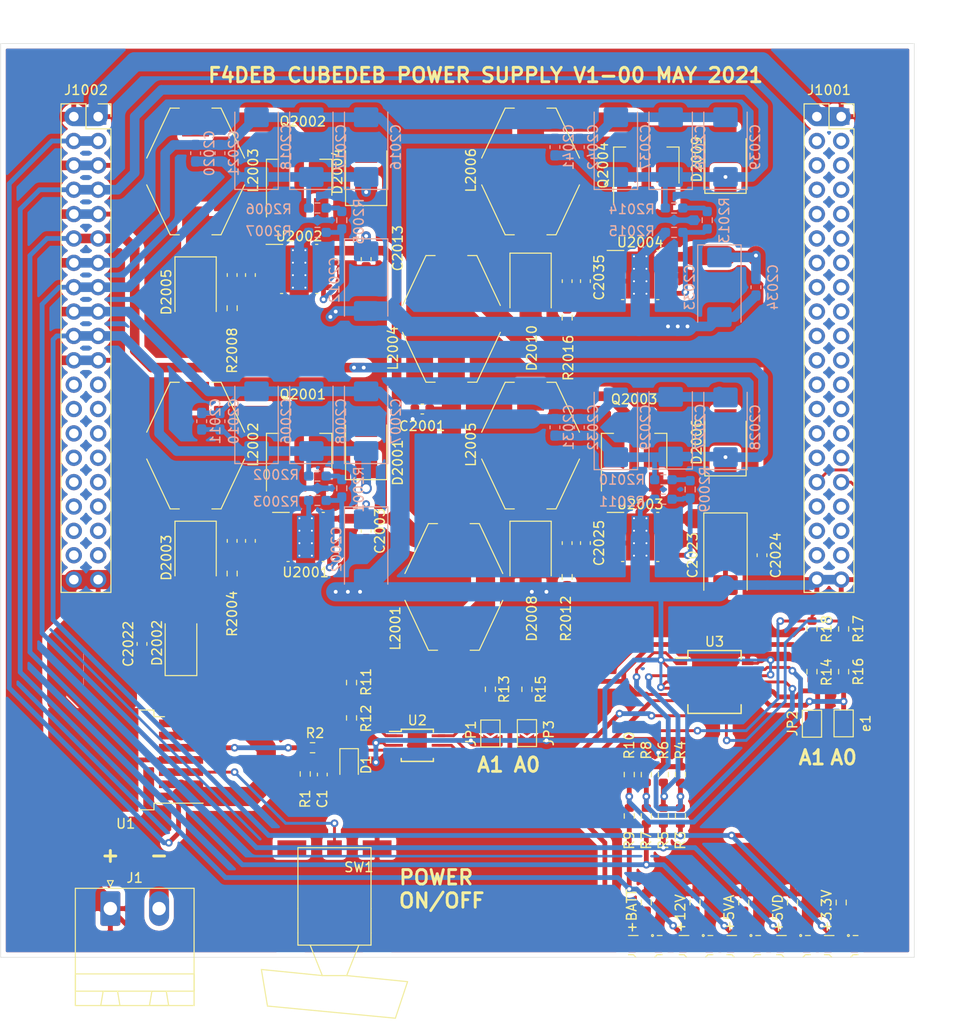
<source format=kicad_pcb>
(kicad_pcb (version 20171130) (host pcbnew 5.1.9+dfsg1-1)
  (layers (0 F.Cu signal) (31 B.Cu signal) (34 B.Paste user) (35 F.Paste user) (36 B.SilkS user) (37 F.SilkS user) (38 B.Mask user) (39 F.Mask user) (44 Edge.Cuts user))
  (net 0 "")
  (net 1 +BATT)
  (net 2 GND)
  (net 3 "Net-(C2002-Pad1)")
  (net 4 "Net-(C2004-Pad1)")
  (net 5 "Net-(C2005-Pad2)")
  (net 6 +3V3)
  (net 7 "Net-(C2014-Pad1)")
  (net 8 "Net-(C2015-Pad2)")
  (net 9 +5VD)
  (net 10 "Net-(C2023-Pad1)")
  (net 11 "Net-(C2025-Pad1)")
  (net 12 "Net-(C2026-Pad2)")
  (net 13 +5VA)
  (net 14 "Net-(C2035-Pad1)")
  (net 15 "Net-(C2036-Pad2)")
  (net 16 "Net-(D2001-Pad2)")
  (net 17 "Net-(D2003-Pad1)")
  (net 18 "Net-(D2004-Pad2)")
  (net 19 "Net-(D2005-Pad1)")
  (net 20 "Net-(D2006-Pad2)")
  (net 21 "Net-(D2008-Pad1)")
  (net 22 "Net-(D2009-Pad2)")
  (net 23 "Net-(D2010-Pad1)")
  (net 24 +12V)
  (net 25 "Net-(R2001-Pad2)")
  (net 26 "Net-(R2001-Pad1)")
  (net 27 "Net-(R2005-Pad1)")
  (net 28 "Net-(R2005-Pad2)")
  (net 29 "Net-(R2009-Pad2)")
  (net 30 "Net-(R2009-Pad1)")
  (net 31 "Net-(R2013-Pad1)")
  (net 32 "Net-(R2013-Pad2)")
  (net 33 "Net-(D2011-Pad2)")
  (net 34 "Net-(D2012-Pad2)")
  (net 35 "Net-(D2013-Pad2)")
  (net 36 "Net-(D2014-Pad2)")
  (net 37 "Net-(D2015-Pad2)")
  (net 38 "Net-(C1-Pad2)")
  (net 39 "Net-(R16-Pad2)")
  (net 40 +VSW)
  (net 41 "Net-(JP1-Pad1)")
  (net 42 "Net-(JP2-Pad1)")
  (net 43 "Net-(JP3-Pad1)")
  (net 44 "Net-(R1-Pad1)")
  (net 45 "Net-(R3-Pad2)")
  (net 46 "Net-(R5-Pad2)")
  (net 47 "Net-(R7-Pad2)")
  (net 48 "Net-(R10-Pad1)")
  (net 49 "Net-(R11-Pad1)")
  (net 50 "Net-(SW1-Pad2)")
  (net 51 /SDA0)
  (net 52 /SCL0)
  (module Resistor_SMD:R_0603_1608Metric (layer F.Cu) (at 200.66 140.208 90)
    (fp_text reference R7 (at -2.54 0 90) (layer F.SilkS))
    (fp_text value R)
    (pad 2 smd roundrect (at 0.825 0 90) (size 0.8 0.95) (layers F.Cu F.Paste F.Mask) (net 47 "Net-(R7-Pad2)"))
    (pad 1 smd roundrect (at -0.825 0 90) (size 0.8 0.95) (layers F.Cu F.Paste F.Mask) (net 13 +5VA))
  )
  (module Resistor_SMD:R_0603_1608Metric (layer F.Cu) (at 188.214 127 270)
    (fp_text reference R15 (at 0 -1.43 90) (layer F.SilkS))
    (fp_text value 47k)
    (pad 2 smd roundrect (at 0.825 0 270) (size 0.8 0.95) (layers F.Cu F.Paste F.Mask) (net 43 "Net-(JP3-Pad1)"))
    (pad 1 smd roundrect (at -0.825 0 270) (size 0.8 0.95) (layers F.Cu F.Paste F.Mask) (net 6 +3V3))
  )
  (module Capacitor_SMD:C_0603_1608Metric (layer F.Cu) (at 177.305 97.79 180)
    (fp_text reference C2001 (at 0.013 -1.778) (layer F.SilkS))
    (fp_text value 47n)
    (pad 2 smd roundrect (at 0.775 0 180) (size 0.9 0.95) (layers F.Cu F.Paste F.Mask) (net 2 GND))
    (pad 1 smd roundrect (at -0.775 0 180) (size 0.9 0.95) (layers F.Cu F.Paste F.Mask) (net 1 +BATT))
  )
  (module Package_TO_SOT_SMD:TO-263-7_TabPin4 (layer F.Cu) (at 146.377 134.366 180)
    (fp_text reference U1 (at 0 -6.65) (layer F.SilkS))
    (fp_text value BTS50055-1TMA)
    (pad 1 smd rect (at -5.775 -3.81 180) (size 4.6 0.8) (layers F.Cu F.Paste F.Mask) (net 1 +BATT))
    (pad 2 smd rect (at -5.775 -2.54 180) (size 4.6 0.8) (layers F.Cu F.Paste F.Mask) (net 1 +BATT))
    (pad 3 smd rect (at -5.775 -1.27 180) (size 4.6 0.8) (layers F.Cu F.Paste F.Mask) (net 50 "Net-(SW1-Pad2)"))
    (pad 4 smd rect (at -5.775 0 180) (size 4.6 0.8) (layers F.Cu F.Paste F.Mask) (net 40 +VSW))
    (pad 5 smd rect (at -5.775 1.27 180) (size 4.6 0.8) (layers F.Cu F.Paste F.Mask) (net 44 "Net-(R1-Pad1)"))
    (pad 6 smd rect (at -5.775 2.54 180) (size 4.6 0.8) (layers F.Cu F.Paste F.Mask) (net 1 +BATT))
    (pad 7 smd rect (at -5.775 3.81 180) (size 4.6 0.8) (layers F.Cu F.Paste F.Mask) (net 1 +BATT))
    (pad 4 smd rect (at 3.375 0 180) (size 9.4 10.8) (layers F.Cu F.Mask) (net 40 +VSW))
  )
  (module Resistor_SMD:R_0603_1608Metric (layer F.Cu) (at 217.932 125.159 270)
    (fp_text reference R14 (at 0.063 -1.524 90) (layer F.SilkS))
    (fp_text value R)
    (pad 1 smd roundrect (at -0.825 0 270) (size 0.8 0.95) (layers F.Cu F.Paste F.Mask) (net 6 +3V3))
    (pad 2 smd roundrect (at 0.825 0 270) (size 0.8 0.95) (layers F.Cu F.Paste F.Mask) (net 42 "Net-(JP2-Pad1)"))
  )
  (module Resistor_SMD:R_0603_1608Metric (layer F.Cu) (at 169.926 129.985 270)
    (fp_text reference R12 (at 0.063 -1.524 90) (layer F.SilkS))
    (fp_text value 10k)
    (pad 1 smd roundrect (at -0.825 0 270) (size 0.8 0.95) (layers F.Cu F.Paste F.Mask) (net 49 "Net-(R11-Pad1)"))
    (pad 2 smd roundrect (at 0.825 0 270) (size 0.8 0.95) (layers F.Cu F.Paste F.Mask) (net 2 GND))
  )
  (module Resistor_SMD:R_0603_1608Metric (layer F.Cu) (at 204.216 140.208 90)
    (fp_text reference R3 (at -2.54 0 90) (layer F.SilkS))
    (fp_text value R)
    (pad 2 smd roundrect (at 0.825 0 90) (size 0.8 0.95) (layers F.Cu F.Paste F.Mask) (net 45 "Net-(R3-Pad2)"))
    (pad 1 smd roundrect (at -0.825 0 90) (size 0.8 0.95) (layers F.Cu F.Paste F.Mask) (net 6 +3V3))
  )
  (module Jumper:SolderJumper-2_P1.3mm_Open_TrianglePad1.0x1.5mm (layer F.Cu) (at 188.214 131.572 270)
    (fp_text reference JP3 (at 0 -2.286 90) (layer F.SilkS))
    (fp_text value SolderJumper_2_Open)
    (pad 1 smd custom (at -0.725 0 270) (size 0.3 0.3) (layers F.Cu F.Mask) (net 43 "Net-(JP3-Pad1)") (options (clearance outline) (anchor rect)) (primitives (gr_poly (pts (xy -0.5 -0.75) (xy 0.5 -0.75) (xy 1 0) (xy 0.5 0.75) (xy -0.5 0.75)) (width 0))))
    (pad 2 smd custom (at 0.725 0 270) (size 0.3 0.3) (layers F.Cu F.Mask) (net 2 GND) (options (clearance outline) (anchor rect)) (primitives (gr_poly (pts (xy -0.65 -0.75) (xy 0.5 -0.75) (xy 0.5 0.75) (xy -0.65 0.75) (xy -0.15 0)) (width 0))))
  )
  (module Jumper:SolderJumper-2_P1.3mm_Open_TrianglePad1.0x1.5mm (layer F.Cu) (at 184.404 131.609 270)
    (fp_text reference JP1 (at 0 2.032 90) (layer F.SilkS))
    (fp_text value SolderJumper_2_Open)
    (pad 2 smd custom (at 0.725 0 270) (size 0.3 0.3) (layers F.Cu F.Mask) (net 2 GND) (options (clearance outline) (anchor rect)) (primitives (gr_poly (pts (xy -0.65 -0.75) (xy 0.5 -0.75) (xy 0.5 0.75) (xy -0.65 0.75) (xy -0.15 0)) (width 0))))
    (pad 1 smd custom (at -0.725 0 270) (size 0.3 0.3) (layers F.Cu F.Mask) (net 41 "Net-(JP1-Pad1)") (options (clearance outline) (anchor rect)) (primitives (gr_poly (pts (xy -0.5 -0.75) (xy 0.5 -0.75) (xy 1 0) (xy 0.5 0.75) (xy -0.5 0.75)) (width 0))))
  )
  (module Jumper:SolderJumper-2_P1.3mm_Open_TrianglePad1.0x1.5mm (layer F.Cu) (at 217.932 130.593 270)
    (fp_text reference JP2 (at -0.037 2.032 90) (layer F.SilkS))
    (fp_text value SolderJumper_2_Open)
    (pad 1 smd custom (at -0.725 0 270) (size 0.3 0.3) (layers F.Cu F.Mask) (net 42 "Net-(JP2-Pad1)") (options (clearance outline) (anchor rect)) (primitives (gr_poly (pts (xy -0.5 -0.75) (xy 0.5 -0.75) (xy 1 0) (xy 0.5 0.75) (xy -0.5 0.75)) (width 0))))
    (pad 2 smd custom (at 0.725 0 270) (size 0.3 0.3) (layers F.Cu F.Mask) (net 2 GND) (options (clearance outline) (anchor rect)) (primitives (gr_poly (pts (xy -0.65 -0.75) (xy 0.5 -0.75) (xy 0.5 0.75) (xy -0.65 0.75) (xy -0.15 0)) (width 0))))
  )
  (module Resistor_SMD:R_0603_1608Metric (layer F.Cu) (at 204.216 135.89 90)
    (fp_text reference R4 (at 2.54 0 90) (layer F.SilkS))
    (fp_text value R)
    (pad 2 smd roundrect (at 0.825 0 90) (size 0.8 0.95) (layers F.Cu F.Paste F.Mask) (net 2 GND))
    (pad 1 smd roundrect (at -0.825 0 90) (size 0.8 0.95) (layers F.Cu F.Paste F.Mask) (net 45 "Net-(R3-Pad2)"))
  )
  (module Resistor_SMD:R_0603_1608Metric (layer F.Cu) (at 165.862 133.096 180)
    (fp_text reference R2 (at -0.254 1.524) (layer F.SilkS))
    (fp_text value R)
    (pad 2 smd roundrect (at 0.825 0 180) (size 0.8 0.95) (layers F.Cu F.Paste F.Mask) (net 44 "Net-(R1-Pad1)"))
    (pad 1 smd roundrect (at -0.825 0 180) (size 0.8 0.95) (layers F.Cu F.Paste F.Mask) (net 38 "Net-(C1-Pad2)"))
  )
  (module Resistor_SMD:R_0603_1608Metric (layer F.Cu) (at 202.438 140.208 90)
    (fp_text reference R5 (at -2.54 0 90) (layer F.SilkS))
    (fp_text value R)
    (pad 2 smd roundrect (at 0.825 0 90) (size 0.8 0.95) (layers F.Cu F.Paste F.Mask) (net 46 "Net-(R5-Pad2)"))
    (pad 1 smd roundrect (at -0.825 0 90) (size 0.8 0.95) (layers F.Cu F.Paste F.Mask) (net 9 +5VD))
  )
  (module Resistor_SMD:R_0603_1608Metric (layer F.Cu) (at 165.1 135.827 270)
    (fp_text reference R1 (at 2.603 0 90) (layer F.SilkS))
    (fp_text value R)
    (pad 1 smd roundrect (at -0.825 0 270) (size 0.8 0.95) (layers F.Cu F.Paste F.Mask) (net 44 "Net-(R1-Pad1)"))
    (pad 2 smd roundrect (at 0.825 0 270) (size 0.8 0.95) (layers F.Cu F.Paste F.Mask) (net 2 GND))
  )
  (module Package_SO:MSOP-10_3x3mm_P0.5mm (layer F.Cu) (at 176.784 132.842)
    (fp_text reference U2 (at 0 -2.6) (layer F.SilkS))
    (fp_text value MCP3427-xUN)
    (pad 1 smd rect (at -2.2 -1) (size 1.4 0.3) (layers F.Cu F.Paste F.Mask) (net 49 "Net-(R11-Pad1)"))
    (pad 2 smd rect (at -2.2 -0.5) (size 1.4 0.3) (layers F.Cu F.Paste F.Mask) (net 2 GND))
    (pad 3 smd rect (at -2.2 0) (size 1.4 0.3) (layers F.Cu F.Paste F.Mask) (net 2 GND))
    (pad 4 smd rect (at -2.2 0.5) (size 1.4 0.3) (layers F.Cu F.Paste F.Mask) (net 38 "Net-(C1-Pad2)"))
    (pad 5 smd rect (at -2.2 1) (size 1.4 0.3) (layers F.Cu F.Paste F.Mask) (net 2 GND))
    (pad 6 smd rect (at 2.2 1) (size 1.4 0.3) (layers F.Cu F.Paste F.Mask))
    (pad 7 smd rect (at 2.2 0.5) (size 1.4 0.3) (layers F.Cu F.Paste F.Mask) (net 51 /SDA0))
    (pad 8 smd rect (at 2.2 0) (size 1.4 0.3) (layers F.Cu F.Paste F.Mask) (net 52 /SCL0))
    (pad 9 smd rect (at 2.2 -0.5) (size 1.4 0.3) (layers F.Cu F.Paste F.Mask) (net 43 "Net-(JP3-Pad1)"))
    (pad 10 smd rect (at 2.2 -1) (size 1.4 0.3) (layers F.Cu F.Paste F.Mask) (net 41 "Net-(JP1-Pad1)"))
  )
  (module Resistor_SMD:R_0603_1608Metric (layer F.Cu) (at 184.404 127 270)
    (fp_text reference R13 (at 0 -1.43 90) (layer F.SilkS))
    (fp_text value 47k)
    (pad 1 smd roundrect (at -0.825 0 270) (size 0.8 0.95) (layers F.Cu F.Paste F.Mask) (net 6 +3V3))
    (pad 2 smd roundrect (at 0.825 0 270) (size 0.8 0.95) (layers F.Cu F.Paste F.Mask) (net 41 "Net-(JP1-Pad1)"))
  )
  (module Resistor_SMD:R_0603_1608Metric (layer F.Cu) (at 198.882 135.89 90)
    (fp_text reference R10 (at 3.048 0 90) (layer F.SilkS))
    (fp_text value R)
    (pad 1 smd roundrect (at -0.825 0 90) (size 0.8 0.95) (layers F.Cu F.Paste F.Mask) (net 48 "Net-(R10-Pad1)"))
    (pad 2 smd roundrect (at 0.825 0 90) (size 0.8 0.95) (layers F.Cu F.Paste F.Mask) (net 2 GND))
  )
  (module Resistor_SMD:R_0603_1608Metric (layer F.Cu) (at 200.66 135.89 90)
    (fp_text reference R8 (at 2.54 0 90) (layer F.SilkS))
    (fp_text value R)
    (pad 1 smd roundrect (at -0.825 0 90) (size 0.8 0.95) (layers F.Cu F.Paste F.Mask) (net 47 "Net-(R7-Pad2)"))
    (pad 2 smd roundrect (at 0.825 0 90) (size 0.8 0.95) (layers F.Cu F.Paste F.Mask) (net 2 GND))
  )
  (module Jumper:SolderJumper-2_P1.3mm_Open_TrianglePad1.0x1.5mm (layer F.Cu) (at 221.234 130.556 270)
    (fp_text reference e1 (at 0 -2.286 90) (layer F.SilkS))
    (fp_text value SolderJumper_2_Open)
    (pad 2 smd custom (at 0.725 0 270) (size 0.3 0.3) (layers F.Cu F.Mask) (net 2 GND) (options (clearance outline) (anchor rect)) (primitives (gr_poly (pts (xy -0.65 -0.75) (xy 0.5 -0.75) (xy 0.5 0.75) (xy -0.65 0.75) (xy -0.15 0)) (width 0))))
    (pad 1 smd custom (at -0.725 0 270) (size 0.3 0.3) (layers F.Cu F.Mask) (net 39 "Net-(R16-Pad2)") (options (clearance outline) (anchor rect)) (primitives (gr_poly (pts (xy -0.5 -0.75) (xy 0.5 -0.75) (xy 1 0) (xy 0.5 0.75) (xy -0.5 0.75)) (width 0))))
  )
  (module Resistor_SMD:R_0603_1608Metric (layer F.Cu) (at 202.438 135.89 90)
    (fp_text reference R6 (at 2.54 0 90) (layer F.SilkS))
    (fp_text value R)
    (pad 1 smd roundrect (at -0.825 0 90) (size 0.8 0.95) (layers F.Cu F.Paste F.Mask) (net 46 "Net-(R5-Pad2)"))
    (pad 2 smd roundrect (at 0.825 0 90) (size 0.8 0.95) (layers F.Cu F.Paste F.Mask) (net 2 GND))
  )
  (module Package_SO:SSOP-14_5.3x6.2mm_P0.65mm (layer F.Cu) (at 207.772 126.238)
    (fp_text reference U3 (at 0 -4.2) (layer F.SilkS))
    (fp_text value MCP3428)
    (pad 1 smd rect (at -3.45 -1.95) (size 1.2 0.4) (layers F.Cu F.Paste F.Mask) (net 45 "Net-(R3-Pad2)"))
    (pad 2 smd rect (at -3.45 -1.3) (size 1.2 0.4) (layers F.Cu F.Paste F.Mask) (net 2 GND))
    (pad 3 smd rect (at -3.45 -0.65) (size 1.2 0.4) (layers F.Cu F.Paste F.Mask) (net 46 "Net-(R5-Pad2)"))
    (pad 4 smd rect (at -3.45 0) (size 1.2 0.4) (layers F.Cu F.Paste F.Mask) (net 2 GND))
    (pad 5 smd rect (at -3.45 0.65) (size 1.2 0.4) (layers F.Cu F.Paste F.Mask) (net 2 GND))
    (pad 6 smd rect (at -3.45 1.3) (size 1.2 0.4) (layers F.Cu F.Paste F.Mask) (net 6 +3V3))
    (pad 7 smd rect (at -3.45 1.95) (size 1.2 0.4) (layers F.Cu F.Paste F.Mask) (net 51 /SDA0))
    (pad 8 smd rect (at 3.45 1.95) (size 1.2 0.4) (layers F.Cu F.Paste F.Mask) (net 52 /SCL0))
    (pad 9 smd rect (at 3.45 1.3) (size 1.2 0.4) (layers F.Cu F.Paste F.Mask) (net 39 "Net-(R16-Pad2)"))
    (pad 10 smd rect (at 3.45 0.65) (size 1.2 0.4) (layers F.Cu F.Paste F.Mask) (net 42 "Net-(JP2-Pad1)"))
    (pad 11 smd rect (at 3.45 0) (size 1.2 0.4) (layers F.Cu F.Paste F.Mask) (net 47 "Net-(R7-Pad2)"))
    (pad 12 smd rect (at 3.45 -0.65) (size 1.2 0.4) (layers F.Cu F.Paste F.Mask) (net 2 GND))
    (pad 13 smd rect (at 3.45 -1.3) (size 1.2 0.4) (layers F.Cu F.Paste F.Mask) (net 48 "Net-(R10-Pad1)"))
    (pad 14 smd rect (at 3.45 -1.95) (size 1.2 0.4) (layers F.Cu F.Paste F.Mask) (net 2 GND))
  )
  (module Resistor_SMD:R_0603_1608Metric (layer F.Cu) (at 221.234 125.159 270)
    (fp_text reference R16 (at 0 -1.524 90) (layer F.SilkS))
    (fp_text value R)
    (pad 1 smd roundrect (at -0.825 0 270) (size 0.8 0.95) (layers F.Cu F.Paste F.Mask) (net 6 +3V3))
    (pad 2 smd roundrect (at 0.825 0 270) (size 0.8 0.95) (layers F.Cu F.Paste F.Mask) (net 39 "Net-(R16-Pad2)"))
  )
  (module Capacitor_SMD:C_0603_1608Metric (layer F.Cu) (at 166.878 135.89 90)
    (fp_text reference C1 (at -2.54 0 90) (layer F.SilkS))
    (fp_text value C)
    (pad 1 smd roundrect (at -0.775 0 90) (size 0.9 0.95) (layers F.Cu F.Paste F.Mask) (net 2 GND))
    (pad 2 smd roundrect (at 0.775 0 90) (size 0.9 0.95) (layers F.Cu F.Paste F.Mask) (net 38 "Net-(C1-Pad2)"))
  )
  (module Resistor_SMD:R_0603_1608Metric (layer F.Cu) (at 169.926 126.301 90)
    (fp_text reference R11 (at 0.063 1.524 90) (layer F.SilkS))
    (fp_text value 100k)
    (pad 2 smd roundrect (at 0.825 0 90) (size 0.8 0.95) (layers F.Cu F.Paste F.Mask) (net 1 +BATT))
    (pad 1 smd roundrect (at -0.825 0 90) (size 0.8 0.95) (layers F.Cu F.Paste F.Mask) (net 49 "Net-(R11-Pad1)"))
  )
  (module Resistor_SMD:R_0603_1608Metric (layer F.Cu) (at 198.882 140.208 90)
    (fp_text reference R9 (at -2.54 0 90) (layer F.SilkS))
    (fp_text value R)
    (pad 2 smd roundrect (at 0.825 0 90) (size 0.8 0.95) (layers F.Cu F.Paste F.Mask) (net 48 "Net-(R10-Pad1)"))
    (pad 1 smd roundrect (at -0.825 0 90) (size 0.8 0.95) (layers F.Cu F.Paste F.Mask) (net 24 +12V))
  )
  (module Capacitor_Tantalum_SMD:CP_EIA-7343-31_Kemet-D (layer B.Cu) (at 171.45 112.395 270)
    (fp_text reference C2002 (at 0 3.1 90) (layer B.SilkS) (effects (justify mirror)))
    (fp_text value 10µ/35V)
    (pad 2 smd roundrect (at 3.1125 0 270) (size 2.075 2.55) (layers B.Cu B.Paste B.Mask) (roundrect_rratio 0.1204819277108434) (net 2 GND))
    (pad 1 smd roundrect (at -3.1125 0 270) (size 2.075 2.55) (layers B.Cu B.Paste B.Mask) (roundrect_rratio 0.1204819277108434) (net 3 "Net-(C2002-Pad1)"))
  )
  (module Capacitor_SMD:C_0603_1608Metric_Pad1.08x0.95mm_HandSolder (layer F.Cu) (at 159.385 111.5325 270)
    (fp_text reference C2004 hide)
    (fp_text value 220p)
    (pad 2 smd roundrect (at 0.8625 0 270) (size 1.075 0.95) (layers F.Cu F.Paste F.Mask) (net 2 GND))
    (pad 1 smd roundrect (at -0.8625 0 270) (size 1.075 0.95) (layers F.Cu F.Paste F.Mask) (net 4 "Net-(C2004-Pad1)"))
  )
  (module Capacitor_SMD:C_0603_1608Metric_Pad1.08x0.95mm_HandSolder (layer F.Cu) (at 157.48 111.5325 270)
    (fp_text reference C2005 hide)
    (fp_text value 22n)
    (pad 2 smd roundrect (at 0.8625 0 270) (size 1.075 0.95) (layers F.Cu F.Paste F.Mask) (net 5 "Net-(C2005-Pad2)"))
    (pad 1 smd roundrect (at -0.8625 0 270) (size 1.075 0.95) (layers F.Cu F.Paste F.Mask) (net 4 "Net-(C2004-Pad1)"))
  )
  (module Capacitor_Tantalum_SMD:CP_EIA-7343-31_Kemet-D (layer B.Cu) (at 160.02 99.06 90)
    (fp_text reference C2006 (at 0 3.1 90) (layer B.SilkS) (effects (justify mirror)))
    (fp_text value CP)
    (pad 1 smd roundrect (at -3.1125 0 90) (size 2.075 2.55) (layers B.Cu B.Paste B.Mask) (roundrect_rratio 0.1204819277108434) (net 6 +3V3))
    (pad 2 smd roundrect (at 3.1125 0 90) (size 2.075 2.55) (layers B.Cu B.Paste B.Mask) (roundrect_rratio 0.1204819277108434) (net 2 GND))
  )
  (module Capacitor_Tantalum_SMD:CP_EIA-7343-31_Kemet-D (layer B.Cu) (at 165.735 99.06 90)
    (fp_text reference C2008 (at 0 3.1 90) (layer B.SilkS) (effects (justify mirror)))
    (fp_text value 100µ)
    (pad 2 smd roundrect (at 3.1125 0 90) (size 2.075 2.55) (layers B.Cu B.Paste B.Mask) (roundrect_rratio 0.1204819277108434) (net 2 GND))
    (pad 1 smd roundrect (at -3.1125 0 90) (size 2.075 2.55) (layers B.Cu B.Paste B.Mask) (roundrect_rratio 0.1204819277108434) (net 6 +3V3))
  )
  (module Capacitor_SMD:C_0603_1608Metric_Pad1.08x0.95mm_HandSolder (layer B.Cu) (at 156.21 99.06 90)
    (fp_text reference C2010 (at 0 1.43 90) (layer B.SilkS) (effects (justify mirror)))
    (fp_text value 100n)
    (pad 1 smd roundrect (at -0.8625 0 90) (size 1.075 0.95) (layers B.Cu B.Paste B.Mask) (net 6 +3V3))
    (pad 2 smd roundrect (at 0.8625 0 90) (size 1.075 0.95) (layers B.Cu B.Paste B.Mask) (net 2 GND))
  )
  (module Capacitor_SMD:C_0603_1608Metric_Pad1.08x0.95mm_HandSolder (layer B.Cu) (at 154.305 99.06 90)
    (fp_text reference C2011 (at 0 1.43 270) (layer B.SilkS) (effects (justify mirror)))
    (fp_text value 100n)
    (pad 2 smd roundrect (at 0.8625 0 90) (size 1.075 0.95) (layers B.Cu B.Paste B.Mask) (net 2 GND))
    (pad 1 smd roundrect (at -0.8625 0 90) (size 1.075 0.95) (layers B.Cu B.Paste B.Mask) (net 6 +3V3))
  )
  (module Capacitor_Tantalum_SMD:CP_EIA-7343-31_Kemet-D (layer B.Cu) (at 171.45 84.455 270)
    (fp_text reference C2012 (at -0.127 3.302 90) (layer B.SilkS) (effects (justify mirror)))
    (fp_text value 10µ/35V)
    (pad 1 smd roundrect (at -3.1125 0 270) (size 2.075 2.55) (layers B.Cu B.Paste B.Mask) (roundrect_rratio 0.1204819277108434) (net 3 "Net-(C2002-Pad1)"))
    (pad 2 smd roundrect (at 3.1125 0 270) (size 2.075 2.55) (layers B.Cu B.Paste B.Mask) (roundrect_rratio 0.1204819277108434) (net 2 GND))
  )
  (module Capacitor_SMD:C_0603_1608Metric_Pad1.08x0.95mm_HandSolder (layer F.Cu) (at 159.385 83.82 270)
    (fp_text reference C2014 hide)
    (fp_text value 220p)
    (pad 2 smd roundrect (at 0.8625 0 270) (size 1.075 0.95) (layers F.Cu F.Paste F.Mask) (net 2 GND))
    (pad 1 smd roundrect (at -0.8625 0 270) (size 1.075 0.95) (layers F.Cu F.Paste F.Mask) (net 7 "Net-(C2014-Pad1)"))
  )
  (module Capacitor_SMD:C_0603_1608Metric_Pad1.08x0.95mm_HandSolder (layer F.Cu) (at 157.48 83.82 270)
    (fp_text reference C2015 hide)
    (fp_text value 22n)
    (pad 1 smd roundrect (at -0.8625 0 270) (size 1.075 0.95) (layers F.Cu F.Paste F.Mask) (net 7 "Net-(C2014-Pad1)"))
    (pad 2 smd roundrect (at 0.8625 0 270) (size 1.075 0.95) (layers F.Cu F.Paste F.Mask) (net 8 "Net-(C2015-Pad2)"))
  )
  (module Capacitor_Tantalum_SMD:CP_EIA-7343-31_Kemet-D (layer B.Cu) (at 171.45 70.485 90)
    (fp_text reference C2016 (at 0 3.1 90) (layer B.SilkS) (effects (justify mirror)))
    (fp_text value CP)
    (pad 1 smd roundrect (at -3.1125 0 90) (size 2.075 2.55) (layers B.Cu B.Paste B.Mask) (roundrect_rratio 0.1204819277108434) (net 9 +5VD))
    (pad 2 smd roundrect (at 3.1125 0 90) (size 2.075 2.55) (layers B.Cu B.Paste B.Mask) (roundrect_rratio 0.1204819277108434) (net 2 GND))
  )
  (module Capacitor_Tantalum_SMD:CP_EIA-7343-31_Kemet-D (layer B.Cu) (at 165.735 70.485 90)
    (fp_text reference C2017 (at 0 3.1 270) (layer B.SilkS) (effects (justify mirror)))
    (fp_text value 100µ)
    (pad 2 smd roundrect (at 3.1125 0 90) (size 2.075 2.55) (layers B.Cu B.Paste B.Mask) (roundrect_rratio 0.1204819277108434) (net 2 GND))
    (pad 1 smd roundrect (at -3.1125 0 90) (size 2.075 2.55) (layers B.Cu B.Paste B.Mask) (roundrect_rratio 0.1204819277108434) (net 9 +5VD))
  )
  (module Capacitor_Tantalum_SMD:CP_EIA-7343-31_Kemet-D (layer B.Cu) (at 160.02 70.485 90)
    (fp_text reference C2018 (at 0 3.1 -90) (layer B.SilkS) (effects (justify mirror)))
    (fp_text value 100µ)
    (pad 1 smd roundrect (at -3.1125 0 90) (size 2.075 2.55) (layers B.Cu B.Paste B.Mask) (roundrect_rratio 0.1204819277108434) (net 9 +5VD))
    (pad 2 smd roundrect (at 3.1125 0 90) (size 2.075 2.55) (layers B.Cu B.Paste B.Mask) (roundrect_rratio 0.1204819277108434) (net 2 GND))
  )
  (module Capacitor_SMD:C_0603_1608Metric_Pad1.08x0.95mm_HandSolder (layer B.Cu) (at 153.67 71.12 90)
    (fp_text reference C2020 (at 0 1.43 -90) (layer B.SilkS) (effects (justify mirror)))
    (fp_text value 100n)
    (pad 2 smd roundrect (at 0.8625 0 90) (size 1.075 0.95) (layers B.Cu B.Paste B.Mask) (net 2 GND))
    (pad 1 smd roundrect (at -0.8625 0 90) (size 1.075 0.95) (layers B.Cu B.Paste B.Mask) (net 9 +5VD))
  )
  (module Capacitor_SMD:C_0603_1608Metric_Pad1.08x0.95mm_HandSolder (layer B.Cu) (at 156.21 71.12 90)
    (fp_text reference C2021 (at 0 1.43 270) (layer B.SilkS) (effects (justify mirror)))
    (fp_text value 100n)
    (pad 1 smd roundrect (at -0.8625 0 90) (size 1.075 0.95) (layers B.Cu B.Paste B.Mask) (net 9 +5VD))
    (pad 2 smd roundrect (at 0.8625 0 90) (size 1.075 0.95) (layers B.Cu B.Paste B.Mask) (net 2 GND))
  )
  (module Capacitor_Tantalum_SMD:CP_EIA-7343-31_Kemet-D (layer F.Cu) (at 208.915 113.03 270)
    (fp_text reference C2023 (at 0 3.429 90) (layer F.SilkS))
    (fp_text value 10µ/25V)
    (pad 1 smd roundrect (at -3.1125 0 270) (size 2.075 2.55) (layers F.Cu F.Paste F.Mask) (roundrect_rratio 0.1204819277108434) (net 10 "Net-(C2023-Pad1)"))
    (pad 2 smd roundrect (at 3.1125 0 270) (size 2.075 2.55) (layers F.Cu F.Paste F.Mask) (roundrect_rratio 0.1204819277108434) (net 2 GND))
  )
  (module Capacitor_SMD:C_0603_1608Metric_Pad1.08x0.95mm_HandSolder (layer F.Cu) (at 194.31 111.76 270)
    (fp_text reference C2025 (at 0 -1.43 90) (layer F.SilkS))
    (fp_text value 220p)
    (pad 2 smd roundrect (at 0.8625 0 270) (size 1.075 0.95) (layers F.Cu F.Paste F.Mask) (net 2 GND))
    (pad 1 smd roundrect (at -0.8625 0 270) (size 1.075 0.95) (layers F.Cu F.Paste F.Mask) (net 11 "Net-(C2025-Pad1)"))
  )
  (module Capacitor_SMD:C_0603_1608Metric_Pad1.08x0.95mm_HandSolder (layer F.Cu) (at 192.405 111.76 270)
    (fp_text reference C2026 hide)
    (fp_text value 22n)
    (pad 1 smd roundrect (at -0.8625 0 270) (size 1.075 0.95) (layers F.Cu F.Paste F.Mask) (net 11 "Net-(C2025-Pad1)"))
    (pad 2 smd roundrect (at 0.8625 0 270) (size 1.075 0.95) (layers F.Cu F.Paste F.Mask) (net 12 "Net-(C2026-Pad2)"))
  )
  (module Capacitor_Tantalum_SMD:CP_EIA-7343-31_Kemet-D (layer B.Cu) (at 203.2 99.6325 90)
    (fp_text reference C2027 (at 0 3.1 90) (layer B.SilkS) (effects (justify mirror)))
    (fp_text value CP)
    (pad 1 smd roundrect (at -3.1125 0 90) (size 2.075 2.55) (layers B.Cu B.Paste B.Mask) (roundrect_rratio 0.1204819277108434) (net 13 +5VA))
    (pad 2 smd roundrect (at 3.1125 0 90) (size 2.075 2.55) (layers B.Cu B.Paste B.Mask) (roundrect_rratio 0.1204819277108434) (net 2 GND))
  )
  (module Capacitor_Tantalum_SMD:CP_EIA-7343-31_Kemet-D (layer B.Cu) (at 208.915 99.695 90)
    (fp_text reference C2028 (at 0 3.1 90) (layer B.SilkS) (effects (justify mirror)))
    (fp_text value 100µ)
    (pad 1 smd roundrect (at -3.1125 0 90) (size 2.075 2.55) (layers B.Cu B.Paste B.Mask) (roundrect_rratio 0.1204819277108434) (net 13 +5VA))
    (pad 2 smd roundrect (at 3.1125 0 90) (size 2.075 2.55) (layers B.Cu B.Paste B.Mask) (roundrect_rratio 0.1204819277108434) (net 2 GND))
  )
  (module Capacitor_Tantalum_SMD:CP_EIA-7343-31_Kemet-D (layer B.Cu) (at 197.485 99.695 90)
    (fp_text reference C2029 (at 0 3.1 90) (layer B.SilkS) (effects (justify mirror)))
    (fp_text value 100µ)
    (pad 2 smd roundrect (at 3.1125 0 90) (size 2.075 2.55) (layers B.Cu B.Paste B.Mask) (roundrect_rratio 0.1204819277108434) (net 2 GND))
    (pad 1 smd roundrect (at -3.1125 0 90) (size 2.075 2.55) (layers B.Cu B.Paste B.Mask) (roundrect_rratio 0.1204819277108434) (net 13 +5VA))
  )
  (module Capacitor_SMD:C_0603_1608Metric_Pad1.08x0.95mm_HandSolder (layer B.Cu) (at 191.135 99.695 90)
    (fp_text reference C2031 (at 0 1.43 90) (layer B.SilkS) (effects (justify mirror)))
    (fp_text value 100n)
    (pad 2 smd roundrect (at 0.8625 0 90) (size 1.075 0.95) (layers B.Cu B.Paste B.Mask) (net 2 GND))
    (pad 1 smd roundrect (at -0.8625 0 90) (size 1.075 0.95) (layers B.Cu B.Paste B.Mask) (net 13 +5VA))
  )
  (module Capacitor_SMD:C_0603_1608Metric_Pad1.08x0.95mm_HandSolder (layer B.Cu) (at 193.675 99.695 90)
    (fp_text reference C2032 (at 0 1.43 90) (layer B.SilkS) (effects (justify mirror)))
    (fp_text value 100n)
    (pad 1 smd roundrect (at -0.8625 0 90) (size 1.075 0.95) (layers B.Cu B.Paste B.Mask) (net 13 +5VA))
    (pad 2 smd roundrect (at 0.8625 0 90) (size 1.075 0.95) (layers B.Cu B.Paste B.Mask) (net 2 GND))
  )
  (module Capacitor_Tantalum_SMD:CP_EIA-7343-31_Kemet-D (layer B.Cu) (at 208.28 85.09 270)
    (fp_text reference C2033 (at 0 3.1 270) (layer B.SilkS) (effects (justify mirror)))
    (fp_text value 10µ/25V)
    (pad 2 smd roundrect (at 3.1125 0 270) (size 2.075 2.55) (layers B.Cu B.Paste B.Mask) (roundrect_rratio 0.1204819277108434) (net 2 GND))
    (pad 1 smd roundrect (at -3.1125 0 270) (size 2.075 2.55) (layers B.Cu B.Paste B.Mask) (roundrect_rratio 0.1204819277108434) (net 10 "Net-(C2023-Pad1)"))
  )
  (module Capacitor_SMD:C_0603_1608Metric_Pad1.08x0.95mm_HandSolder (layer F.Cu) (at 194.31 84.455 270)
    (fp_text reference C2035 (at -0.381 -1.43 90) (layer F.SilkS))
    (fp_text value 220p)
    (pad 2 smd roundrect (at 0.8625 0 270) (size 1.075 0.95) (layers F.Cu F.Paste F.Mask) (net 2 GND))
    (pad 1 smd roundrect (at -0.8625 0 270) (size 1.075 0.95) (layers F.Cu F.Paste F.Mask) (net 14 "Net-(C2035-Pad1)"))
  )
  (module Capacitor_SMD:C_0603_1608Metric_Pad1.08x0.95mm_HandSolder (layer F.Cu) (at 192.405 84.455 270)
    (fp_text reference C2036 hide)
    (fp_text value 22n)
    (pad 2 smd roundrect (at 0.8625 0 270) (size 1.075 0.95) (layers F.Cu F.Paste F.Mask) (net 15 "Net-(C2036-Pad2)"))
    (pad 1 smd roundrect (at -0.8625 0 270) (size 1.075 0.95) (layers F.Cu F.Paste F.Mask) (net 14 "Net-(C2035-Pad1)"))
  )
  (module Capacitor_Tantalum_SMD:CP_EIA-7343-31_Kemet-D (layer B.Cu) (at 197.485 70.485 90)
    (fp_text reference C2037 (at 0 3.1 270) (layer B.SilkS) (effects (justify mirror)))
    (fp_text value CP)
    (pad 2 smd roundrect (at 3.1125 0 90) (size 2.075 2.55) (layers B.Cu B.Paste B.Mask) (roundrect_rratio 0.1204819277108434) (net 2 GND))
    (pad 1 smd roundrect (at -3.1125 0 90) (size 2.075 2.55) (layers B.Cu B.Paste B.Mask) (roundrect_rratio 0.1204819277108434) (net 24 +12V))
  )
  (module Capacitor_Tantalum_SMD:CP_EIA-7343-31_Kemet-D (layer B.Cu) (at 203.2 70.485 90)
    (fp_text reference C2038 (at 0 3.1 270) (layer B.SilkS) (effects (justify mirror)))
    (fp_text value 100µ)
    (pad 1 smd roundrect (at -3.1125 0 90) (size 2.075 2.55) (layers B.Cu B.Paste B.Mask) (roundrect_rratio 0.1204819277108434) (net 24 +12V))
    (pad 2 smd roundrect (at 3.1125 0 90) (size 2.075 2.55) (layers B.Cu B.Paste B.Mask) (roundrect_rratio 0.1204819277108434) (net 2 GND))
  )
  (module Capacitor_Tantalum_SMD:CP_EIA-7343-31_Kemet-D (layer B.Cu) (at 208.915 70.485 90)
    (fp_text reference C2039 (at 0 3.1 90) (layer B.SilkS) (effects (justify mirror)))
    (fp_text value 100µ)
    (pad 2 smd roundrect (at 3.1125 0 90) (size 2.075 2.55) (layers B.Cu B.Paste B.Mask) (roundrect_rratio 0.1204819277108434) (net 2 GND))
    (pad 1 smd roundrect (at -3.1125 0 90) (size 2.075 2.55) (layers B.Cu B.Paste B.Mask) (roundrect_rratio 0.1204819277108434) (net 24 +12V))
  )
  (module Capacitor_SMD:C_0603_1608Metric_Pad1.08x0.95mm_HandSolder (layer B.Cu) (at 191.135 70.485 90)
    (fp_text reference C2041 (at 0 1.43 90) (layer B.SilkS) (effects (justify mirror)))
    (fp_text value 100n)
    (pad 1 smd roundrect (at -0.8625 0 90) (size 1.075 0.95) (layers B.Cu B.Paste B.Mask) (net 24 +12V))
    (pad 2 smd roundrect (at 0.8625 0 90) (size 1.075 0.95) (layers B.Cu B.Paste B.Mask) (net 2 GND))
  )
  (module Capacitor_SMD:C_0603_1608Metric_Pad1.08x0.95mm_HandSolder (layer B.Cu) (at 193.675 70.485 90)
    (fp_text reference C2042 (at 0 1.43 270) (layer B.SilkS) (effects (justify mirror)))
    (fp_text value 100n)
    (pad 2 smd roundrect (at 0.8625 0 90) (size 1.075 0.95) (layers B.Cu B.Paste B.Mask) (net 2 GND))
    (pad 1 smd roundrect (at -0.8625 0 90) (size 1.075 0.95) (layers B.Cu B.Paste B.Mask) (net 24 +12V))
  )
  (module Diode_SMD:D_SMB (layer F.Cu) (at 171.45 101.6 90)
    (fp_text reference D2001 (at -1.778 3.302 90) (layer F.SilkS))
    (fp_text value MBRS130LT3G)
    (pad 2 smd rect (at 2.15 0 90) (size 2.5 2.3) (layers F.Cu F.Paste F.Mask) (net 16 "Net-(D2001-Pad2)"))
    (pad 1 smd rect (at -2.15 0 90) (size 2.5 2.3) (layers F.Cu F.Paste F.Mask) (net 6 +3V3))
  )
  (module Diode_SMD:D_SMA (layer F.Cu) (at 152.146 122.174 90)
    (fp_text reference D2002 (at 0 -2.5 90) (layer F.SilkS))
    (fp_text value SMAJ36A)
    (pad 1 smd rect (at -2 0 90) (size 2.5 1.8) (layers F.Cu F.Paste F.Mask) (net 1 +BATT))
    (pad 2 smd rect (at 2 0 90) (size 2.5 1.8) (layers F.Cu F.Paste F.Mask) (net 2 GND))
  )
  (module Diode_SMD:D_SMB (layer F.Cu) (at 153.67 113.03 270)
    (fp_text reference D2003 (at 0.254 3.048 90) (layer F.SilkS))
    (fp_text value MBRS130LT3G)
    (pad 1 smd rect (at -2.15 0 270) (size 2.5 2.3) (layers F.Cu F.Paste F.Mask) (net 17 "Net-(D2003-Pad1)"))
    (pad 2 smd rect (at 2.15 0 270) (size 2.5 2.3) (layers F.Cu F.Paste F.Mask) (net 2 GND))
  )
  (module Diode_SMD:D_SMB (layer F.Cu) (at 171.45 73.025 90)
    (fp_text reference D2004 (at 0 -3 90) (layer F.SilkS))
    (fp_text value MBRS130LT3G)
    (pad 1 smd rect (at -2.15 0 90) (size 2.5 2.3) (layers F.Cu F.Paste F.Mask) (net 9 +5VD))
    (pad 2 smd rect (at 2.15 0 90) (size 2.5 2.3) (layers F.Cu F.Paste F.Mask) (net 18 "Net-(D2004-Pad2)"))
  )
  (module Diode_SMD:D_SMB (layer F.Cu) (at 153.67 85.48 270)
    (fp_text reference D2005 (at 0.118 3.048 90) (layer F.SilkS))
    (fp_text value MBRS130LT3G)
    (pad 1 smd rect (at -2.15 0 270) (size 2.5 2.3) (layers F.Cu F.Paste F.Mask) (net 19 "Net-(D2005-Pad1)"))
    (pad 2 smd rect (at 2.15 0 270) (size 2.5 2.3) (layers F.Cu F.Paste F.Mask) (net 2 GND))
  )
  (module Diode_SMD:D_SMB (layer F.Cu) (at 208.915 101.21 90)
    (fp_text reference D2006 (at 0 -3 90) (layer F.SilkS))
    (fp_text value MBRS130LT3G)
    (pad 2 smd rect (at 2.15 0 90) (size 2.5 2.3) (layers F.Cu F.Paste F.Mask) (net 20 "Net-(D2006-Pad2)"))
    (pad 1 smd rect (at -2.15 0 90) (size 2.5 2.3) (layers F.Cu F.Paste F.Mask) (net 13 +5VA))
  )
  (module Diode_SMD:D_SMB (layer F.Cu) (at 188.595 113.03 270)
    (fp_text reference D2008 (at 6.604 -0.127 270) (layer F.SilkS))
    (fp_text value MBRS130LT3G)
    (pad 2 smd rect (at 2.15 0 270) (size 2.5 2.3) (layers F.Cu F.Paste F.Mask) (net 2 GND))
    (pad 1 smd rect (at -2.15 0 270) (size 2.5 2.3) (layers F.Cu F.Paste F.Mask) (net 21 "Net-(D2008-Pad1)"))
  )
  (module Diode_SMD:D_SMB (layer F.Cu) (at 208.915 71.755 90)
    (fp_text reference D2009 (at 0 -3 90) (layer F.SilkS))
    (fp_text value MBRS130LT3G)
    (pad 2 smd rect (at 2.15 0 90) (size 2.5 2.3) (layers F.Cu F.Paste F.Mask) (net 22 "Net-(D2009-Pad2)"))
    (pad 1 smd rect (at -2.15 0 90) (size 2.5 2.3) (layers F.Cu F.Paste F.Mask) (net 24 +12V))
  )
  (module Diode_SMD:D_SMB (layer F.Cu) (at 188.595 85.09 270)
    (fp_text reference D2010 (at 6.35 -0.127 90) (layer F.SilkS))
    (fp_text value MBRS130LT3G)
    (pad 1 smd rect (at -2.15 0 270) (size 2.5 2.3) (layers F.Cu F.Paste F.Mask) (net 23 "Net-(D2010-Pad1)"))
    (pad 2 smd rect (at 2.15 0 270) (size 2.5 2.3) (layers F.Cu F.Paste F.Mask) (net 2 GND))
  )
  (module Package_TO_SOT_SMD:SOT-223-3_TabPin2 (layer F.Cu) (at 164.465 102.235 90)
    (fp_text reference Q2001 (at 5.969 0.381 180) (layer F.SilkS))
    (fp_text value IRLL3303)
    (pad 2 smd rect (at 3.15 0 90) (size 2 3.8) (layers F.Cu F.Paste F.Mask) (net 16 "Net-(D2001-Pad2)"))
    (pad 2 smd rect (at -3.15 0 90) (size 2 1.5) (layers F.Cu F.Paste F.Mask) (net 16 "Net-(D2001-Pad2)"))
    (pad 3 smd rect (at -3.15 2.3 90) (size 2 1.5) (layers F.Cu F.Paste F.Mask) (net 2 GND))
    (pad 1 smd rect (at -3.15 -2.3 90) (size 2 1.5) (layers F.Cu F.Paste F.Mask) (net 17 "Net-(D2003-Pad1)"))
  )
  (module Package_TO_SOT_SMD:SOT-223-3_TabPin2 (layer F.Cu) (at 164.465 73.66 90)
    (fp_text reference Q2002 (at 5.842 0.381 180) (layer F.SilkS))
    (fp_text value IRLL3303)
    (pad 2 smd rect (at 3.15 0 90) (size 2 3.8) (layers F.Cu F.Paste F.Mask) (net 18 "Net-(D2004-Pad2)"))
    (pad 2 smd rect (at -3.15 0 90) (size 2 1.5) (layers F.Cu F.Paste F.Mask) (net 18 "Net-(D2004-Pad2)"))
    (pad 3 smd rect (at -3.15 2.3 90) (size 2 1.5) (layers F.Cu F.Paste F.Mask) (net 2 GND))
    (pad 1 smd rect (at -3.15 -2.3 90) (size 2 1.5) (layers F.Cu F.Paste F.Mask) (net 19 "Net-(D2005-Pad1)"))
  )
  (module Package_TO_SOT_SMD:SOT-223-3_TabPin2 (layer F.Cu) (at 199.39 102.235 90)
    (fp_text reference Q2003 (at 5.461 0 180) (layer F.SilkS))
    (fp_text value IRLL3303)
    (pad 1 smd rect (at -3.15 -2.3 90) (size 2 1.5) (layers F.Cu F.Paste F.Mask) (net 21 "Net-(D2008-Pad1)"))
    (pad 3 smd rect (at -3.15 2.3 90) (size 2 1.5) (layers F.Cu F.Paste F.Mask) (net 2 GND))
    (pad 2 smd rect (at -3.15 0 90) (size 2 1.5) (layers F.Cu F.Paste F.Mask) (net 20 "Net-(D2006-Pad2)"))
    (pad 2 smd rect (at 3.15 0 90) (size 2 3.8) (layers F.Cu F.Paste F.Mask) (net 20 "Net-(D2006-Pad2)"))
  )
  (module Package_TO_SOT_SMD:SOT-223-3_TabPin2 (layer F.Cu) (at 200.66 72.39 90)
    (fp_text reference Q2004 (at 0 -4.5 90) (layer F.SilkS))
    (fp_text value IRLL3303)
    (pad 1 smd rect (at -3.15 -2.3 90) (size 2 1.5) (layers F.Cu F.Paste F.Mask) (net 23 "Net-(D2010-Pad1)"))
    (pad 3 smd rect (at -3.15 2.3 90) (size 2 1.5) (layers F.Cu F.Paste F.Mask) (net 2 GND))
    (pad 2 smd rect (at -3.15 0 90) (size 2 1.5) (layers F.Cu F.Paste F.Mask) (net 22 "Net-(D2009-Pad2)"))
    (pad 2 smd rect (at 3.15 0 90) (size 2 3.8) (layers F.Cu F.Paste F.Mask) (net 22 "Net-(D2009-Pad2)"))
  )
  (module Resistor_SMD:R_0603_1608Metric_Pad0.98x0.95mm_HandSolder (layer B.Cu) (at 168.91 106.045 270)
    (fp_text reference R2001 (at 0.127 -1.778 90) (layer B.SilkS) (effects (justify mirror)))
    (fp_text value 5k6)
    (pad 2 smd roundrect (at 0.9125 0 270) (size 0.975 0.95) (layers B.Cu B.Paste B.Mask) (net 25 "Net-(R2001-Pad2)"))
    (pad 1 smd roundrect (at -0.9125 0 270) (size 0.975 0.95) (layers B.Cu B.Paste B.Mask) (net 26 "Net-(R2001-Pad1)"))
  )
  (module Resistor_SMD:R_0603_1608Metric_Pad0.98x0.95mm_HandSolder (layer B.Cu) (at 166.37 104.775)
    (fp_text reference R2002 (at -4.318 -0.127) (layer B.SilkS) (effects (justify mirror)))
    (fp_text value 0)
    (pad 1 smd roundrect (at -0.9125 0) (size 0.975 0.95) (layers B.Cu B.Paste B.Mask) (net 6 +3V3))
    (pad 2 smd roundrect (at 0.9125 0) (size 0.975 0.95) (layers B.Cu B.Paste B.Mask) (net 26 "Net-(R2001-Pad1)"))
  )
  (module Resistor_SMD:R_0603_1608Metric_Pad0.98x0.95mm_HandSolder (layer B.Cu) (at 166.37 107.315 180)
    (fp_text reference R2003 (at 4.318 -0.127) (layer B.SilkS) (effects (justify mirror)))
    (fp_text value 3k3)
    (pad 2 smd roundrect (at 0.9125 0 180) (size 0.975 0.95) (layers B.Cu B.Paste B.Mask) (net 2 GND))
    (pad 1 smd roundrect (at -0.9125 0 180) (size 0.975 0.95) (layers B.Cu B.Paste B.Mask) (net 25 "Net-(R2001-Pad2)"))
  )
  (module Resistor_SMD:R_0603_1608Metric_Pad0.98x0.95mm_HandSolder (layer F.Cu) (at 157.48 114.935 270)
    (fp_text reference R2004 (at 4.191 0 90) (layer F.SilkS))
    (fp_text value 4k7)
    (pad 1 smd roundrect (at -0.9125 0 270) (size 0.975 0.95) (layers F.Cu F.Paste F.Mask) (net 5 "Net-(C2005-Pad2)"))
    (pad 2 smd roundrect (at 0.9125 0 270) (size 0.975 0.95) (layers F.Cu F.Paste F.Mask) (net 2 GND))
  )
  (module Resistor_SMD:R_0603_1608Metric_Pad0.98x0.95mm_HandSolder (layer B.Cu) (at 168.91 78.105 270)
    (fp_text reference R2005 (at 0.127 -1.778 90) (layer B.SilkS) (effects (justify mirror)))
    (fp_text value 10k)
    (pad 1 smd roundrect (at -0.9125 0 270) (size 0.975 0.95) (layers B.Cu B.Paste B.Mask) (net 27 "Net-(R2005-Pad1)"))
    (pad 2 smd roundrect (at 0.9125 0 270) (size 0.975 0.95) (layers B.Cu B.Paste B.Mask) (net 28 "Net-(R2005-Pad2)"))
  )
  (module Resistor_SMD:R_0603_1608Metric_Pad0.98x0.95mm_HandSolder (layer B.Cu) (at 166.37 76.835)
    (fp_text reference R2006 (at -5.08 0.127) (layer B.SilkS) (effects (justify mirror)))
    (fp_text value 1k)
    (pad 1 smd roundrect (at -0.9125 0) (size 0.975 0.95) (layers B.Cu B.Paste B.Mask) (net 9 +5VD))
    (pad 2 smd roundrect (at 0.9125 0) (size 0.975 0.95) (layers B.Cu B.Paste B.Mask) (net 27 "Net-(R2005-Pad1)"))
  )
  (module Resistor_SMD:R_0603_1608Metric_Pad0.98x0.95mm_HandSolder (layer B.Cu) (at 166.37 79.375 180)
    (fp_text reference R2007 (at 5.08 0.127) (layer B.SilkS) (effects (justify mirror)))
    (fp_text value 3k3)
    (pad 2 smd roundrect (at 0.9125 0 180) (size 0.975 0.95) (layers B.Cu B.Paste B.Mask) (net 2 GND))
    (pad 1 smd roundrect (at -0.9125 0 180) (size 0.975 0.95) (layers B.Cu B.Paste B.Mask) (net 28 "Net-(R2005-Pad2)"))
  )
  (module Resistor_SMD:R_0603_1608Metric_Pad0.98x0.95mm_HandSolder (layer F.Cu) (at 157.48 87.2725 270)
    (fp_text reference R2008 (at 4.4215 0 90) (layer F.SilkS))
    (fp_text value 4k7)
    (pad 2 smd roundrect (at 0.9125 0 270) (size 0.975 0.95) (layers F.Cu F.Paste F.Mask) (net 2 GND))
    (pad 1 smd roundrect (at -0.9125 0 270) (size 0.975 0.95) (layers F.Cu F.Paste F.Mask) (net 8 "Net-(C2015-Pad2)"))
  )
  (module Resistor_SMD:R_0603_1608Metric_Pad0.98x0.95mm_HandSolder (layer B.Cu) (at 205.232 106.172 270)
    (fp_text reference R2009 (at 0 -1.524 90) (layer B.SilkS) (effects (justify mirror)))
    (fp_text value 10k)
    (pad 2 smd roundrect (at 0.9125 0 270) (size 0.975 0.95) (layers B.Cu B.Paste B.Mask) (net 29 "Net-(R2009-Pad2)"))
    (pad 1 smd roundrect (at -0.9125 0 270) (size 0.975 0.95) (layers B.Cu B.Paste B.Mask) (net 30 "Net-(R2009-Pad1)"))
  )
  (module Resistor_SMD:R_0603_1608Metric_Pad0.98x0.95mm_HandSolder (layer B.Cu) (at 202.438 105.156)
    (fp_text reference R2010 (at -4.318 0) (layer B.SilkS) (effects (justify mirror)))
    (fp_text value 1k)
    (pad 2 smd roundrect (at 0.9125 0) (size 0.975 0.95) (layers B.Cu B.Paste B.Mask) (net 30 "Net-(R2009-Pad1)"))
    (pad 1 smd roundrect (at -0.9125 0) (size 0.975 0.95) (layers B.Cu B.Paste B.Mask) (net 13 +5VA))
  )
  (module Resistor_SMD:R_0603_1608Metric_Pad0.98x0.95mm_HandSolder (layer B.Cu) (at 202.438 107.188 180)
    (fp_text reference R2011 (at 4.318 -0.254) (layer B.SilkS) (effects (justify mirror)))
    (fp_text value 3k3)
    (pad 2 smd roundrect (at 0.9125 0 180) (size 0.975 0.95) (layers B.Cu B.Paste B.Mask) (net 2 GND))
    (pad 1 smd roundrect (at -0.9125 0 180) (size 0.975 0.95) (layers B.Cu B.Paste B.Mask) (net 29 "Net-(R2009-Pad2)"))
  )
  (module Resistor_SMD:R_0603_1608Metric_Pad0.98x0.95mm_HandSolder (layer F.Cu) (at 192.405 115.2925 270)
    (fp_text reference R2012 (at 4.3415 0.127 90) (layer F.SilkS))
    (fp_text value 4k7)
    (pad 1 smd roundrect (at -0.9125 0 270) (size 0.975 0.95) (layers F.Cu F.Paste F.Mask) (net 12 "Net-(C2026-Pad2)"))
    (pad 2 smd roundrect (at 0.9125 0 270) (size 0.975 0.95) (layers F.Cu F.Paste F.Mask) (net 2 GND))
  )
  (module Resistor_SMD:R_0603_1608Metric_Pad0.98x0.95mm_HandSolder (layer B.Cu) (at 207.01 78.105 270)
    (fp_text reference R2013 (at 0 -1.778 90) (layer B.SilkS) (effects (justify mirror)))
    (fp_text value 22k)
    (pad 1 smd roundrect (at -0.9125 0 270) (size 0.975 0.95) (layers B.Cu B.Paste B.Mask) (net 31 "Net-(R2013-Pad1)"))
    (pad 2 smd roundrect (at 0.9125 0 270) (size 0.975 0.95) (layers B.Cu B.Paste B.Mask) (net 32 "Net-(R2013-Pad2)"))
  )
  (module Resistor_SMD:R_0603_1608Metric_Pad0.98x0.95mm_HandSolder (layer B.Cu) (at 203.5575 76.835)
    (fp_text reference R2014 (at -4.4215 0.127) (layer B.SilkS) (effects (justify mirror)))
    (fp_text value 1.5k)
    (pad 1 smd roundrect (at -0.9125 0) (size 0.975 0.95) (layers B.Cu B.Paste B.Mask) (net 24 +12V))
    (pad 2 smd roundrect (at 0.9125 0) (size 0.975 0.95) (layers B.Cu B.Paste B.Mask) (net 31 "Net-(R2013-Pad1)"))
  )
  (module Resistor_SMD:R_0603_1608Metric_Pad0.98x0.95mm_HandSolder (layer B.Cu) (at 203.5575 79.375 180)
    (fp_text reference R2015 (at 4.4215 0.127) (layer B.SilkS) (effects (justify mirror)))
    (fp_text value 2k7)
    (pad 2 smd roundrect (at 0.9125 0 180) (size 0.975 0.95) (layers B.Cu B.Paste B.Mask) (net 2 GND))
    (pad 1 smd roundrect (at -0.9125 0 180) (size 0.975 0.95) (layers B.Cu B.Paste B.Mask) (net 32 "Net-(R2013-Pad2)"))
  )
  (module Resistor_SMD:R_0603_1608Metric_Pad0.98x0.95mm_HandSolder (layer F.Cu) (at 192.405 88.265 270)
    (fp_text reference R2016 (at 4.191 -0.127 90) (layer F.SilkS))
    (fp_text value 4k7)
    (pad 1 smd roundrect (at -0.9125 0 270) (size 0.975 0.95) (layers F.Cu F.Paste F.Mask) (net 15 "Net-(C2036-Pad2)"))
    (pad 2 smd roundrect (at 0.9125 0 270) (size 0.975 0.95) (layers F.Cu F.Paste F.Mask) (net 2 GND))
  )
  (module Resistor_SMD:R_0603_1608Metric_Pad0.98x0.95mm_HandSolder (layer F.Cu) (at 200.66 149.225 90)
    (fp_text reference R2017 hide)
    (fp_text value 3.3k)
    (pad 1 smd roundrect (at -0.9125 0 90) (size 0.975 0.95) (layers F.Cu F.Paste F.Mask) (net 33 "Net-(D2011-Pad2)"))
    (pad 2 smd roundrect (at 0.9125 0 90) (size 0.975 0.95) (layers F.Cu F.Paste F.Mask) (net 2 GND))
  )
  (module Resistor_SMD:R_0603_1608Metric_Pad0.98x0.95mm_HandSolder (layer F.Cu) (at 205.74 149.225 90)
    (fp_text reference R2018 hide)
    (fp_text value 3.3k)
    (pad 1 smd roundrect (at -0.9125 0 90) (size 0.975 0.95) (layers F.Cu F.Paste F.Mask) (net 34 "Net-(D2012-Pad2)"))
    (pad 2 smd roundrect (at 0.9125 0 90) (size 0.975 0.95) (layers F.Cu F.Paste F.Mask) (net 2 GND))
  )
  (module Resistor_SMD:R_0603_1608Metric_Pad0.98x0.95mm_HandSolder (layer F.Cu) (at 210.82 149.225 90)
    (fp_text reference R2019 hide)
    (fp_text value 1k)
    (pad 2 smd roundrect (at 0.9125 0 90) (size 0.975 0.95) (layers F.Cu F.Paste F.Mask) (net 2 GND))
    (pad 1 smd roundrect (at -0.9125 0 90) (size 0.975 0.95) (layers F.Cu F.Paste F.Mask) (net 35 "Net-(D2013-Pad2)"))
  )
  (module Resistor_SMD:R_0603_1608Metric_Pad0.98x0.95mm_HandSolder (layer F.Cu) (at 215.9 149.225 90)
    (fp_text reference R2020 hide)
    (fp_text value 1k)
    (pad 2 smd roundrect (at 0.9125 0 90) (size 0.975 0.95) (layers F.Cu F.Paste F.Mask) (net 2 GND))
    (pad 1 smd roundrect (at -0.9125 0 90) (size 0.975 0.95) (layers F.Cu F.Paste F.Mask) (net 36 "Net-(D2014-Pad2)"))
  )
  (module Resistor_SMD:R_0603_1608Metric_Pad0.98x0.95mm_HandSolder (layer F.Cu) (at 220.98 149.225 90)
    (fp_text reference R2021 hide)
    (fp_text value 470)
    (pad 1 smd roundrect (at -0.9125 0 90) (size 0.975 0.95) (layers F.Cu F.Paste F.Mask) (net 37 "Net-(D2015-Pad2)"))
    (pad 2 smd roundrect (at 0.9125 0 90) (size 0.975 0.95) (layers F.Cu F.Paste F.Mask) (net 2 GND))
  )
  (module Package_SO:SOIC-8-1EP_3.9x4.9mm_P1.27mm_EP2.95x4.9mm_Mask2.71x3.4mm_ThermalVias (layer F.Cu) (at 165.145 111.125)
    (fp_text reference U2001 (at 0 3.683) (layer F.SilkS))
    (fp_text value L5973D)
    (pad 9 smd rect (at 0 0) (size 1.8 4.4) (layers B.Cu) (net 2 GND))
    (pad 9 thru_hole circle (at 0.65 1.95) (size 0.5 0.5) (drill 0.2) (layers *.Cu) (net 2 GND))
    (pad 9 thru_hole circle (at -0.65 1.95) (size 0.5 0.5) (drill 0.2) (layers *.Cu) (net 2 GND))
    (pad 9 thru_hole circle (at 0.65 0.65) (size 0.5 0.5) (drill 0.2) (layers *.Cu) (net 2 GND))
    (pad 9 thru_hole circle (at -0.65 0.65) (size 0.5 0.5) (drill 0.2) (layers *.Cu) (net 2 GND))
    (pad 9 thru_hole circle (at 0.65 -0.65) (size 0.5 0.5) (drill 0.2) (layers *.Cu) (net 2 GND))
    (pad 9 thru_hole circle (at -0.65 -0.65) (size 0.5 0.5) (drill 0.2) (layers *.Cu) (net 2 GND))
    (pad 9 thru_hole circle (at 0.65 -1.95) (size 0.5 0.5) (drill 0.2) (layers *.Cu) (net 2 GND))
    (pad 9 thru_hole circle (at -0.65 -1.95) (size 0.5 0.5) (drill 0.2) (layers *.Cu) (net 2 GND))
    (pad 9 smd rect (at 0 0) (size 2.95 4.9) (layers F.Cu) (net 2 GND))
    (pad 8 smd roundrect (at 2.5625 -1.905) (size 1.775 0.6) (layers F.Cu F.Paste F.Mask) (net 3 "Net-(C2002-Pad1)"))
    (pad 7 smd roundrect (at 2.5625 -0.635) (size 1.775 0.6) (layers F.Cu F.Paste F.Mask) (net 2 GND))
    (pad 6 smd roundrect (at 2.5625 0.635) (size 1.775 0.6) (layers F.Cu F.Paste F.Mask))
    (pad 5 smd roundrect (at 2.5625 1.905) (size 1.775 0.6) (layers F.Cu F.Paste F.Mask) (net 25 "Net-(R2001-Pad2)"))
    (pad 4 smd roundrect (at -2.5625 1.905) (size 1.775 0.6) (layers F.Cu F.Paste F.Mask))
    (pad 3 smd roundrect (at -2.5625 0.635) (size 1.775 0.6) (layers F.Cu F.Paste F.Mask) (net 2 GND))
    (pad 2 smd roundrect (at -2.5625 -0.635) (size 1.775 0.6) (layers F.Cu F.Paste F.Mask) (net 4 "Net-(C2004-Pad1)"))
    (pad 1 smd roundrect (at -2.5625 -1.905) (size 1.775 0.6) (layers F.Cu F.Paste F.Mask) (net 17 "Net-(D2003-Pad1)"))
  )
  (module Package_SO:SOIC-8-1EP_3.9x4.9mm_P1.27mm_EP2.95x4.9mm_Mask2.71x3.4mm_ThermalVias (layer F.Cu) (at 164.465 83.185)
    (fp_text reference U2002 (at 0 -3.4) (layer F.SilkS))
    (fp_text value L5973D)
    (pad 1 smd roundrect (at -2.5625 -1.905) (size 1.775 0.6) (layers F.Cu F.Paste F.Mask) (net 19 "Net-(D2005-Pad1)"))
    (pad 2 smd roundrect (at -2.5625 -0.635) (size 1.775 0.6) (layers F.Cu F.Paste F.Mask) (net 7 "Net-(C2014-Pad1)"))
    (pad 3 smd roundrect (at -2.5625 0.635) (size 1.775 0.6) (layers F.Cu F.Paste F.Mask) (net 2 GND))
    (pad 4 smd roundrect (at -2.5625 1.905) (size 1.775 0.6) (layers F.Cu F.Paste F.Mask))
    (pad 5 smd roundrect (at 2.5625 1.905) (size 1.775 0.6) (layers F.Cu F.Paste F.Mask) (net 28 "Net-(R2005-Pad2)"))
    (pad 6 smd roundrect (at 2.5625 0.635) (size 1.775 0.6) (layers F.Cu F.Paste F.Mask))
    (pad 7 smd roundrect (at 2.5625 -0.635) (size 1.775 0.6) (layers F.Cu F.Paste F.Mask) (net 2 GND))
    (pad 8 smd roundrect (at 2.5625 -1.905) (size 1.775 0.6) (layers F.Cu F.Paste F.Mask) (net 3 "Net-(C2002-Pad1)"))
    (pad 9 smd rect (at 0 0) (size 2.95 4.9) (layers F.Cu) (net 2 GND))
    (pad 9 thru_hole circle (at -0.65 -1.95) (size 0.5 0.5) (drill 0.2) (layers *.Cu) (net 2 GND))
    (pad 9 thru_hole circle (at 0.65 -1.95) (size 0.5 0.5) (drill 0.2) (layers *.Cu) (net 2 GND))
    (pad 9 thru_hole circle (at -0.65 -0.65) (size 0.5 0.5) (drill 0.2) (layers *.Cu) (net 2 GND))
    (pad 9 thru_hole circle (at 0.65 -0.65) (size 0.5 0.5) (drill 0.2) (layers *.Cu) (net 2 GND))
    (pad 9 thru_hole circle (at -0.65 0.65) (size 0.5 0.5) (drill 0.2) (layers *.Cu) (net 2 GND))
    (pad 9 thru_hole circle (at 0.65 0.65) (size 0.5 0.5) (drill 0.2) (layers *.Cu) (net 2 GND))
    (pad 9 thru_hole circle (at -0.65 1.95) (size 0.5 0.5) (drill 0.2) (layers *.Cu) (net 2 GND))
    (pad 9 thru_hole circle (at 0.65 1.95) (size 0.5 0.5) (drill 0.2) (layers *.Cu) (net 2 GND))
    (pad 9 smd rect (at 0 0) (size 1.8 4.4) (layers B.Cu) (net 2 GND))
  )
  (module Package_SO:SOIC-8-1EP_3.9x4.9mm_P1.27mm_EP2.95x4.9mm_Mask2.71x3.4mm_ThermalVias (layer F.Cu) (at 200.025 111.125)
    (fp_text reference U2003 (at 0 -3.4) (layer F.SilkS))
    (fp_text value L5973D)
    (pad 9 smd rect (at 0 0) (size 1.8 4.4) (layers B.Cu) (net 2 GND))
    (pad 9 thru_hole circle (at 0.65 1.95) (size 0.5 0.5) (drill 0.2) (layers *.Cu) (net 2 GND))
    (pad 9 thru_hole circle (at -0.65 1.95) (size 0.5 0.5) (drill 0.2) (layers *.Cu) (net 2 GND))
    (pad 9 thru_hole circle (at 0.65 0.65) (size 0.5 0.5) (drill 0.2) (layers *.Cu) (net 2 GND))
    (pad 9 thru_hole circle (at -0.65 0.65) (size 0.5 0.5) (drill 0.2) (layers *.Cu) (net 2 GND))
    (pad 9 thru_hole circle (at 0.65 -0.65) (size 0.5 0.5) (drill 0.2) (layers *.Cu) (net 2 GND))
    (pad 9 thru_hole circle (at -0.65 -0.65) (size 0.5 0.5) (drill 0.2) (layers *.Cu) (net 2 GND))
    (pad 9 thru_hole circle (at 0.65 -1.95) (size 0.5 0.5) (drill 0.2) (layers *.Cu) (net 2 GND))
    (pad 9 thru_hole circle (at -0.65 -1.95) (size 0.5 0.5) (drill 0.2) (layers *.Cu) (net 2 GND))
    (pad 9 smd rect (at 0 0) (size 2.95 4.9) (layers F.Cu) (net 2 GND))
    (pad 8 smd roundrect (at 2.5625 -1.905) (size 1.775 0.6) (layers F.Cu F.Paste F.Mask) (net 10 "Net-(C2023-Pad1)"))
    (pad 7 smd roundrect (at 2.5625 -0.635) (size 1.775 0.6) (layers F.Cu F.Paste F.Mask) (net 2 GND))
    (pad 6 smd roundrect (at 2.5625 0.635) (size 1.775 0.6) (layers F.Cu F.Paste F.Mask))
    (pad 5 smd roundrect (at 2.5625 1.905) (size 1.775 0.6) (layers F.Cu F.Paste F.Mask) (net 29 "Net-(R2009-Pad2)"))
    (pad 4 smd roundrect (at -2.5625 1.905) (size 1.775 0.6) (layers F.Cu F.Paste F.Mask))
    (pad 3 smd roundrect (at -2.5625 0.635) (size 1.775 0.6) (layers F.Cu F.Paste F.Mask) (net 2 GND))
    (pad 2 smd roundrect (at -2.5625 -0.635) (size 1.775 0.6) (layers F.Cu F.Paste F.Mask) (net 11 "Net-(C2025-Pad1)"))
    (pad 1 smd roundrect (at -2.5625 -1.905) (size 1.775 0.6) (layers F.Cu F.Paste F.Mask) (net 21 "Net-(D2008-Pad1)"))
  )
  (module Package_SO:SOIC-8-1EP_3.9x4.9mm_P1.27mm_EP2.95x4.9mm_Mask2.71x3.4mm_ThermalVias (layer F.Cu) (at 200.025 83.82)
    (fp_text reference U2004 (at 0 -3.4) (layer F.SilkS))
    (fp_text value L5973D)
    (pad 1 smd roundrect (at -2.5625 -1.905) (size 1.775 0.6) (layers F.Cu F.Paste F.Mask) (net 23 "Net-(D2010-Pad1)"))
    (pad 2 smd roundrect (at -2.5625 -0.635) (size 1.775 0.6) (layers F.Cu F.Paste F.Mask) (net 14 "Net-(C2035-Pad1)"))
    (pad 3 smd roundrect (at -2.5625 0.635) (size 1.775 0.6) (layers F.Cu F.Paste F.Mask) (net 2 GND))
    (pad 4 smd roundrect (at -2.5625 1.905) (size 1.775 0.6) (layers F.Cu F.Paste F.Mask))
    (pad 5 smd roundrect (at 2.5625 1.905) (size 1.775 0.6) (layers F.Cu F.Paste F.Mask) (net 32 "Net-(R2013-Pad2)"))
    (pad 6 smd roundrect (at 2.5625 0.635) (size 1.775 0.6) (layers F.Cu F.Paste F.Mask))
    (pad 7 smd roundrect (at 2.5625 -0.635) (size 1.775 0.6) (layers F.Cu F.Paste F.Mask) (net 2 GND))
    (pad 8 smd roundrect (at 2.5625 -1.905) (size 1.775 0.6) (layers F.Cu F.Paste F.Mask) (net 10 "Net-(C2023-Pad1)"))
    (pad 9 smd rect (at 0 0) (size 2.95 4.9) (layers F.Cu) (net 2 GND))
    (pad 9 thru_hole circle (at -0.65 -1.95) (size 0.5 0.5) (drill 0.2) (layers *.Cu) (net 2 GND))
    (pad 9 thru_hole circle (at 0.65 -1.95) (size 0.5 0.5) (drill 0.2) (layers *.Cu) (net 2 GND))
    (pad 9 thru_hole circle (at -0.65 -0.65) (size 0.5 0.5) (drill 0.2) (layers *.Cu) (net 2 GND))
    (pad 9 thru_hole circle (at 0.65 -0.65) (size 0.5 0.5) (drill 0.2) (layers *.Cu) (net 2 GND))
    (pad 9 thru_hole circle (at -0.65 0.65) (size 0.5 0.5) (drill 0.2) (layers *.Cu) (net 2 GND))
    (pad 9 thru_hole circle (at 0.65 0.65) (size 0.5 0.5) (drill 0.2) (layers *.Cu) (net 2 GND))
    (pad 9 thru_hole circle (at -0.65 1.95) (size 0.5 0.5) (drill 0.2) (layers *.Cu) (net 2 GND))
    (pad 9 thru_hole circle (at 0.65 1.95) (size 0.5 0.5) (drill 0.2) (layers *.Cu) (net 2 GND))
    (pad 9 smd rect (at 0 0) (size 1.8 4.4) (layers B.Cu) (net 2 GND))
  )
  (module Inductor_SMD:L_Bourns-SRR1005 (layer F.Cu) (at 180.594 116.332 90)
    (fp_text reference L2001 (at -4.318 -6.096 90) (layer F.SilkS))
    (fp_text value 10µH/4.7A)
    (pad 1 smd rect (at -5.15 0 90) (size 3 2.8) (layers F.Cu F.Paste F.Mask) (net 1 +BATT))
    (pad 2 smd rect (at 5.15 0 90) (size 3 2.8) (layers F.Cu F.Paste F.Mask) (net 3 "Net-(C2002-Pad1)"))
  )
  (module Inductor_SMD:L_Bourns-SRR1005 (layer F.Cu) (at 153.67 101.6 90)
    (fp_text reference L2002 (at 0.1 6 90) (layer F.SilkS))
    (fp_text value 22µH/3.3A)
    (pad 2 smd rect (at 5.15 0 90) (size 3 2.8) (layers F.Cu F.Paste F.Mask) (net 16 "Net-(D2001-Pad2)"))
    (pad 1 smd rect (at -5.15 0 90) (size 3 2.8) (layers F.Cu F.Paste F.Mask) (net 17 "Net-(D2003-Pad1)"))
  )
  (module Inductor_SMD:L_Bourns-SRR1005 (layer F.Cu) (at 153.67 73.025 90)
    (fp_text reference L2003 (at 0.1 6 90) (layer F.SilkS))
    (fp_text value 22µH/3.3A)
    (pad 2 smd rect (at 5.15 0 90) (size 3 2.8) (layers F.Cu F.Paste F.Mask) (net 18 "Net-(D2004-Pad2)"))
    (pad 1 smd rect (at -5.15 0 90) (size 3 2.8) (layers F.Cu F.Paste F.Mask) (net 19 "Net-(D2005-Pad1)"))
  )
  (module Inductor_SMD:L_Bourns-SRR1005 (layer F.Cu) (at 180.34 88.392 90)
    (fp_text reference L2004 (at -3.048 -6.096 90) (layer F.SilkS))
    (fp_text value 10µH/4.7A)
    (pad 1 smd rect (at -5.15 0 90) (size 3 2.8) (layers F.Cu F.Paste F.Mask) (net 1 +BATT))
    (pad 2 smd rect (at 5.15 0 90) (size 3 2.8) (layers F.Cu F.Paste F.Mask) (net 10 "Net-(C2023-Pad1)"))
  )
  (module Inductor_SMD:L_Bourns-SRR1005 (layer F.Cu) (at 188.595 101.6 90)
    (fp_text reference L2005 (at 0.1 -6.223 90) (layer F.SilkS))
    (fp_text value 22µH/3.3A)
    (pad 1 smd rect (at -5.15 0 90) (size 3 2.8) (layers F.Cu F.Paste F.Mask) (net 21 "Net-(D2008-Pad1)"))
    (pad 2 smd rect (at 5.15 0 90) (size 3 2.8) (layers F.Cu F.Paste F.Mask) (net 20 "Net-(D2006-Pad2)"))
  )
  (module Inductor_SMD:L_Bourns-SRR1005 (layer F.Cu) (at 188.595 73.025 90)
    (fp_text reference L2006 (at 0.127 -6.223 90) (layer F.SilkS))
    (fp_text value 22µH/3.3A)
    (pad 2 smd rect (at 5.15 0 90) (size 3 2.8) (layers F.Cu F.Paste F.Mask) (net 22 "Net-(D2009-Pad2)"))
    (pad 1 smd rect (at -5.15 0 90) (size 3 2.8) (layers F.Cu F.Paste F.Mask) (net 23 "Net-(D2010-Pad1)"))
  )
  (module Connector_Phoenix_MSTB:PhoenixContact_MSTBA_2,5_2-G-5,08_1x02_P5.08mm_Horizontal (layer F.Cu) (at 144.78 149.86)
    (fp_text reference J1 (at 2.54 -3.2) (layer F.SilkS))
    (fp_text value Conn_01x02_Male)
    (pad 1 thru_hole roundrect (at 0 0) (size 2.08 3.6) (drill 1.4) (layers *.Cu *.Mask) (roundrect_rratio 0.1201918269230769) (net 2 GND))
    (pad 2 thru_hole oval (at 5.08 0) (size 2.08 3.6) (drill 1.4) (layers *.Cu *.Mask) (net 40 +VSW))
  )
  (module LED_SMD:LED_LiteOn_LTST-S326 (layer F.Cu) (at 200.555 153.67 270)
    (fp_text reference D2011 hide)
    (fp_text value LED_Dual_CCA)
    (pad 3 smd rect (at 0 1.375 90) (size 1.5 0.75) (layers F.Cu F.Paste F.Mask) (net 1 +BATT))
    (pad 1 smd rect (at 0 -1.375 90) (size 1.5 0.75) (layers F.Cu F.Paste F.Mask))
    (pad 2 smd rect (at -0.65 0 90) (size 0.9 0.9) (layers F.Cu F.Paste F.Mask) (net 33 "Net-(D2011-Pad2)"))
  )
  (module LED_SMD:LED_LiteOn_LTST-S326 (layer F.Cu) (at 205.845 153.67 270)
    (fp_text reference D2012 hide)
    (fp_text value LED_Dual_CCA)
    (pad 3 smd rect (at 0 1.375 90) (size 1.5 0.75) (layers F.Cu F.Paste F.Mask) (net 24 +12V))
    (pad 1 smd rect (at 0 -1.375 90) (size 1.5 0.75) (layers F.Cu F.Paste F.Mask))
    (pad 2 smd rect (at -0.65 0 90) (size 0.9 0.9) (layers F.Cu F.Paste F.Mask) (net 34 "Net-(D2012-Pad2)"))
  )
  (module LED_SMD:LED_LiteOn_LTST-S326 (layer F.Cu) (at 210.82 153.67 270)
    (fp_text reference D2013 hide)
    (fp_text value LED_Dual_CCA)
    (pad 2 smd rect (at -0.65 0 90) (size 0.9 0.9) (layers F.Cu F.Paste F.Mask) (net 35 "Net-(D2013-Pad2)"))
    (pad 1 smd rect (at 0 -1.375 90) (size 1.5 0.75) (layers F.Cu F.Paste F.Mask))
    (pad 3 smd rect (at 0 1.375 90) (size 1.5 0.75) (layers F.Cu F.Paste F.Mask) (net 13 +5VA))
  )
  (module LED_SMD:LED_LiteOn_LTST-S326 (layer F.Cu) (at 216.005 153.67 270)
    (fp_text reference D2014 hide)
    (fp_text value LED_Dual_CCA)
    (pad 2 smd rect (at -0.65 0 90) (size 0.9 0.9) (layers F.Cu F.Paste F.Mask) (net 36 "Net-(D2014-Pad2)"))
    (pad 1 smd rect (at 0 -1.375 90) (size 1.5 0.75) (layers F.Cu F.Paste F.Mask))
    (pad 3 smd rect (at 0 1.375 90) (size 1.5 0.75) (layers F.Cu F.Paste F.Mask) (net 9 +5VD))
  )
  (module LED_SMD:LED_LiteOn_LTST-S326 (layer F.Cu) (at 220.98 153.67 270)
    (fp_text reference D2015 hide)
    (fp_text value LED_Dual_CCA)
    (pad 3 smd rect (at 0 1.375 90) (size 1.5 0.75) (layers F.Cu F.Paste F.Mask) (net 6 +3V3))
    (pad 1 smd rect (at 0 -1.375 90) (size 1.5 0.75) (layers F.Cu F.Paste F.Mask))
    (pad 2 smd rect (at -0.65 0 90) (size 0.9 0.9) (layers F.Cu F.Paste F.Mask) (net 37 "Net-(D2015-Pad2)"))
  )
  (module Capacitor_Tantalum_SMD:CP_EIA-7343-31_Kemet-D (layer B.Cu) (at 171.45 99.06 90)
    (fp_text reference C2007 (at 0 3.1 90) (layer B.SilkS) (effects (justify mirror)))
    (fp_text value 100µ)
    (pad 1 smd roundrect (at -3.1125 0 90) (size 2.075 2.55) (layers B.Cu B.Paste B.Mask) (roundrect_rratio 0.1204819277108434) (net 6 +3V3))
    (pad 2 smd roundrect (at 3.1125 0 90) (size 2.075 2.55) (layers B.Cu B.Paste B.Mask) (roundrect_rratio 0.1204819277108434) (net 2 GND))
  )
  (module Capacitor_SMD:C_0603_1608Metric_Pad1.08x0.95mm_HandSolder (layer F.Cu) (at 171.45 110.49 270)
    (fp_text reference C2003 (at 0 -1.43 90) (layer F.SilkS))
    (fp_text value 47n)
    (pad 2 smd roundrect (at 0.8625 0 270) (size 1.075 0.95) (layers F.Cu F.Paste F.Mask) (net 2 GND))
    (pad 1 smd roundrect (at -0.8625 0 270) (size 1.075 0.95) (layers F.Cu F.Paste F.Mask) (net 3 "Net-(C2002-Pad1)"))
  )
  (module Capacitor_SMD:C_0603_1608Metric_Pad1.08x0.95mm_HandSolder (layer F.Cu) (at 171.45 82.1425 270)
    (fp_text reference C2013 (at -1.1165 -3.302 90) (layer F.SilkS))
    (fp_text value 47n)
    (pad 1 smd roundrect (at -0.8625 0 270) (size 1.075 0.95) (layers F.Cu F.Paste F.Mask) (net 3 "Net-(C2002-Pad1)"))
    (pad 2 smd roundrect (at 0.8625 0 270) (size 1.075 0.95) (layers F.Cu F.Paste F.Mask) (net 2 GND))
  )
  (module Capacitor_SMD:C_0603_1608Metric_Pad1.08x0.95mm_HandSolder (layer F.Cu) (at 148.082 122.2745 90)
    (fp_text reference C2022 (at 0 -1.43 90) (layer F.SilkS))
    (fp_text value 47n)
    (pad 2 smd roundrect (at 0.8625 0 90) (size 1.075 0.95) (layers F.Cu F.Paste F.Mask) (net 2 GND))
    (pad 1 smd roundrect (at -0.8625 0 90) (size 1.075 0.95) (layers F.Cu F.Paste F.Mask) (net 1 +BATT))
  )
  (module Capacitor_SMD:C_0603_1608Metric_Pad1.08x0.95mm_HandSolder (layer F.Cu) (at 212.725 113.03 270)
    (fp_text reference C2024 (at 0 -1.43 270) (layer F.SilkS))
    (fp_text value 47n)
    (pad 1 smd roundrect (at -0.8625 0 270) (size 1.075 0.95) (layers F.Cu F.Paste F.Mask) (net 10 "Net-(C2023-Pad1)"))
    (pad 2 smd roundrect (at 0.8625 0 270) (size 1.075 0.95) (layers F.Cu F.Paste F.Mask) (net 2 GND))
  )
  (module Capacitor_SMD:C_0603_1608Metric_Pad1.08x0.95mm_HandSolder (layer B.Cu) (at 212.09 85.09 270)
    (fp_text reference C2034 (at 0 -1.778 90) (layer B.SilkS) (effects (justify mirror)))
    (fp_text value 47n)
    (pad 1 smd roundrect (at -0.8625 0 270) (size 1.075 0.95) (layers B.Cu B.Paste B.Mask) (net 10 "Net-(C2023-Pad1)"))
    (pad 2 smd roundrect (at 0.8625 0 270) (size 1.075 0.95) (layers B.Cu B.Paste B.Mask) (net 2 GND))
  )
  (module Connector_PinSocket_2.54mm:PinSocket_2x20_P2.54mm_Vertical (layer F.Cu) (at 220.98 67.31)
    (fp_text reference J1001 (at -1.27 -2.77) (layer F.SilkS))
    (fp_text value Conn_02x20_Odd_Even)
    (pad 1 thru_hole rect (at 0 0) (size 1.7 1.7) (drill 1) (layers *.Cu *.Mask) (net 2 GND))
    (pad 2 thru_hole oval (at -2.54 0) (size 1.7 1.7) (drill 1) (layers *.Cu *.Mask) (net 2 GND))
    (pad 3 thru_hole oval (at 0 2.54) (size 1.7 1.7) (drill 1) (layers *.Cu *.Mask))
    (pad 4 thru_hole oval (at -2.54 2.54) (size 1.7 1.7) (drill 1) (layers *.Cu *.Mask))
    (pad 5 thru_hole oval (at 0 5.08) (size 1.7 1.7) (drill 1) (layers *.Cu *.Mask))
    (pad 6 thru_hole oval (at -2.54 5.08) (size 1.7 1.7) (drill 1) (layers *.Cu *.Mask))
    (pad 7 thru_hole oval (at 0 7.62) (size 1.7 1.7) (drill 1) (layers *.Cu *.Mask))
    (pad 8 thru_hole oval (at -2.54 7.62) (size 1.7 1.7) (drill 1) (layers *.Cu *.Mask))
    (pad 9 thru_hole oval (at 0 10.16) (size 1.7 1.7) (drill 1) (layers *.Cu *.Mask))
    (pad 10 thru_hole oval (at -2.54 10.16) (size 1.7 1.7) (drill 1) (layers *.Cu *.Mask))
    (pad 11 thru_hole oval (at 0 12.7) (size 1.7 1.7) (drill 1) (layers *.Cu *.Mask))
    (pad 12 thru_hole oval (at -2.54 12.7) (size 1.7 1.7) (drill 1) (layers *.Cu *.Mask))
    (pad 13 thru_hole oval (at 0 15.24) (size 1.7 1.7) (drill 1) (layers *.Cu *.Mask))
    (pad 14 thru_hole oval (at -2.54 15.24) (size 1.7 1.7) (drill 1) (layers *.Cu *.Mask))
    (pad 15 thru_hole oval (at 0 17.78) (size 1.7 1.7) (drill 1) (layers *.Cu *.Mask))
    (pad 16 thru_hole oval (at -2.54 17.78) (size 1.7 1.7) (drill 1) (layers *.Cu *.Mask))
    (pad 17 thru_hole oval (at 0 20.32) (size 1.7 1.7) (drill 1) (layers *.Cu *.Mask))
    (pad 18 thru_hole oval (at -2.54 20.32) (size 1.7 1.7) (drill 1) (layers *.Cu *.Mask))
    (pad 19 thru_hole oval (at 0 22.86) (size 1.7 1.7) (drill 1) (layers *.Cu *.Mask))
    (pad 20 thru_hole oval (at -2.54 22.86) (size 1.7 1.7) (drill 1) (layers *.Cu *.Mask))
    (pad 21 thru_hole oval (at 0 25.4) (size 1.7 1.7) (drill 1) (layers *.Cu *.Mask))
    (pad 22 thru_hole oval (at -2.54 25.4) (size 1.7 1.7) (drill 1) (layers *.Cu *.Mask))
    (pad 23 thru_hole oval (at 0 27.94) (size 1.7 1.7) (drill 1) (layers *.Cu *.Mask))
    (pad 24 thru_hole oval (at -2.54 27.94) (size 1.7 1.7) (drill 1) (layers *.Cu *.Mask))
    (pad 25 thru_hole oval (at 0 30.48) (size 1.7 1.7) (drill 1) (layers *.Cu *.Mask))
    (pad 26 thru_hole oval (at -2.54 30.48) (size 1.7 1.7) (drill 1) (layers *.Cu *.Mask))
    (pad 27 thru_hole oval (at 0 33.02) (size 1.7 1.7) (drill 1) (layers *.Cu *.Mask))
    (pad 28 thru_hole oval (at -2.54 33.02) (size 1.7 1.7) (drill 1) (layers *.Cu *.Mask))
    (pad 29 thru_hole oval (at 0 35.56) (size 1.7 1.7) (drill 1) (layers *.Cu *.Mask))
    (pad 30 thru_hole oval (at -2.54 35.56) (size 1.7 1.7) (drill 1) (layers *.Cu *.Mask))
    (pad 31 thru_hole oval (at 0 38.1) (size 1.7 1.7) (drill 1) (layers *.Cu *.Mask) (net 51 /SDA0))
    (pad 32 thru_hole oval (at -2.54 38.1) (size 1.7 1.7) (drill 1) (layers *.Cu *.Mask) (net 52 /SCL0))
    (pad 33 thru_hole oval (at 0 40.64) (size 1.7 1.7) (drill 1) (layers *.Cu *.Mask))
    (pad 34 thru_hole oval (at -2.54 40.64) (size 1.7 1.7) (drill 1) (layers *.Cu *.Mask))
    (pad 35 thru_hole oval (at 0 43.18) (size 1.7 1.7) (drill 1) (layers *.Cu *.Mask))
    (pad 36 thru_hole oval (at -2.54 43.18) (size 1.7 1.7) (drill 1) (layers *.Cu *.Mask))
    (pad 37 thru_hole oval (at 0 45.72) (size 1.7 1.7) (drill 1) (layers *.Cu *.Mask))
    (pad 38 thru_hole oval (at -2.54 45.72) (size 1.7 1.7) (drill 1) (layers *.Cu *.Mask))
    (pad 39 thru_hole oval (at 0 48.26) (size 1.7 1.7) (drill 1) (layers *.Cu *.Mask) (net 2 GND))
    (pad 40 thru_hole oval (at -2.54 48.26) (size 1.7 1.7) (drill 1) (layers *.Cu *.Mask) (net 2 GND))
  )
  (module Connector_PinSocket_2.54mm:PinSocket_2x20_P2.54mm_Vertical (layer F.Cu) (at 143.51 67.31)
    (fp_text reference J1002 (at -1.27 -2.77) (layer F.SilkS))
    (fp_text value Conn_02x20_Odd_Even)
    (pad 40 thru_hole oval (at -2.54 48.26) (size 1.7 1.7) (drill 1) (layers *.Cu *.Mask) (net 2 GND))
    (pad 39 thru_hole oval (at 0 48.26) (size 1.7 1.7) (drill 1) (layers *.Cu *.Mask) (net 2 GND))
    (pad 38 thru_hole oval (at -2.54 45.72) (size 1.7 1.7) (drill 1) (layers *.Cu *.Mask))
    (pad 37 thru_hole oval (at 0 45.72) (size 1.7 1.7) (drill 1) (layers *.Cu *.Mask))
    (pad 36 thru_hole oval (at -2.54 43.18) (size 1.7 1.7) (drill 1) (layers *.Cu *.Mask))
    (pad 35 thru_hole oval (at 0 43.18) (size 1.7 1.7) (drill 1) (layers *.Cu *.Mask))
    (pad 34 thru_hole oval (at -2.54 40.64) (size 1.7 1.7) (drill 1) (layers *.Cu *.Mask))
    (pad 33 thru_hole oval (at 0 40.64) (size 1.7 1.7) (drill 1) (layers *.Cu *.Mask))
    (pad 32 thru_hole oval (at -2.54 38.1) (size 1.7 1.7) (drill 1) (layers *.Cu *.Mask))
    (pad 31 thru_hole oval (at 0 38.1) (size 1.7 1.7) (drill 1) (layers *.Cu *.Mask))
    (pad 30 thru_hole oval (at -2.54 35.56) (size 1.7 1.7) (drill 1) (layers *.Cu *.Mask))
    (pad 29 thru_hole oval (at 0 35.56) (size 1.7 1.7) (drill 1) (layers *.Cu *.Mask))
    (pad 28 thru_hole oval (at -2.54 33.02) (size 1.7 1.7) (drill 1) (layers *.Cu *.Mask))
    (pad 27 thru_hole oval (at 0 33.02) (size 1.7 1.7) (drill 1) (layers *.Cu *.Mask))
    (pad 26 thru_hole oval (at -2.54 30.48) (size 1.7 1.7) (drill 1) (layers *.Cu *.Mask))
    (pad 25 thru_hole oval (at 0 30.48) (size 1.7 1.7) (drill 1) (layers *.Cu *.Mask))
    (pad 24 thru_hole oval (at -2.54 27.94) (size 1.7 1.7) (drill 1) (layers *.Cu *.Mask))
    (pad 23 thru_hole oval (at 0 27.94) (size 1.7 1.7) (drill 1) (layers *.Cu *.Mask))
    (pad 22 thru_hole oval (at -2.54 25.4) (size 1.7 1.7) (drill 1) (layers *.Cu *.Mask) (net 2 GND))
    (pad 21 thru_hole oval (at 0 25.4) (size 1.7 1.7) (drill 1) (layers *.Cu *.Mask) (net 2 GND))
    (pad 20 thru_hole oval (at -2.54 22.86) (size 1.7 1.7) (drill 1) (layers *.Cu *.Mask) (net 6 +3V3))
    (pad 19 thru_hole oval (at 0 22.86) (size 1.7 1.7) (drill 1) (layers *.Cu *.Mask) (net 6 +3V3))
    (pad 18 thru_hole oval (at -2.54 20.32) (size 1.7 1.7) (drill 1) (layers *.Cu *.Mask) (net 2 GND))
    (pad 17 thru_hole oval (at 0 20.32) (size 1.7 1.7) (drill 1) (layers *.Cu *.Mask) (net 2 GND))
    (pad 16 thru_hole oval (at -2.54 17.78) (size 1.7 1.7) (drill 1) (layers *.Cu *.Mask) (net 9 +5VD))
    (pad 15 thru_hole oval (at 0 17.78) (size 1.7 1.7) (drill 1) (layers *.Cu *.Mask) (net 9 +5VD))
    (pad 14 thru_hole oval (at -2.54 15.24) (size 1.7 1.7) (drill 1) (layers *.Cu *.Mask) (net 2 GND))
    (pad 13 thru_hole oval (at 0 15.24) (size 1.7 1.7) (drill 1) (layers *.Cu *.Mask) (net 2 GND))
    (pad 12 thru_hole oval (at -2.54 12.7) (size 1.7 1.7) (drill 1) (layers *.Cu *.Mask) (net 13 +5VA))
    (pad 11 thru_hole oval (at 0 12.7) (size 1.7 1.7) (drill 1) (layers *.Cu *.Mask) (net 13 +5VA))
    (pad 10 thru_hole oval (at -2.54 10.16) (size 1.7 1.7) (drill 1) (layers *.Cu *.Mask) (net 2 GND))
    (pad 9 thru_hole oval (at 0 10.16) (size 1.7 1.7) (drill 1) (layers *.Cu *.Mask) (net 2 GND))
    (pad 8 thru_hole oval (at -2.54 7.62) (size 1.7 1.7) (drill 1) (layers *.Cu *.Mask) (net 24 +12V))
    (pad 7 thru_hole oval (at 0 7.62) (size 1.7 1.7) (drill 1) (layers *.Cu *.Mask) (net 24 +12V))
    (pad 6 thru_hole oval (at -2.54 5.08) (size 1.7 1.7) (drill 1) (layers *.Cu *.Mask) (net 2 GND))
    (pad 5 thru_hole oval (at 0 5.08) (size 1.7 1.7) (drill 1) (layers *.Cu *.Mask) (net 2 GND))
    (pad 4 thru_hole oval (at -2.54 2.54) (size 1.7 1.7) (drill 1) (layers *.Cu *.Mask) (net 1 +BATT))
    (pad 3 thru_hole oval (at 0 2.54) (size 1.7 1.7) (drill 1) (layers *.Cu *.Mask) (net 1 +BATT))
    (pad 2 thru_hole oval (at -2.54 0) (size 1.7 1.7) (drill 1) (layers *.Cu *.Mask) (net 2 GND))
    (pad 1 thru_hole rect (at 0 0) (size 1.7 1.7) (drill 1) (layers *.Cu *.Mask) (net 2 GND))
  )
  (module Resistor_SMD:R_0603_1608Metric (layer F.Cu) (at 221.234 120.713 90)
    (fp_text reference R17 (at 0 1.524 90) (layer F.SilkS))
    (fp_text value 10k)
    (pad 2 smd roundrect (at 0.825 0 90) (size 0.8 0.95) (layers F.Cu F.Paste F.Mask) (net 52 /SCL0))
    (pad 1 smd roundrect (at -0.825 0 90) (size 0.8 0.95) (layers F.Cu F.Paste F.Mask) (net 6 +3V3))
  )
  (module Resistor_SMD:R_0603_1608Metric (layer F.Cu) (at 217.932 120.713 90)
    (fp_text reference R18 (at 0 1.524 90) (layer F.SilkS))
    (fp_text value 10k)
    (pad 1 smd roundrect (at -0.825 0 90) (size 0.8 0.95) (layers F.Cu F.Paste F.Mask) (net 6 +3V3))
    (pad 2 smd roundrect (at 0.825 0 90) (size 0.8 0.95) (layers F.Cu F.Paste F.Mask) (net 51 /SDA0))
  )
  (module Diode_SMD:D_0805_2012Metric (layer F.Cu) (at 169.672 134.874 270)
    (fp_text reference D1 (at 0 -1.778 90) (layer F.SilkS))
    (fp_text value D_Zener)
    (pad 1 smd roundrect (at -0.9375 0 270) (size 0.975 1.4) (layers F.Cu F.Paste F.Mask) (net 38 "Net-(C1-Pad2)"))
    (pad 2 smd roundrect (at 0.9375 0 270) (size 0.975 1.4) (layers F.Cu F.Paste F.Mask) (net 2 GND))
  )
  (module F4DEB-LIBRARY-KICAD5:BOUTON_SWITCH_CMS (layer F.Cu) (at 168.148 146.05 180)
    (fp_text reference SW1 (at -2.54 0.5) (layer F.SilkS))
    (fp_text value SW_SPST)
    (pad 1 smd rect (at -4.445 2.54 180) (size 3 1.524) (layers F.Cu F.Paste F.Mask) (net 2 GND))
    (pad 2 smd rect (at 0 2.54 180) (size 1.524 1.524) (layers F.Cu F.Paste F.Mask) (net 50 "Net-(SW1-Pad2)"))
    (pad 3 smd rect (at 4.445 2.54 180) (size 3 1.524) (layers F.Cu F.Paste F.Mask))
    (pad 4 smd rect (at -4.445 -7.112 180) (size 2 1.524) (layers F.Cu F.Paste F.Mask) (net 2 GND))
    (pad 5 smd rect (at 4.572 -7.112 180) (size 2 1.524) (layers F.Cu F.Paste F.Mask) (net 2 GND))
  )
  (gr_text +3.3V (at 219.456 150.114 90) (layer F.SilkS) (effects (font (size 1 1))))
  (gr_text +5VD (at 214.376 150.368 90) (layer F.SilkS) (effects (font (size 1 1))))
  (gr_text +5VA (at 209.296 150.368 90) (layer F.SilkS) (effects (font (size 1 1))))
  (gr_text +12V (at 204.216 150.368 90) (layer F.SilkS) (effects (font (size 1 1))))
  (gr_text +BATT (at 199.136 150.114 90) (layer F.SilkS) (effects (font (size 1 1))))
  (gr_text "POWER \nON/OFF" (at 179.324 147.828) (layer F.SilkS) (effects (font (size 1.5 1.5) (thickness 0.3))))
  (gr_text - (at 149.86 144.272) (layer F.SilkS) (effects (font (size 1.5 1.5) (thickness 0.3))))
  (gr_text + (at 144.78 144.272) (layer F.SilkS) (effects (font (size 1.5 1.5) (thickness 0.3))))
  (gr_text "F4DEB CUBEDEB POWER SUPPLY V1-00 MAY 2021" (at 183.896 62.992) (layer F.SilkS) (effects (font (size 1.5 1.5) (thickness 0.3))))
  (gr_text A1 (at 184.404 134.874) (layer F.SilkS) (effects (font (size 1.5 1.5) (thickness 0.3))))
  (gr_text A0 (at 188.214 134.874) (layer F.SilkS) (effects (font (size 1.5 1.5) (thickness 0.3))))
  (gr_text A1 (at 217.932 134.112) (layer F.SilkS) (effects (font (size 1.5 1.5) (thickness 0.3))))
  (gr_text A0 (at 221.234 134.112) (layer F.SilkS) (effects (font (size 1.5 1.5) (thickness 0.3))))
  (gr_text A0 (at 221.488 133.604) (layer F.Cu) (effects (font (size 1.5 1.5) (thickness 0.3))))
  (gr_line (start 133.35 154.94) (end 228.6 154.94) (layer Edge.Cuts) (width 0.05))
  (gr_line (start 133.35 59.69) (end 133.35 154.94) (layer Edge.Cuts) (width 0.05))
  (gr_line (start 228.6 59.69) (end 228.6 154.94) (layer Edge.Cuts) (width 0.05))
  (gr_line (start 133.35 59.69) (end 228.6 59.69) (layer Edge.Cuts) (width 0.05))
  (segment (start 143.51 69.85) (end 140.97 69.85) (width 1) (layer B.Cu) (net 1))
  (segment (start 180.34 103.632) (end 183.896 107.188) (width 2) (layer F.Cu) (net 1))
  (segment (start 183.896 118.18) (end 180.594 121.482) (width 2) (layer F.Cu) (net 1))
  (segment (start 183.896 107.188) (end 183.896 118.18) (width 2) (layer F.Cu) (net 1))
  (segment (start 180.086 97.79) (end 180.34 98.044) (width 0.5) (layer F.Cu) (net 1))
  (segment (start 178.08 97.79) (end 180.086 97.79) (width 0.5) (layer F.Cu) (net 1))
  (segment (start 180.34 98.044) (end 180.34 103.632) (width 2) (layer F.Cu) (net 1))
  (segment (start 180.34 93.542) (end 180.34 98.044) (width 2) (layer F.Cu) (net 1))
  (segment (start 152.146 130.55) (end 152.152 130.556) (width 2) (layer F.Cu) (net 1))
  (segment (start 152.146 124.174) (end 152.146 130.55) (width 2) (layer F.Cu) (net 1))
  (segment (start 152.152 136.906) (end 152.152 138.176) (width 1) (layer F.Cu) (net 1))
  (segment (start 158.744 130.804) (end 152.152 130.804) (width 2) (layer F.Cu) (net 1))
  (segment (start 161.036 133.096) (end 158.744 130.804) (width 2) (layer F.Cu) (net 1))
  (segment (start 161.036 136.652) (end 161.036 133.096) (width 2) (layer F.Cu) (net 1))
  (segment (start 159.512 138.176) (end 161.036 136.652) (width 2) (layer F.Cu) (net 1))
  (segment (start 152.152 138.176) (end 159.512 138.176) (width 2) (layer F.Cu) (net 1))
  (segment (start 152.152 130.804) (end 152.152 131.826) (width 1) (layer F.Cu) (net 1))
  (segment (start 152.152 130.556) (end 152.152 130.804) (width 1) (layer F.Cu) (net 1))
  (segment (start 177.902 124.174) (end 180.594 121.482) (width 2) (layer F.Cu) (net 1))
  (segment (start 169.926 124.206) (end 169.894 124.174) (width 0.5) (layer F.Cu) (net 1))
  (segment (start 169.926 125.476) (end 169.926 124.206) (width 0.5) (layer F.Cu) (net 1))
  (segment (start 169.894 124.174) (end 177.902 124.174) (width 2) (layer F.Cu) (net 1))
  (segment (start 152.146 124.174) (end 169.894 124.174) (width 2) (layer F.Cu) (net 1))
  (segment (start 199.18 153.67) (end 198.12 153.67) (width 0.5) (layer F.Cu) (net 1))
  (segment (start 198.12 153.67) (end 196.342 151.892) (width 0.5) (layer F.Cu) (net 1))
  (segment (start 196.342 151.892) (end 196.342 143.002) (width 0.5) (layer F.Cu) (net 1))
  (segment (start 196.342 143.002) (end 192.786 139.446) (width 0.5) (layer F.Cu) (net 1))
  (segment (start 192.786 139.446) (end 165.354 139.446) (width 0.5) (layer F.Cu) (net 1))
  (segment (start 162.56 136.652) (end 161.036 136.652) (width 0.5) (layer F.Cu) (net 1))
  (segment (start 165.354 139.446) (end 162.56 136.652) (width 0.5) (layer F.Cu) (net 1))
  (segment (start 140.97 69.85) (end 138.684 69.85) (width 0.5) (layer B.Cu) (net 1))
  (segment (start 134.235979 74.298021) (end 134.235979 126.869979) (width 0.5) (layer B.Cu) (net 1))
  (segment (start 138.684 69.85) (end 134.235979 74.298021) (width 0.5) (layer B.Cu) (net 1))
  (via (at 150.876 143.002) (size 0.8) (drill 0.4) (layers F.Cu B.Cu) (net 1))
  (segment (start 150.368 143.002) (end 150.876 143.002) (width 0.5) (layer B.Cu) (net 1))
  (segment (start 134.235979 126.869979) (end 150.368 143.002) (width 0.5) (layer B.Cu) (net 1))
  (segment (start 150.876 143.002) (end 151.892 141.986) (width 0.5) (layer F.Cu) (net 1))
  (segment (start 151.892 138.436) (end 152.152 138.176) (width 0.5) (layer F.Cu) (net 1))
  (segment (start 151.892 141.986) (end 151.892 138.436) (width 0.5) (layer F.Cu) (net 1))
  (segment (start 149.119 124.174) (end 148.082 123.137) (width 0.5) (layer F.Cu) (net 1))
  (segment (start 152.146 124.174) (end 149.119 124.174) (width 0.5) (layer F.Cu) (net 1))
  (segment (start 162.5825 111.76) (end 160.655 111.76) (width 0.5) (layer F.Cu) (net 2))
  (segment (start 160.02 112.395) (end 159.385 112.395) (width 0.5) (layer F.Cu) (net 2))
  (segment (start 160.655 111.76) (end 160.02 112.395) (width 0.5) (layer F.Cu) (net 2))
  (segment (start 159.385 112.395) (end 159.385 115.57) (width 0.5) (layer F.Cu) (net 2))
  (segment (start 159.1075 115.8475) (end 157.48 115.8475) (width 0.5) (layer F.Cu) (net 2))
  (segment (start 159.385 115.57) (end 159.1075 115.8475) (width 0.5) (layer F.Cu) (net 2))
  (segment (start 164.48 111.76) (end 164.495 111.775) (width 0.5) (layer F.Cu) (net 2))
  (segment (start 162.5825 111.76) (end 164.48 111.76) (width 0.5) (layer F.Cu) (net 2))
  (segment (start 165.78 110.49) (end 165.145 111.125) (width 0.5) (layer F.Cu) (net 2))
  (segment (start 167.7075 110.49) (end 165.78 110.49) (width 0.5) (layer F.Cu) (net 2))
  (segment (start 171.45 111.3525) (end 170.4075 111.3525) (width 0.5) (layer F.Cu) (net 2))
  (segment (start 169.545 110.49) (end 167.7075 110.49) (width 0.5) (layer F.Cu) (net 2))
  (segment (start 170.4075 111.3525) (end 169.545 110.49) (width 0.5) (layer F.Cu) (net 2))
  (segment (start 160.02 95.9475) (end 165.735 95.9475) (width 1) (layer B.Cu) (net 2))
  (segment (start 165.735 95.9475) (end 171.45 95.9475) (width 1) (layer B.Cu) (net 2))
  (segment (start 153.67 115.18) (end 154.55 115.18) (width 1) (layer F.Cu) (net 2))
  (segment (start 155.2175 115.8475) (end 157.48 115.8475) (width 1) (layer F.Cu) (net 2))
  (segment (start 154.55 115.18) (end 155.2175 115.8475) (width 1) (layer F.Cu) (net 2))
  (segment (start 165.145 111.125) (end 165.145 108.54) (width 1) (layer F.Cu) (net 2))
  (segment (start 166.765 106.92) (end 166.765 105.385) (width 1) (layer F.Cu) (net 2))
  (segment (start 165.145 108.54) (end 166.765 106.92) (width 1) (layer F.Cu) (net 2))
  (segment (start 171.45 95.9475) (end 172.7825 95.9475) (width 1) (layer B.Cu) (net 2))
  (segment (start 172.7825 95.9475) (end 174.625 97.79) (width 1) (layer B.Cu) (net 2))
  (segment (start 172.7825 115.5075) (end 171.45 115.5075) (width 1) (layer B.Cu) (net 2))
  (segment (start 174.625 113.665) (end 172.7825 115.5075) (width 1) (layer B.Cu) (net 2))
  (segment (start 158.46 95.9475) (end 156.21 98.1975) (width 0.5) (layer B.Cu) (net 2))
  (segment (start 160.02 95.9475) (end 158.46 95.9475) (width 0.5) (layer B.Cu) (net 2))
  (segment (start 156.21 98.1975) (end 154.305 98.1975) (width 0.5) (layer B.Cu) (net 2))
  (segment (start 165.4575 108.8375) (end 165.795 109.175) (width 0.5) (layer B.Cu) (net 2))
  (segment (start 165.4575 107.315) (end 165.4575 108.8375) (width 0.5) (layer B.Cu) (net 2))
  (segment (start 140.97 92.71) (end 143.51 92.71) (width 1) (layer B.Cu) (net 2))
  (segment (start 143.51 87.63) (end 140.97 87.63) (width 1) (layer B.Cu) (net 2))
  (segment (start 143.51 87.63) (end 146.685 87.63) (width 1) (layer B.Cu) (net 2))
  (segment (start 155.0025 95.9475) (end 160.02 95.9475) (width 1) (layer B.Cu) (net 2))
  (segment (start 146.685 87.63) (end 155.0025 95.9475) (width 1) (layer B.Cu) (net 2))
  (segment (start 143.51 72.39) (end 140.97 72.39) (width 1) (layer B.Cu) (net 2))
  (segment (start 143.51 77.47) (end 140.97 77.47) (width 1) (layer B.Cu) (net 2))
  (segment (start 143.51 82.55) (end 140.97 82.55) (width 1) (layer B.Cu) (net 2))
  (segment (start 154.225 88.185) (end 153.67 87.63) (width 0.5) (layer F.Cu) (net 2))
  (segment (start 157.48 88.185) (end 158.83 88.185) (width 0.5) (layer F.Cu) (net 2))
  (segment (start 159.385 87.63) (end 159.385 84.6825) (width 0.5) (layer F.Cu) (net 2))
  (segment (start 158.83 88.185) (end 159.385 87.63) (width 0.5) (layer F.Cu) (net 2))
  (segment (start 161.9025 83.82) (end 160.655 83.82) (width 0.5) (layer F.Cu) (net 2))
  (segment (start 159.7925 84.6825) (end 159.385 84.6825) (width 0.5) (layer F.Cu) (net 2))
  (segment (start 160.655 83.82) (end 159.7925 84.6825) (width 0.5) (layer F.Cu) (net 2))
  (segment (start 163.8 83.82) (end 163.815 83.835) (width 0.5) (layer F.Cu) (net 2))
  (segment (start 161.9025 83.82) (end 163.8 83.82) (width 0.5) (layer F.Cu) (net 2))
  (segment (start 165.1 82.55) (end 164.465 83.185) (width 0.5) (layer F.Cu) (net 2))
  (segment (start 167.0275 82.55) (end 165.1 82.55) (width 0.5) (layer F.Cu) (net 2))
  (segment (start 166.765 76.81) (end 166.765 78.345) (width 1) (layer F.Cu) (net 2))
  (segment (start 165.115 79.995) (end 165.115 81.235) (width 1) (layer F.Cu) (net 2))
  (segment (start 166.765 78.345) (end 165.115 79.995) (width 1) (layer F.Cu) (net 2))
  (segment (start 160.02 67.3725) (end 165.735 67.3725) (width 1) (layer B.Cu) (net 2))
  (segment (start 165.735 67.3725) (end 171.45 67.3725) (width 1) (layer B.Cu) (net 2))
  (segment (start 171.45 67.3725) (end 172.7825 67.3725) (width 1) (layer B.Cu) (net 2))
  (segment (start 172.7825 67.3725) (end 174.625 69.215) (width 1) (layer B.Cu) (net 2))
  (segment (start 173.4175 87.5675) (end 171.45 87.5675) (width 1) (layer B.Cu) (net 2))
  (segment (start 174.625 86.36) (end 173.4175 87.5675) (width 1) (layer B.Cu) (net 2))
  (via (at 168.275 87.63) (size 0.8) (drill 0.4) (layers F.Cu B.Cu) (net 2))
  (segment (start 168.3375 87.5675) (end 168.275 87.63) (width 1) (layer B.Cu) (net 2))
  (segment (start 171.45 87.5675) (end 168.3375 87.5675) (width 1) (layer B.Cu) (net 2))
  (segment (start 167.72 88.185) (end 155.02 88.185) (width 1) (layer F.Cu) (net 2))
  (segment (start 168.275 87.63) (end 167.72 88.185) (width 1) (layer F.Cu) (net 2))
  (segment (start 155.02 88.185) (end 154.225 88.185) (width 0.5) (layer F.Cu) (net 2))
  (segment (start 157.48 88.185) (end 155.02 88.185) (width 0.5) (layer F.Cu) (net 2))
  (segment (start 164.465 83.185) (end 164.465 86.995) (width 2) (layer F.Cu) (net 2))
  (segment (start 167.0275 82.55) (end 168.91 82.55) (width 0.5) (layer F.Cu) (net 2))
  (segment (start 169.365 83.005) (end 171.45 83.005) (width 0.5) (layer F.Cu) (net 2))
  (segment (start 168.91 82.55) (end 169.365 83.005) (width 0.5) (layer F.Cu) (net 2))
  (segment (start 153.28 115.57) (end 153.67 115.18) (width 2) (layer F.Cu) (net 2))
  (segment (start 140.97 115.57) (end 143.51 115.57) (width 2) (layer F.Cu) (net 2))
  (segment (start 153.67 115.18) (end 153.915 115.18) (width 2) (layer F.Cu) (net 2))
  (segment (start 153.915 115.18) (end 155.575 116.84) (width 2) (layer F.Cu) (net 2))
  (via (at 170.815 116.84) (size 0.8) (drill 0.4) (layers F.Cu B.Cu) (net 2))
  (segment (start 171.45 116.205) (end 170.815 116.84) (width 2) (layer B.Cu) (net 2))
  (segment (start 171.45 115.5075) (end 171.45 116.205) (width 2) (layer B.Cu) (net 2))
  (segment (start 165.145 111.125) (end 165.145 116.25) (width 2) (layer F.Cu) (net 2))
  (segment (start 165.735 116.84) (end 168.275 116.84) (width 2) (layer F.Cu) (net 2))
  (segment (start 165.145 116.25) (end 165.735 116.84) (width 2) (layer F.Cu) (net 2))
  (segment (start 169.545 116.84) (end 170.815 116.84) (width 2) (layer F.Cu) (net 2))
  (via (at 169.545 116.84) (size 0.8) (drill 0.4) (layers F.Cu B.Cu) (net 2))
  (segment (start 168.275 116.84) (end 169.545 116.84) (width 2) (layer F.Cu) (net 2))
  (via (at 168.275 116.84) (size 0.8) (drill 0.4) (layers F.Cu B.Cu) (net 2))
  (segment (start 170.815 116.84) (end 168.275 116.84) (width 2) (layer B.Cu) (net 2))
  (segment (start 197.4625 111.76) (end 196.215 111.76) (width 0.5) (layer F.Cu) (net 2))
  (segment (start 195.3525 112.6225) (end 194.31 112.6225) (width 0.5) (layer F.Cu) (net 2))
  (segment (start 196.215 111.76) (end 195.3525 112.6225) (width 0.5) (layer F.Cu) (net 2))
  (segment (start 199.39 111.76) (end 200.025 111.125) (width 0.5) (layer F.Cu) (net 2))
  (segment (start 197.4625 111.76) (end 199.39 111.76) (width 0.5) (layer F.Cu) (net 2))
  (segment (start 200.66 110.49) (end 200.025 111.125) (width 0.5) (layer F.Cu) (net 2))
  (segment (start 202.5875 110.49) (end 200.66 110.49) (width 0.5) (layer F.Cu) (net 2))
  (segment (start 200.025 111.125) (end 200.025 108.585) (width 1) (layer F.Cu) (net 2))
  (segment (start 201.69 106.92) (end 201.69 105.385) (width 1) (layer F.Cu) (net 2))
  (segment (start 200.025 108.585) (end 201.69 106.92) (width 1) (layer F.Cu) (net 2))
  (segment (start 153.67 70.2575) (end 156.21 70.2575) (width 1) (layer B.Cu) (net 2))
  (segment (start 157.135 70.2575) (end 160.02 67.3725) (width 1) (layer B.Cu) (net 2))
  (segment (start 156.21 70.2575) (end 157.135 70.2575) (width 1) (layer B.Cu) (net 2))
  (segment (start 145.415 82.55) (end 143.51 82.55) (width 1) (layer B.Cu) (net 2))
  (segment (start 150.495 77.47) (end 145.415 82.55) (width 1) (layer B.Cu) (net 2))
  (segment (start 150.495 71.12) (end 150.495 77.47) (width 1) (layer B.Cu) (net 2))
  (segment (start 151.3575 70.2575) (end 150.495 71.12) (width 1) (layer B.Cu) (net 2))
  (segment (start 153.67 70.2575) (end 151.3575 70.2575) (width 1) (layer B.Cu) (net 2))
  (segment (start 199.39 84.455) (end 200.025 83.82) (width 0.5) (layer F.Cu) (net 2))
  (segment (start 197.4625 84.455) (end 199.39 84.455) (width 0.5) (layer F.Cu) (net 2))
  (segment (start 200.66 83.185) (end 200.025 83.82) (width 0.5) (layer F.Cu) (net 2))
  (segment (start 202.5875 83.185) (end 200.66 83.185) (width 0.5) (layer F.Cu) (net 2))
  (segment (start 202.96 79.452902) (end 200.025 82.387902) (width 1) (layer F.Cu) (net 2))
  (segment (start 200.025 82.387902) (end 200.025 83.82) (width 1) (layer F.Cu) (net 2))
  (segment (start 202.96 75.54) (end 202.96 79.452902) (width 1) (layer F.Cu) (net 2))
  (segment (start 197.485 67.3725) (end 203.2 67.3725) (width 1) (layer B.Cu) (net 2))
  (segment (start 208.915 67.3725) (end 203.2 67.3725) (width 1) (layer B.Cu) (net 2))
  (segment (start 200.025 81.995) (end 202.645 79.375) (width 1) (layer B.Cu) (net 2))
  (segment (start 200.025 83.82) (end 200.025 81.995) (width 1) (layer B.Cu) (net 2))
  (segment (start 164.465 80.3675) (end 165.4575 79.375) (width 1) (layer B.Cu) (net 2))
  (segment (start 164.465 83.185) (end 164.465 80.3675) (width 1) (layer B.Cu) (net 2))
  (segment (start 193.675 69.6225) (end 191.135 69.6225) (width 1) (layer B.Cu) (net 2))
  (segment (start 195.235 69.6225) (end 197.485 67.3725) (width 1) (layer B.Cu) (net 2))
  (segment (start 193.675 69.6225) (end 195.235 69.6225) (width 1) (layer B.Cu) (net 2))
  (segment (start 174.8525 69.6225) (end 174.625 69.85) (width 1) (layer B.Cu) (net 2))
  (segment (start 191.135 69.6225) (end 174.8525 69.6225) (width 1) (layer B.Cu) (net 2))
  (segment (start 174.625 69.85) (end 174.625 86.36) (width 1) (layer B.Cu) (net 2))
  (segment (start 174.625 69.215) (end 174.625 69.85) (width 1) (layer B.Cu) (net 2))
  (segment (start 143.51 67.31) (end 143.51 65.405) (width 2) (layer B.Cu) (net 2))
  (segment (start 143.51 65.405) (end 147.32 61.595) (width 2) (layer B.Cu) (net 2))
  (segment (start 212.725 61.595) (end 218.44 67.31) (width 2) (layer B.Cu) (net 2))
  (segment (start 147.32 61.595) (end 212.725 61.595) (width 2) (layer B.Cu) (net 2))
  (segment (start 218.44 67.31) (end 220.98 67.31) (width 2) (layer B.Cu) (net 2))
  (segment (start 143.51 67.31) (end 140.97 67.31) (width 2) (layer B.Cu) (net 2))
  (segment (start 197.4625 84.455) (end 195.58 84.455) (width 0.5) (layer F.Cu) (net 2))
  (segment (start 194.7175 85.3175) (end 194.31 85.3175) (width 0.5) (layer F.Cu) (net 2))
  (segment (start 195.58 84.455) (end 194.7175 85.3175) (width 0.5) (layer F.Cu) (net 2))
  (segment (start 188.595 87.24) (end 188.595 87.63) (width 1) (layer F.Cu) (net 2))
  (segment (start 190.1425 89.1775) (end 192.405 89.1775) (width 1) (layer F.Cu) (net 2))
  (segment (start 188.595 87.63) (end 190.1425 89.1775) (width 1) (layer F.Cu) (net 2))
  (via (at 204.9545 89.1775) (size 0.8) (drill 0.4) (layers F.Cu B.Cu) (net 2))
  (segment (start 204.7475 89.1775) (end 204.9545 89.1775) (width 1) (layer F.Cu) (net 2))
  (segment (start 207.305 89.1775) (end 208.28 88.2025) (width 1) (layer B.Cu) (net 2))
  (segment (start 204.9545 89.1775) (end 207.305 89.1775) (width 1) (layer B.Cu) (net 2))
  (segment (start 202.9225 89.1775) (end 204.9545 89.1775) (width 1) (layer F.Cu) (net 2))
  (via (at 202.9225 89.1775) (size 0.8) (drill 0.4) (layers F.Cu B.Cu) (net 2))
  (segment (start 203.9385 89.1775) (end 202.9695 89.1775) (width 1) (layer B.Cu) (net 2))
  (via (at 203.9385 89.1775) (size 0.8) (drill 0.4) (layers F.Cu B.Cu) (net 2))
  (segment (start 200.025 83.82) (end 200.025 88.265) (width 2) (layer F.Cu) (net 2))
  (segment (start 200.025 88.773) (end 200.4295 89.1775) (width 1) (layer F.Cu) (net 2))
  (segment (start 200.025 88.265) (end 200.025 88.773) (width 1) (layer F.Cu) (net 2))
  (segment (start 200.4295 89.1775) (end 202.9225 89.1775) (width 1) (layer F.Cu) (net 2))
  (segment (start 192.405 89.1775) (end 200.4295 89.1775) (width 1) (layer F.Cu) (net 2))
  (segment (start 203.1375 96.5825) (end 203.2 96.52) (width 1) (layer B.Cu) (net 2))
  (segment (start 197.485 96.5825) (end 203.1375 96.5825) (width 1) (layer B.Cu) (net 2))
  (segment (start 208.8525 96.52) (end 208.915 96.5825) (width 1) (layer B.Cu) (net 2))
  (segment (start 203.2 96.52) (end 208.8525 96.52) (width 1) (layer B.Cu) (net 2))
  (segment (start 195.235 98.8325) (end 197.485 96.5825) (width 1) (layer B.Cu) (net 2))
  (segment (start 193.675 98.8325) (end 195.235 98.8325) (width 1) (layer B.Cu) (net 2))
  (segment (start 191.135 98.8325) (end 193.675 98.8325) (width 1) (layer B.Cu) (net 2))
  (segment (start 174.625 99.187) (end 174.625 113.665) (width 1) (layer B.Cu) (net 2))
  (segment (start 174.9795 98.8325) (end 174.625 99.187) (width 1) (layer B.Cu) (net 2))
  (segment (start 174.625 97.79) (end 174.625 99.187) (width 1) (layer B.Cu) (net 2))
  (segment (start 208.28 95.9475) (end 208.915 96.5825) (width 1) (layer B.Cu) (net 2))
  (segment (start 140.97 115.57) (end 138.938 115.57) (width 1) (layer F.Cu) (net 2))
  (segment (start 138.938 115.57) (end 137.922 114.554) (width 1) (layer F.Cu) (net 2))
  (segment (start 139.7 67.31) (end 140.97 67.31) (width 1) (layer F.Cu) (net 2))
  (segment (start 137.922 69.088) (end 139.7 67.31) (width 1) (layer F.Cu) (net 2))
  (segment (start 138.176 72.39) (end 137.922 72.136) (width 1) (layer F.Cu) (net 2))
  (segment (start 140.97 72.39) (end 138.176 72.39) (width 1) (layer F.Cu) (net 2))
  (segment (start 137.922 72.136) (end 137.922 69.088) (width 1) (layer F.Cu) (net 2))
  (segment (start 138.43 77.47) (end 137.922 76.962) (width 1) (layer F.Cu) (net 2))
  (segment (start 140.97 77.47) (end 138.43 77.47) (width 1) (layer F.Cu) (net 2))
  (segment (start 137.922 76.962) (end 137.922 72.136) (width 1) (layer F.Cu) (net 2))
  (segment (start 140.97 82.55) (end 137.922 82.55) (width 1) (layer F.Cu) (net 2))
  (segment (start 137.922 82.55) (end 137.922 76.962) (width 1) (layer F.Cu) (net 2))
  (segment (start 138.176 87.63) (end 137.922 87.376) (width 1) (layer F.Cu) (net 2))
  (segment (start 140.97 87.63) (end 138.176 87.63) (width 1) (layer F.Cu) (net 2))
  (segment (start 137.922 87.376) (end 137.922 82.55) (width 1) (layer F.Cu) (net 2))
  (segment (start 140.97 92.71) (end 137.922 92.71) (width 1) (layer F.Cu) (net 2))
  (segment (start 137.922 92.71) (end 137.922 87.376) (width 1) (layer F.Cu) (net 2))
  (segment (start 137.922 114.554) (end 137.922 92.71) (width 1) (layer F.Cu) (net 2))
  (segment (start 209.84 88.2025) (end 212.09 85.9525) (width 1) (layer B.Cu) (net 2))
  (segment (start 208.28 88.2025) (end 209.84 88.2025) (width 1) (layer B.Cu) (net 2))
  (segment (start 174.9795 112.6755) (end 174.9795 98.8325) (width 2) (layer B.Cu) (net 2))
  (segment (start 170.815 116.84) (end 174.9795 112.6755) (width 2) (layer B.Cu) (net 2))
  (segment (start 174.9795 98.8325) (end 188.6955 98.8325) (width 2) (layer B.Cu) (net 2))
  (segment (start 208.2175 116.84) (end 208.915 116.1425) (width 2) (layer B.Cu) (net 2))
  (segment (start 200.025 116.713) (end 200.152 116.84) (width 2) (layer B.Cu) (net 2))
  (segment (start 200.025 111.125) (end 200.025 116.713) (width 2) (layer B.Cu) (net 2))
  (via (at 188.722 116.84) (size 0.8) (drill 0.4) (layers F.Cu B.Cu) (net 2))
  (segment (start 188.595 116.713) (end 188.722 116.84) (width 1) (layer F.Cu) (net 2))
  (segment (start 188.595 115.18) (end 188.595 116.713) (width 1) (layer F.Cu) (net 2))
  (segment (start 188.722 116.84) (end 200.152 116.84) (width 2) (layer B.Cu) (net 2))
  (segment (start 170.815 116.84) (end 188.722 116.84) (width 2) (layer B.Cu) (net 2))
  (segment (start 188.722 116.84) (end 190.246 116.84) (width 1) (layer F.Cu) (net 2))
  (via (at 190.246 116.84) (size 0.8) (drill 0.4) (layers F.Cu B.Cu) (net 2))
  (segment (start 191.77 116.84) (end 192.405 116.205) (width 1) (layer F.Cu) (net 2))
  (segment (start 171.45 87.5675) (end 174.1815 87.5675) (width 2) (layer B.Cu) (net 2))
  (segment (start 174.1815 87.5675) (end 175.7915 89.1775) (width 2) (layer B.Cu) (net 2))
  (segment (start 203.9385 89.1775) (end 204.9545 89.1775) (width 2) (layer B.Cu) (net 2))
  (segment (start 200.025 89.027) (end 199.8745 89.1775) (width 2) (layer B.Cu) (net 2))
  (segment (start 200.025 83.82) (end 200.025 89.027) (width 2) (layer B.Cu) (net 2))
  (segment (start 199.8745 89.1775) (end 203.9385 89.1775) (width 2) (layer B.Cu) (net 2))
  (segment (start 175.7915 89.1775) (end 199.8745 89.1775) (width 2) (layer B.Cu) (net 2))
  (via (at 167.72 88.185) (size 0.8) (drill 0.4) (layers F.Cu B.Cu) (net 2))
  (segment (start 168.275 87.63) (end 167.72 88.185) (width 1) (layer B.Cu) (net 2))
  (segment (start 200.66 148.3125) (end 205.74 148.3125) (width 0.5) (layer F.Cu) (net 2))
  (segment (start 205.74 148.3125) (end 210.82 148.3125) (width 0.5) (layer F.Cu) (net 2))
  (segment (start 210.82 148.3125) (end 215.9 148.3125) (width 0.5) (layer F.Cu) (net 2))
  (segment (start 215.9 148.3125) (end 220.98 148.3125) (width 0.5) (layer F.Cu) (net 2))
  (segment (start 217.8675 116.1425) (end 218.44 115.57) (width 1) (layer B.Cu) (net 2))
  (segment (start 218.44 115.57) (end 220.98 115.57) (width 1) (layer B.Cu) (net 2))
  (segment (start 213.2955 116.1425) (end 217.8675 116.1425) (width 1) (layer B.Cu) (net 2))
  (segment (start 208.915 116.1425) (end 213.2955 116.1425) (width 1) (layer B.Cu) (net 2))
  (segment (start 163.576 116.84) (end 165.735 116.84) (width 2) (layer F.Cu) (net 2))
  (segment (start 155.575 116.84) (end 163.576 116.84) (width 2) (layer F.Cu) (net 2))
  (segment (start 201.5255 107.188) (end 201.168 107.188) (width 0.5) (layer B.Cu) (net 2))
  (segment (start 200.025 108.331) (end 200.025 111.125) (width 0.5) (layer B.Cu) (net 2))
  (segment (start 201.168 107.188) (end 200.025 108.331) (width 0.5) (layer B.Cu) (net 2))
  (segment (start 176.53 98.605) (end 176.3025 98.8325) (width 0.5) (layer F.Cu) (net 2))
  (segment (start 176.53 97.79) (end 176.53 98.605) (width 0.5) (layer F.Cu) (net 2))
  (segment (start 176.3025 98.8325) (end 174.9795 98.8325) (width 1) (layer B.Cu) (net 2))
  (via (at 176.3025 98.8325) (size 0.8) (drill 0.4) (layers F.Cu B.Cu) (net 2))
  (segment (start 191.135 98.8325) (end 176.3025 98.8325) (width 1) (layer B.Cu) (net 2))
  (segment (start 144.78 149.86) (end 135.89 140.97) (width 2) (layer F.Cu) (net 2))
  (segment (start 135.89 120.65) (end 140.97 115.57) (width 2) (layer F.Cu) (net 2))
  (segment (start 135.89 140.97) (end 135.89 120.65) (width 2) (layer F.Cu) (net 2))
  (segment (start 166.865 136.652) (end 166.878 136.665) (width 0.5) (layer F.Cu) (net 2))
  (segment (start 165.1 136.652) (end 166.865 136.652) (width 0.5) (layer F.Cu) (net 2))
  (segment (start 169.281 136.665) (end 169.672 136.274) (width 0.5) (layer F.Cu) (net 2))
  (segment (start 166.878 136.665) (end 169.281 136.665) (width 0.5) (layer F.Cu) (net 2))
  (segment (start 173.79112 133.842) (end 174.584 133.842) (width 0.3) (layer F.Cu) (net 2))
  (segment (start 173.78311 133.85001) (end 173.79112 133.842) (width 0.3) (layer F.Cu) (net 2))
  (segment (start 173.23599 133.85001) (end 173.78311 133.85001) (width 0.3) (layer F.Cu) (net 2))
  (segment (start 170.812 136.274) (end 173.23599 133.85001) (width 0.3) (layer F.Cu) (net 2))
  (segment (start 174.584 132.842) (end 173.482 132.842) (width 0.3) (layer F.Cu) (net 2))
  (segment (start 173.482 132.842) (end 173.228 132.588) (width 0.3) (layer F.Cu) (net 2))
  (segment (start 173.228 132.588) (end 173.482 132.334) (width 0.3) (layer F.Cu) (net 2))
  (segment (start 173.49 132.342) (end 174.584 132.342) (width 0.3) (layer F.Cu) (net 2))
  (segment (start 173.482 132.334) (end 173.49 132.342) (width 0.3) (layer F.Cu) (net 2))
  (via (at 172.466 132.588) (size 0.8) (drill 0.4) (layers F.Cu B.Cu) (net 2))
  (segment (start 173.228 132.588) (end 172.466 132.588) (width 0.3) (layer F.Cu) (net 2))
  (via (at 172.466 134.62) (size 0.8) (drill 0.4) (layers F.Cu B.Cu) (net 2))
  (segment (start 171.704 132.588) (end 169.926 130.81) (width 0.5) (layer F.Cu) (net 2))
  (segment (start 172.466 132.588) (end 171.704 132.588) (width 0.5) (layer F.Cu) (net 2))
  (segment (start 172.466 132.588) (end 172.466 134.62) (width 0.5) (layer B.Cu) (net 2))
  (segment (start 172.466 134.62) (end 170.812 136.274) (width 0.5) (layer F.Cu) (net 2))
  (segment (start 169.672 136.274) (end 170.812 136.274) (width 0.5) (layer F.Cu) (net 2))
  (via (at 182.372 132.334) (size 0.8) (drill 0.4) (layers F.Cu B.Cu) (net 2))
  (segment (start 184.404 132.334) (end 182.372 132.334) (width 0.5) (layer F.Cu) (net 2))
  (via (at 190.246 132.334) (size 0.8) (drill 0.4) (layers F.Cu B.Cu) (net 2))
  (segment (start 182.372 132.334) (end 190.246 132.334) (width 0.5) (layer B.Cu) (net 2))
  (segment (start 188.251 132.334) (end 188.214 132.297) (width 0.5) (layer F.Cu) (net 2))
  (segment (start 190.246 132.334) (end 188.251 132.334) (width 0.5) (layer F.Cu) (net 2))
  (segment (start 204.216 135.065) (end 202.438 135.065) (width 0.5) (layer F.Cu) (net 2))
  (segment (start 202.438 135.065) (end 200.66 135.065) (width 0.5) (layer F.Cu) (net 2))
  (segment (start 200.66 135.065) (end 198.882 135.065) (width 0.5) (layer F.Cu) (net 2))
  (segment (start 204.216 135.065) (end 205.423 135.065) (width 0.5) (layer F.Cu) (net 2))
  (segment (start 205.74 135.382) (end 205.74 148.3125) (width 0.5) (layer F.Cu) (net 2))
  (segment (start 205.423 135.065) (end 205.74 135.382) (width 0.5) (layer F.Cu) (net 2))
  (segment (start 217.932 131.318) (end 217.932 134.874) (width 0.5) (layer F.Cu) (net 2))
  (segment (start 217.741 135.065) (end 204.216 135.065) (width 0.5) (layer F.Cu) (net 2))
  (segment (start 217.932 134.874) (end 217.741 135.065) (width 0.5) (layer F.Cu) (net 2))
  (segment (start 221.234 131.281) (end 221.234 134.112) (width 0.5) (layer F.Cu) (net 2))
  (segment (start 220.281 135.065) (end 221.107 134.239) (width 0.5) (layer F.Cu) (net 2))
  (segment (start 217.741 135.065) (end 220.281 135.065) (width 0.5) (layer F.Cu) (net 2))
  (segment (start 221.234 134.112) (end 221.107 134.239) (width 0.5) (layer F.Cu) (net 2))
  (via (at 213.614 123.952) (size 0.8) (drill 0.4) (layers F.Cu B.Cu) (net 2))
  (segment (start 213.614 123.952) (end 213.614 125.476) (width 0.3) (layer B.Cu) (net 2))
  (via (at 213.614 125.476) (size 0.8) (drill 0.4) (layers F.Cu B.Cu) (net 2))
  (segment (start 213.502 125.588) (end 213.614 125.476) (width 0.3) (layer F.Cu) (net 2))
  (segment (start 211.222 125.588) (end 213.502 125.588) (width 0.3) (layer F.Cu) (net 2))
  (segment (start 211.222 124.288) (end 212.262 124.288) (width 0.3) (layer F.Cu) (net 2))
  (segment (start 212.262 124.288) (end 212.598 123.952) (width 0.3) (layer F.Cu) (net 2))
  (segment (start 212.598 123.952) (end 213.614 123.952) (width 0.3) (layer F.Cu) (net 2))
  (via (at 202.184 123.952) (size 0.8) (drill 0.4) (layers F.Cu B.Cu) (net 2))
  (segment (start 203.17 124.938) (end 202.184 123.952) (width 0.3) (layer F.Cu) (net 2))
  (segment (start 204.322 124.938) (end 203.17 124.938) (width 0.3) (layer F.Cu) (net 2))
  (segment (start 202.184 123.952) (end 213.614 123.952) (width 0.3) (layer B.Cu) (net 2))
  (segment (start 204.322 126.238) (end 202.73399 126.238) (width 0.3) (layer F.Cu) (net 2))
  (via (at 202.184 126.78799) (size 0.8) (drill 0.4) (layers F.Cu B.Cu) (net 2))
  (segment (start 204.322 126.888) (end 202.28401 126.888) (width 0.3) (layer F.Cu) (net 2))
  (segment (start 202.184 123.952) (end 202.184 126.78799) (width 0.3) (layer B.Cu) (net 2))
  (segment (start 202.28401 126.888) (end 202.184 126.78799) (width 0.3) (layer F.Cu) (net 2))
  (segment (start 202.73399 126.238) (end 202.184 126.78799) (width 0.3) (layer F.Cu) (net 2))
  (segment (start 172.72 132.334) (end 172.466 132.588) (width 0.5) (layer B.Cu) (net 2))
  (segment (start 182.372 132.334) (end 172.72 132.334) (width 0.5) (layer B.Cu) (net 2))
  (segment (start 148.59 153.67) (end 144.78 149.86) (width 0.5) (layer F.Cu) (net 2))
  (segment (start 149.32 120.174) (end 148.082 121.412) (width 0.5) (layer F.Cu) (net 2))
  (segment (start 152.146 120.174) (end 149.32 120.174) (width 0.5) (layer F.Cu) (net 2))
  (segment (start 152.146 115.824) (end 152.4 115.57) (width 0.5) (layer F.Cu) (net 2))
  (segment (start 152.146 120.174) (end 152.146 115.824) (width 0.5) (layer F.Cu) (net 2))
  (segment (start 152.4 115.57) (end 153.28 115.57) (width 2) (layer F.Cu) (net 2))
  (segment (start 143.51 115.57) (end 152.4 115.57) (width 2) (layer F.Cu) (net 2))
  (segment (start 202.184 117.602) (end 202.946 116.84) (width 0.5) (layer B.Cu) (net 2))
  (segment (start 202.184 123.952) (end 202.184 117.602) (width 0.5) (layer B.Cu) (net 2))
  (segment (start 202.946 116.84) (end 208.2175 116.84) (width 2) (layer B.Cu) (net 2))
  (segment (start 200.152 116.84) (end 202.946 116.84) (width 2) (layer B.Cu) (net 2))
  (via (at 201.90398 133.604) (size 0.8) (drill 0.4) (layers F.Cu B.Cu) (net 2))
  (segment (start 200.63398 132.334) (end 201.90398 133.604) (width 0.5) (layer B.Cu) (net 2))
  (segment (start 202.438 134.13802) (end 201.90398 133.604) (width 0.3) (layer F.Cu) (net 2))
  (segment (start 202.438 135.065) (end 202.438 134.13802) (width 0.3) (layer F.Cu) (net 2))
  (segment (start 202.184 123.952) (end 199.39 123.952) (width 0.5) (layer B.Cu) (net 2))
  (segment (start 196.342 127) (end 196.342 132.334) (width 0.5) (layer B.Cu) (net 2))
  (segment (start 199.39 123.952) (end 196.342 127) (width 0.5) (layer B.Cu) (net 2))
  (segment (start 196.342 132.334) (end 200.63398 132.334) (width 0.5) (layer B.Cu) (net 2))
  (segment (start 190.246 132.334) (end 196.342 132.334) (width 0.5) (layer B.Cu) (net 2))
  (segment (start 217.8675 116.1425) (end 218.44 115.57) (width 1) (layer F.Cu) (net 2))
  (segment (start 212.725 115.951) (end 212.9165 116.1425) (width 0.3) (layer F.Cu) (net 2))
  (segment (start 212.725 113.8925) (end 212.725 115.951) (width 0.3) (layer F.Cu) (net 2))
  (segment (start 212.9165 116.1425) (end 217.8675 116.1425) (width 1) (layer F.Cu) (net 2))
  (segment (start 208.915 116.1425) (end 212.9165 116.1425) (width 1) (layer F.Cu) (net 2))
  (segment (start 208.2175 116.84) (end 208.915 116.1425) (width 2) (layer F.Cu) (net 2))
  (segment (start 190.246 116.84) (end 190.754 116.84) (width 1) (layer F.Cu) (net 2))
  (segment (start 190.754 116.84) (end 191.77 116.84) (width 1) (layer F.Cu) (net 2))
  (segment (start 200.025 116.713) (end 199.898 116.84) (width 2) (layer F.Cu) (net 2))
  (segment (start 200.025 111.125) (end 200.025 116.713) (width 2) (layer F.Cu) (net 2))
  (segment (start 199.898 116.84) (end 208.2175 116.84) (width 2) (layer F.Cu) (net 2))
  (segment (start 190.754 116.84) (end 199.898 116.84) (width 2) (layer F.Cu) (net 2))
  (segment (start 150.622 153.67) (end 156.21 153.67) (width 0.3) (layer F.Cu) (net 2))
  (segment (start 150.622 153.67) (end 148.59 153.67) (width 0.5) (layer F.Cu) (net 2))
  (segment (start 156.21 153.67) (end 162.052 147.828) (width 0.3) (layer F.Cu) (net 2))
  (segment (start 162.052 147.828) (end 169.926 147.828) (width 0.3) (layer F.Cu) (net 2))
  (segment (start 172.593 145.161) (end 172.593 143.51) (width 0.3) (layer F.Cu) (net 2))
  (segment (start 169.926 147.828) (end 172.593 145.161) (width 0.3) (layer F.Cu) (net 2))
  (segment (start 171.45 109.6275) (end 171.2225 109.6275) (width 0.5) (layer F.Cu) (net 3))
  (segment (start 171.2225 109.6275) (end 170.815 109.22) (width 0.5) (layer F.Cu) (net 3))
  (segment (start 168.91 109.22) (end 167.7075 109.22) (width 0.5) (layer F.Cu) (net 3))
  (segment (start 171.45 81.3425) (end 171.45 81.28) (width 0.5) (layer B.Cu) (net 3))
  (segment (start 170.815 109.22) (end 168.91 109.22) (width 1) (layer F.Cu) (net 3))
  (segment (start 171.45 81.28) (end 168.275 81.28) (width 1) (layer F.Cu) (net 3))
  (segment (start 167.0275 81.28) (end 168.275 81.28) (width 0.5) (layer F.Cu) (net 3))
  (segment (start 174.625 82.55) (end 174.625 109.22) (width 1) (layer F.Cu) (net 3))
  (segment (start 173.355 81.28) (end 174.625 82.55) (width 1) (layer F.Cu) (net 3))
  (segment (start 171.45 81.28) (end 173.355 81.28) (width 1) (layer F.Cu) (net 3))
  (segment (start 176.587 111.182) (end 174.625 109.22) (width 2) (layer F.Cu) (net 3))
  (segment (start 180.594 111.182) (end 176.587 111.182) (width 2) (layer F.Cu) (net 3))
  (via (at 171.45 79.756) (size 0.8) (drill 0.4) (layers F.Cu B.Cu) (net 3))
  (segment (start 171.45 81.28) (end 171.45 79.756) (width 1) (layer F.Cu) (net 3))
  (segment (start 171.45 79.756) (end 171.45 81.3425) (width 1) (layer B.Cu) (net 3))
  (segment (start 171.45 109.22) (end 174.625 109.22) (width 1) (layer F.Cu) (net 3))
  (segment (start 170.815 109.22) (end 171.45 109.22) (width 1) (layer F.Cu) (net 3))
  (segment (start 171.45 109.6275) (end 171.45 109.22) (width 0.5) (layer F.Cu) (net 3))
  (via (at 171.45 107.696) (size 0.8) (drill 0.4) (layers F.Cu B.Cu) (net 3))
  (segment (start 171.45 109.6275) (end 171.45 107.696) (width 0.5) (layer F.Cu) (net 3))
  (segment (start 171.45 107.696) (end 171.45 109.2825) (width 0.5) (layer B.Cu) (net 3))
  (segment (start 157.48 110.67) (end 159.385 110.67) (width 0.5) (layer F.Cu) (net 4))
  (segment (start 159.565 110.49) (end 159.385 110.67) (width 0.5) (layer F.Cu) (net 4))
  (segment (start 162.5825 110.49) (end 159.565 110.49) (width 0.5) (layer F.Cu) (net 4))
  (segment (start 157.48 112.395) (end 157.48 114.0225) (width 0.5) (layer F.Cu) (net 5))
  (segment (start 160.02 102.1725) (end 165.735 102.1725) (width 1) (layer B.Cu) (net 6))
  (segment (start 165.735 102.1725) (end 171.45 102.1725) (width 1) (layer B.Cu) (net 6))
  (via (at 171.45 106.045) (size 1.2) (drill 0.8) (layers F.Cu B.Cu) (net 6))
  (segment (start 171.45 102.1725) (end 171.45 106.045) (width 1) (layer B.Cu) (net 6))
  (segment (start 171.45 106.045) (end 171.45 103.75) (width 1) (layer F.Cu) (net 6))
  (segment (start 154.305 99.9225) (end 156.21 99.9225) (width 0.5) (layer B.Cu) (net 6))
  (segment (start 156.21 99.9225) (end 156.4375 99.9225) (width 0.5) (layer B.Cu) (net 6))
  (segment (start 158.6875 102.1725) (end 160.02 102.1725) (width 0.5) (layer B.Cu) (net 6))
  (segment (start 156.4375 99.9225) (end 158.6875 102.1725) (width 0.5) (layer B.Cu) (net 6))
  (segment (start 165.4575 102.45) (end 165.735 102.1725) (width 0.5) (layer B.Cu) (net 6))
  (segment (start 165.4575 104.775) (end 165.4575 102.45) (width 0.5) (layer B.Cu) (net 6))
  (segment (start 143.51 90.17) (end 140.97 90.17) (width 1) (layer B.Cu) (net 6))
  (segment (start 151.7025 102.1725) (end 160.02 102.1725) (width 1) (layer B.Cu) (net 6))
  (segment (start 149.86 100.33) (end 151.7025 102.1725) (width 1) (layer B.Cu) (net 6))
  (segment (start 146.05 90.17) (end 149.86 93.98) (width 1) (layer B.Cu) (net 6))
  (segment (start 149.86 93.98) (end 149.86 100.33) (width 1) (layer B.Cu) (net 6))
  (segment (start 143.51 90.17) (end 146.05 90.17) (width 1) (layer B.Cu) (net 6))
  (via (at 218.948 151.638) (size 0.8) (drill 0.4) (layers F.Cu B.Cu) (net 6))
  (segment (start 219.605 152.295) (end 218.948 151.638) (width 0.5) (layer F.Cu) (net 6))
  (segment (start 219.605 153.67) (end 219.605 152.295) (width 0.5) (layer F.Cu) (net 6))
  (segment (start 209.55 142.24) (end 218.948 151.638) (width 0.5) (layer B.Cu) (net 6))
  (via (at 204.216 142.24) (size 0.8) (drill 0.4) (layers F.Cu B.Cu) (net 6))
  (segment (start 204.216 141.033) (end 204.216 142.24) (width 0.5) (layer F.Cu) (net 6))
  (segment (start 204.216 142.24) (end 209.55 142.24) (width 0.5) (layer B.Cu) (net 6))
  (segment (start 217.932 124.334) (end 221.234 124.334) (width 0.5) (layer F.Cu) (net 6))
  (segment (start 184.404 126.175) (end 188.214 126.175) (width 0.5) (layer F.Cu) (net 6))
  (segment (start 188.214 126.175) (end 198.311 126.175) (width 0.5) (layer F.Cu) (net 6))
  (segment (start 198.311 126.175) (end 199.644 127.508) (width 0.5) (layer F.Cu) (net 6))
  (segment (start 199.644 127.508) (end 200.66 127.508) (width 0.5) (layer F.Cu) (net 6))
  (segment (start 204.322 127.538) (end 200.69 127.538) (width 0.3) (layer F.Cu) (net 6))
  (segment (start 200.69 127.538) (end 200.66 127.508) (width 0.3) (layer F.Cu) (net 6))
  (segment (start 221.234 124.334) (end 222.886 124.334) (width 0.5) (layer F.Cu) (net 6))
  (segment (start 222.886 124.334) (end 223.774 125.222) (width 0.5) (layer F.Cu) (net 6))
  (segment (start 223.774 125.222) (end 223.774 135.89) (width 0.5) (layer F.Cu) (net 6))
  (segment (start 223.774 135.89) (end 217.424 142.24) (width 0.5) (layer F.Cu) (net 6))
  (via (at 209.55 142.24) (size 0.8) (drill 0.4) (layers F.Cu B.Cu) (net 6))
  (segment (start 217.424 142.24) (end 209.55 142.24) (width 0.5) (layer F.Cu) (net 6))
  (segment (start 215.933989 122.335989) (end 201.173468 122.335989) (width 0.5) (layer F.Cu) (net 6))
  (segment (start 201.173468 122.335989) (end 198.311 125.198457) (width 0.5) (layer F.Cu) (net 6))
  (segment (start 198.311 125.198457) (end 198.311 126.175) (width 0.5) (layer F.Cu) (net 6))
  (segment (start 161.29 142.24) (end 204.216 142.24) (width 0.5) (layer B.Cu) (net 6))
  (segment (start 138.811 119.761) (end 161.29 142.24) (width 0.5) (layer B.Cu) (net 6))
  (segment (start 138.811 90.551) (end 138.811 119.761) (width 0.5) (layer B.Cu) (net 6))
  (segment (start 139.192 90.17) (end 138.811 90.551) (width 0.5) (layer B.Cu) (net 6))
  (segment (start 140.97 90.17) (end 139.192 90.17) (width 0.5) (layer B.Cu) (net 6))
  (segment (start 217.932 121.538) (end 221.234 121.538) (width 0.3) (layer F.Cu) (net 6))
  (segment (start 217.044 121.538) (end 216.09 122.492) (width 0.3) (layer F.Cu) (net 6))
  (segment (start 217.932 121.538) (end 217.044 121.538) (width 0.3) (layer F.Cu) (net 6))
  (segment (start 216.09 122.492) (end 215.933989 122.335989) (width 0.5) (layer F.Cu) (net 6))
  (segment (start 217.932 124.334) (end 216.09 122.492) (width 0.5) (layer F.Cu) (net 6))
  (segment (start 159.7925 82.55) (end 159.385 82.9575) (width 0.5) (layer F.Cu) (net 7))
  (segment (start 161.9025 82.55) (end 159.7925 82.55) (width 0.5) (layer F.Cu) (net 7))
  (segment (start 159.385 82.9575) (end 157.48 82.9575) (width 0.5) (layer F.Cu) (net 7))
  (segment (start 157.48 84.6825) (end 157.48 86.36) (width 0.5) (layer F.Cu) (net 8))
  (segment (start 165.735 73.5975) (end 160.02 73.5975) (width 1) (layer B.Cu) (net 9))
  (segment (start 165.735 73.5975) (end 171.45 73.5975) (width 1) (layer B.Cu) (net 9))
  (segment (start 165.4575 73.875) (end 165.735 73.5975) (width 0.5) (layer B.Cu) (net 9))
  (segment (start 165.4575 76.835) (end 165.4575 73.875) (width 0.5) (layer B.Cu) (net 9))
  (segment (start 140.97 85.09) (end 143.51 85.09) (width 1) (layer B.Cu) (net 9))
  (segment (start 143.51 85.09) (end 146.685 85.09) (width 1) (layer B.Cu) (net 9))
  (segment (start 158.1775 73.5975) (end 160.02 73.5975) (width 1) (layer B.Cu) (net 9))
  (segment (start 146.685 85.09) (end 158.1775 73.5975) (width 1) (layer B.Cu) (net 9))
  (segment (start 156.5625 71.9825) (end 158.1775 73.5975) (width 1) (layer B.Cu) (net 9))
  (segment (start 155.3475 71.9825) (end 156.5625 71.9825) (width 1) (layer B.Cu) (net 9))
  (segment (start 153.67 71.9825) (end 155.3475 71.9825) (width 1) (layer B.Cu) (net 9))
  (segment (start 155.3475 71.9825) (end 156.21 71.9825) (width 1) (layer B.Cu) (net 9))
  (via (at 171.45 75.175) (size 0.8) (drill 0.4) (layers F.Cu B.Cu) (net 9))
  (segment (start 171.45 73.5975) (end 171.45 75.175) (width 1) (layer B.Cu) (net 9))
  (via (at 213.868 151.638) (size 0.8) (drill 0.4) (layers F.Cu B.Cu) (net 9))
  (segment (start 214.63 152.4) (end 213.868 151.638) (width 0.5) (layer F.Cu) (net 9))
  (segment (start 214.63 153.67) (end 214.63 152.4) (width 0.5) (layer F.Cu) (net 9))
  (segment (start 205.74 143.51) (end 213.868 151.638) (width 0.5) (layer B.Cu) (net 9))
  (via (at 202.438 143.51) (size 0.8) (drill 0.4) (layers F.Cu B.Cu) (net 9))
  (segment (start 202.438 141.033) (end 202.438 143.51) (width 0.5) (layer F.Cu) (net 9))
  (segment (start 202.438 143.51) (end 205.74 143.51) (width 0.5) (layer B.Cu) (net 9))
  (segment (start 137.668 121.158) (end 160.02 143.51) (width 0.5) (layer B.Cu) (net 9))
  (segment (start 137.668 86.868) (end 137.668 121.158) (width 0.5) (layer B.Cu) (net 9))
  (segment (start 160.02 143.51) (end 202.438 143.51) (width 0.5) (layer B.Cu) (net 9))
  (segment (start 139.446 85.09) (end 137.668 86.868) (width 0.5) (layer B.Cu) (net 9))
  (segment (start 140.97 85.09) (end 139.446 85.09) (width 0.5) (layer B.Cu) (net 9))
  (segment (start 213.868 88.9) (end 214.376 88.392) (width 2) (layer F.Cu) (net 10))
  (segment (start 214.376 88.392) (end 214.376 84.074) (width 2) (layer F.Cu) (net 10))
  (segment (start 214.376 84.074) (end 212.09 81.788) (width 2) (layer F.Cu) (net 10))
  (segment (start 205.359 81.915) (end 205.486 81.788) (width 1) (layer F.Cu) (net 10))
  (segment (start 202.5875 81.915) (end 205.359 81.915) (width 1) (layer F.Cu) (net 10))
  (via (at 212.09 81.788) (size 0.8) (drill 0.4) (layers F.Cu B.Cu) (net 10))
  (segment (start 209.042 81.788) (end 212.09 81.788) (width 1) (layer F.Cu) (net 10))
  (segment (start 209.042 81.788) (end 205.486 81.788) (width 2) (layer F.Cu) (net 10))
  (segment (start 211.9005 81.9775) (end 212.09 81.788) (width 1) (layer B.Cu) (net 10))
  (segment (start 208.28 81.9775) (end 211.9005 81.9775) (width 1) (layer B.Cu) (net 10))
  (segment (start 212.09 81.788) (end 212.09 84.2275) (width 1) (layer B.Cu) (net 10))
  (segment (start 213.868 109.22) (end 205.486 109.22) (width 2) (layer F.Cu) (net 10))
  (segment (start 205.486 109.22) (end 203.708 109.22) (width 1) (layer F.Cu) (net 10))
  (segment (start 203.708 109.22) (end 204.47 109.22) (width 1) (layer F.Cu) (net 10))
  (segment (start 180.34 83.242) (end 180.34 84.836) (width 2) (layer F.Cu) (net 10))
  (segment (start 189.661002 92.456) (end 213.868 92.456) (width 2) (layer F.Cu) (net 10))
  (segment (start 182.041002 84.836) (end 189.661002 92.456) (width 2) (layer F.Cu) (net 10))
  (segment (start 180.34 84.836) (end 182.041002 84.836) (width 2) (layer F.Cu) (net 10))
  (segment (start 213.868 92.456) (end 213.868 88.9) (width 2) (layer F.Cu) (net 10))
  (segment (start 213.868 109.22) (end 213.868 92.456) (width 2) (layer F.Cu) (net 10))
  (segment (start 202.5875 109.22) (end 203.708 109.22) (width 0.5) (layer F.Cu) (net 10))
  (segment (start 212.725 110.363) (end 213.868 109.22) (width 0.3) (layer F.Cu) (net 10))
  (segment (start 212.725 112.1675) (end 212.725 110.363) (width 0.3) (layer F.Cu) (net 10))
  (segment (start 192.405 110.8975) (end 194.31 110.8975) (width 0.5) (layer F.Cu) (net 11))
  (segment (start 194.7175 110.49) (end 194.31 110.8975) (width 0.5) (layer F.Cu) (net 11))
  (segment (start 197.4625 110.49) (end 194.7175 110.49) (width 0.5) (layer F.Cu) (net 11))
  (segment (start 192.405 114.38) (end 192.405 112.6225) (width 0.5) (layer F.Cu) (net 12))
  (segment (start 191.135 100.5575) (end 193.675 100.5575) (width 1) (layer B.Cu) (net 13))
  (segment (start 195.235 100.5575) (end 197.485 102.8075) (width 1) (layer B.Cu) (net 13))
  (segment (start 193.675 100.5575) (end 195.235 100.5575) (width 1) (layer B.Cu) (net 13))
  (segment (start 203.1375 102.8075) (end 203.2 102.745) (width 1) (layer B.Cu) (net 13))
  (segment (start 203.2 102.745) (end 208.409 102.745) (width 1) (layer B.Cu) (net 13))
  (segment (start 208.4715 102.8075) (end 208.915 102.8075) (width 1) (layer B.Cu) (net 13))
  (segment (start 208.409 102.745) (end 208.4715 102.8075) (width 1) (layer B.Cu) (net 13))
  (segment (start 140.97 80.01) (end 143.51 80.01) (width 1) (layer F.Cu) (net 13))
  (segment (start 143.51 80.01) (end 146.304 80.01) (width 1) (layer F.Cu) (net 13))
  (segment (start 146.304 80.01) (end 147.32 81.026) (width 1) (layer F.Cu) (net 13))
  (segment (start 147.32 81.026) (end 147.32 91.694) (width 1) (layer F.Cu) (net 13))
  (segment (start 147.32 91.694) (end 149.098 93.472) (width 1) (layer F.Cu) (net 13))
  (segment (start 149.098 93.472) (end 170.18 93.472) (width 1) (layer F.Cu) (net 13))
  (via (at 171.196 93.472) (size 0.8) (drill 0.4) (layers F.Cu B.Cu) (net 13))
  (segment (start 170.18 93.472) (end 171.196 93.472) (width 1) (layer F.Cu) (net 13))
  (via (at 170.18 93.472) (size 0.8) (drill 0.4) (layers F.Cu B.Cu) (net 13))
  (segment (start 170.18 93.472) (end 211.836 93.472) (width 1) (layer B.Cu) (net 13))
  (segment (start 211.836 93.472) (end 212.852 94.488) (width 1) (layer B.Cu) (net 13))
  (segment (start 212.852 94.488) (end 212.852 102.362) (width 1) (layer B.Cu) (net 13))
  (segment (start 212.4065 102.8075) (end 208.915 102.8075) (width 1) (layer B.Cu) (net 13))
  (segment (start 212.852 102.362) (end 212.4065 102.8075) (width 1) (layer B.Cu) (net 13))
  (via (at 208.788 151.638) (size 0.8) (drill 0.4) (layers F.Cu B.Cu) (net 13))
  (segment (start 209.445 152.295) (end 208.788 151.638) (width 0.5) (layer F.Cu) (net 13))
  (segment (start 209.445 153.67) (end 209.445 152.295) (width 0.5) (layer F.Cu) (net 13))
  (segment (start 202.438 145.288) (end 208.788 151.638) (width 0.5) (layer B.Cu) (net 13))
  (segment (start 201.5255 103.0205) (end 201.7385 102.8075) (width 0.5) (layer B.Cu) (net 13))
  (segment (start 201.7385 102.8075) (end 203.1375 102.8075) (width 1) (layer B.Cu) (net 13))
  (segment (start 201.5255 105.156) (end 201.5255 103.0205) (width 0.5) (layer B.Cu) (net 13))
  (segment (start 197.485 102.8075) (end 201.7385 102.8075) (width 1) (layer B.Cu) (net 13))
  (via (at 200.66 145.288) (size 0.8) (drill 0.4) (layers F.Cu B.Cu) (net 13))
  (segment (start 200.66 141.033) (end 200.66 145.288) (width 0.5) (layer F.Cu) (net 13))
  (segment (start 200.66 145.288) (end 202.438 145.288) (width 0.5) (layer B.Cu) (net 13))
  (via (at 208.915 102.8075) (size 0.8) (drill 0.4) (layers F.Cu B.Cu) (net 13))
  (segment (start 208.915 103.36) (end 208.915 102.8075) (width 0.5) (layer F.Cu) (net 13))
  (segment (start 136.398 123.13793) (end 158.54807 145.288) (width 0.5) (layer B.Cu) (net 13))
  (segment (start 158.54807 145.288) (end 200.66 145.288) (width 0.5) (layer B.Cu) (net 13))
  (segment (start 136.398 81.788) (end 136.398 123.13793) (width 0.5) (layer B.Cu) (net 13))
  (segment (start 138.176 80.01) (end 136.398 81.788) (width 0.5) (layer B.Cu) (net 13))
  (segment (start 140.97 80.01) (end 138.176 80.01) (width 0.5) (layer B.Cu) (net 13))
  (segment (start 192.405 83.5925) (end 194.31 83.5925) (width 0.5) (layer F.Cu) (net 14))
  (segment (start 194.7175 83.185) (end 194.31 83.5925) (width 0.5) (layer F.Cu) (net 14))
  (segment (start 197.4625 83.185) (end 194.7175 83.185) (width 0.5) (layer F.Cu) (net 14))
  (segment (start 192.405 85.3175) (end 192.405 87.3525) (width 0.5) (layer F.Cu) (net 15))
  (segment (start 161.83 96.45) (end 164.465 99.085) (width 1) (layer F.Cu) (net 16))
  (segment (start 153.67 96.45) (end 161.83 96.45) (width 1) (layer F.Cu) (net 16))
  (segment (start 171.085 99.085) (end 171.45 99.45) (width 1) (layer F.Cu) (net 16))
  (segment (start 164.465 99.085) (end 171.085 99.085) (width 1) (layer F.Cu) (net 16))
  (segment (start 164.465 105.385) (end 164.465 99.085) (width 1) (layer F.Cu) (net 16))
  (segment (start 162.165 108.8025) (end 162.5825 109.22) (width 0.5) (layer F.Cu) (net 17))
  (segment (start 160.8 106.75) (end 162.165 105.385) (width 1) (layer F.Cu) (net 17))
  (segment (start 153.67 106.75) (end 160.8 106.75) (width 1) (layer F.Cu) (net 17))
  (segment (start 160.8 106.825) (end 162.165 108.19) (width 1) (layer F.Cu) (net 17))
  (segment (start 160.8 106.75) (end 160.8 106.825) (width 1) (layer F.Cu) (net 17))
  (segment (start 162.165 108.19) (end 162.165 108.8025) (width 1) (layer F.Cu) (net 17))
  (segment (start 153.67 106.75) (end 153.67 110.88) (width 2) (layer F.Cu) (net 17))
  (segment (start 164.465 76.81) (end 164.465 70.51) (width 1) (layer F.Cu) (net 18))
  (segment (start 161.83 67.875) (end 164.465 70.51) (width 2) (layer F.Cu) (net 18))
  (segment (start 153.67 67.875) (end 161.83 67.875) (width 2) (layer F.Cu) (net 18))
  (segment (start 171.085 70.51) (end 171.45 70.875) (width 2) (layer F.Cu) (net 18))
  (segment (start 164.465 70.51) (end 171.085 70.51) (width 2) (layer F.Cu) (net 18))
  (segment (start 160.8 78.175) (end 162.165 76.81) (width 1) (layer F.Cu) (net 19))
  (segment (start 153.67 78.175) (end 160.8 78.175) (width 1) (layer F.Cu) (net 19))
  (segment (start 160.8 78.175) (end 160.8 80.155) (width 1) (layer F.Cu) (net 19))
  (segment (start 160.8 80.155) (end 161.29 80.645) (width 1) (layer F.Cu) (net 19))
  (segment (start 161.29 80.6675) (end 161.9025 81.28) (width 0.5) (layer F.Cu) (net 19))
  (segment (start 161.29 80.645) (end 161.29 80.6675) (width 0.5) (layer F.Cu) (net 19))
  (segment (start 153.67 78.175) (end 153.67 83.33) (width 2) (layer F.Cu) (net 19))
  (segment (start 199.39 105.385) (end 199.39 99.085) (width 1) (layer F.Cu) (net 20))
  (segment (start 196.755 96.45) (end 199.39 99.085) (width 1) (layer F.Cu) (net 20))
  (segment (start 188.595 96.45) (end 196.755 96.45) (width 1) (layer F.Cu) (net 20))
  (segment (start 208.89 99.085) (end 208.915 99.06) (width 1) (layer F.Cu) (net 20))
  (segment (start 199.39 99.085) (end 208.89 99.085) (width 1) (layer F.Cu) (net 20))
  (segment (start 195.725 106.75) (end 197.09 105.385) (width 1) (layer F.Cu) (net 21))
  (segment (start 188.595 106.75) (end 195.725 106.75) (width 1) (layer F.Cu) (net 21))
  (segment (start 195.725 106.75) (end 195.725 107.46) (width 1) (layer F.Cu) (net 21))
  (segment (start 195.725 107.46) (end 196.85 108.585) (width 1) (layer F.Cu) (net 21))
  (segment (start 196.85 108.6075) (end 197.4625 109.22) (width 0.5) (layer F.Cu) (net 21))
  (segment (start 196.85 108.585) (end 196.85 108.6075) (width 0.5) (layer F.Cu) (net 21))
  (segment (start 188.595 106.75) (end 188.595 110.88) (width 2) (layer F.Cu) (net 21))
  (segment (start 199.295 67.875) (end 200.66 69.24) (width 2) (layer F.Cu) (net 22))
  (segment (start 188.595 67.875) (end 199.295 67.875) (width 2) (layer F.Cu) (net 22))
  (segment (start 208.55 69.24) (end 208.915 69.605) (width 2) (layer F.Cu) (net 22))
  (segment (start 200.66 69.24) (end 208.55 69.24) (width 2) (layer F.Cu) (net 22))
  (segment (start 200.66 69.24) (end 200.66 75.54) (width 1) (layer F.Cu) (net 22))
  (segment (start 188.595 78.175) (end 188.595 82.94) (width 2) (layer F.Cu) (net 23))
  (segment (start 195.725 78.175) (end 198.36 75.54) (width 1) (layer F.Cu) (net 23))
  (segment (start 188.595 78.175) (end 195.725 78.175) (width 1) (layer F.Cu) (net 23))
  (segment (start 196.285 78.175) (end 196.85 78.74) (width 1) (layer F.Cu) (net 23))
  (segment (start 195.725 78.175) (end 196.285 78.175) (width 1) (layer F.Cu) (net 23))
  (segment (start 196.85 78.74) (end 196.85 81.28) (width 1) (layer F.Cu) (net 23))
  (segment (start 196.85 81.3025) (end 197.4625 81.915) (width 0.5) (layer F.Cu) (net 23))
  (segment (start 196.85 81.28) (end 196.85 81.3025) (width 0.5) (layer F.Cu) (net 23))
  (segment (start 197.485 73.5975) (end 203.2 73.5975) (width 1) (layer B.Cu) (net 24))
  (segment (start 203.2 73.5975) (end 208.915 73.5975) (width 1) (layer B.Cu) (net 24))
  (segment (start 202.645 74.1525) (end 203.2 73.5975) (width 0.5) (layer B.Cu) (net 24))
  (segment (start 202.645 76.835) (end 202.645 74.1525) (width 0.5) (layer B.Cu) (net 24))
  (segment (start 195.5175 73.5975) (end 197.485 73.5975) (width 1) (layer B.Cu) (net 24))
  (segment (start 193.2675 71.3475) (end 195.5175 73.5975) (width 1) (layer B.Cu) (net 24))
  (segment (start 191.135 71.3475) (end 193.2675 71.3475) (width 1) (layer B.Cu) (net 24))
  (segment (start 140.97 74.93) (end 143.51 74.93) (width 1) (layer B.Cu) (net 24))
  (segment (start 211.6445 73.5975) (end 208.915 73.5975) (width 1) (layer B.Cu) (net 24))
  (segment (start 150.114 64.516) (end 211.074 64.516) (width 1) (layer B.Cu) (net 24))
  (segment (start 211.074 64.516) (end 212.852 66.294) (width 1) (layer B.Cu) (net 24))
  (segment (start 147.32 67.31) (end 150.114 64.516) (width 1) (layer B.Cu) (net 24))
  (segment (start 212.852 72.39) (end 211.6445 73.5975) (width 1) (layer B.Cu) (net 24))
  (segment (start 147.32 73.152) (end 147.32 67.31) (width 1) (layer B.Cu) (net 24))
  (segment (start 145.542 74.93) (end 147.32 73.152) (width 1) (layer B.Cu) (net 24))
  (segment (start 143.51 74.93) (end 145.542 74.93) (width 1) (layer B.Cu) (net 24))
  (segment (start 212.852 71.374) (end 212.852 72.39) (width 1) (layer B.Cu) (net 24))
  (segment (start 212.852 66.294) (end 212.852 71.374) (width 1) (layer B.Cu) (net 24))
  (via (at 203.454 151.638) (size 0.8) (drill 0.4) (layers F.Cu B.Cu) (net 24))
  (segment (start 204.47 152.654) (end 203.454 151.638) (width 0.5) (layer F.Cu) (net 24))
  (segment (start 204.47 153.67) (end 204.47 152.654) (width 0.5) (layer F.Cu) (net 24))
  (segment (start 203.454 151.638) (end 199.644 147.828) (width 0.5) (layer B.Cu) (net 24))
  (via (at 198.882 147.828) (size 0.8) (drill 0.4) (layers F.Cu B.Cu) (net 24))
  (segment (start 198.882 141.033) (end 198.882 147.828) (width 0.5) (layer F.Cu) (net 24))
  (segment (start 199.644 147.828) (end 198.882 147.828) (width 0.5) (layer B.Cu) (net 24))
  (via (at 208.915 73.5975) (size 0.8) (drill 0.4) (layers F.Cu B.Cu) (net 24))
  (segment (start 208.915 73.905) (end 208.915 73.5975) (width 0.5) (layer F.Cu) (net 24))
  (segment (start 208.915 73.5975) (end 209.6125 73.5975) (width 0.5) (layer B.Cu) (net 24))
  (segment (start 156.787999 146.627999) (end 197.681999 146.627999) (width 0.5) (layer B.Cu) (net 24))
  (segment (start 197.681999 146.627999) (end 198.882 147.828) (width 0.5) (layer B.Cu) (net 24))
  (segment (start 135.382 125.222) (end 156.787999 146.627999) (width 0.5) (layer B.Cu) (net 24))
  (segment (start 135.382 76.962) (end 135.382 125.222) (width 0.5) (layer B.Cu) (net 24))
  (segment (start 137.414 74.93) (end 135.382 76.962) (width 0.5) (layer B.Cu) (net 24))
  (segment (start 140.97 74.93) (end 137.414 74.93) (width 0.5) (layer B.Cu) (net 24))
  (segment (start 168.5525 107.315) (end 168.91 106.9575) (width 0.5) (layer B.Cu) (net 25))
  (segment (start 167.2825 107.315) (end 168.5525 107.315) (width 0.5) (layer B.Cu) (net 25))
  (via (at 167.64 114.3) (size 0.8) (drill 0.4) (layers F.Cu B.Cu) (net 25))
  (segment (start 168.91 113.03) (end 167.64 114.3) (width 0.5) (layer B.Cu) (net 25))
  (segment (start 168.91 106.9575) (end 168.91 113.03) (width 0.5) (layer B.Cu) (net 25))
  (segment (start 167.64 113.0975) (end 167.7075 113.03) (width 0.5) (layer F.Cu) (net 25))
  (segment (start 167.64 114.3) (end 167.64 113.0975) (width 0.5) (layer F.Cu) (net 25))
  (segment (start 168.5525 104.775) (end 168.91 105.1325) (width 0.5) (layer B.Cu) (net 26))
  (segment (start 167.2825 104.775) (end 168.5525 104.775) (width 0.5) (layer B.Cu) (net 26))
  (segment (start 168.5525 76.835) (end 168.91 77.1925) (width 0.5) (layer B.Cu) (net 27))
  (segment (start 167.2825 76.835) (end 168.5525 76.835) (width 0.5) (layer B.Cu) (net 27))
  (segment (start 168.5525 79.375) (end 168.91 79.0175) (width 0.5) (layer B.Cu) (net 28))
  (segment (start 167.2825 79.375) (end 168.5525 79.375) (width 0.5) (layer B.Cu) (net 28))
  (via (at 167.005 86.36) (size 0.8) (drill 0.4) (layers F.Cu B.Cu) (net 28))
  (segment (start 168.91 84.455) (end 167.005 86.36) (width 0.5) (layer B.Cu) (net 28))
  (segment (start 168.91 79.0175) (end 168.91 84.455) (width 0.5) (layer B.Cu) (net 28))
  (segment (start 167.005 85.1125) (end 167.0275 85.09) (width 0.5) (layer F.Cu) (net 28))
  (segment (start 167.005 86.36) (end 167.005 85.1125) (width 0.5) (layer F.Cu) (net 28))
  (segment (start 203.3505 107.188) (end 204.47 107.188) (width 0.5) (layer B.Cu) (net 29))
  (segment (start 204.5735 107.0845) (end 205.232 107.0845) (width 0.5) (layer B.Cu) (net 29))
  (segment (start 204.47 107.188) (end 204.5735 107.0845) (width 0.5) (layer B.Cu) (net 29))
  (via (at 204.978 113.03) (size 0.8) (drill 0.4) (layers F.Cu B.Cu) (net 29))
  (segment (start 205.232 112.776) (end 204.978 113.03) (width 0.5) (layer B.Cu) (net 29))
  (segment (start 205.232 107.0845) (end 205.232 112.776) (width 0.5) (layer B.Cu) (net 29))
  (segment (start 204.978 113.03) (end 202.5875 113.03) (width 0.5) (layer F.Cu) (net 29))
  (segment (start 205.1285 105.156) (end 205.232 105.2595) (width 0.5) (layer B.Cu) (net 30))
  (segment (start 203.3505 105.156) (end 205.1285 105.156) (width 0.5) (layer B.Cu) (net 30))
  (segment (start 206.6525 76.835) (end 207.01 77.1925) (width 0.5) (layer B.Cu) (net 31))
  (segment (start 204.47 76.835) (end 206.6525 76.835) (width 0.5) (layer B.Cu) (net 31))
  (segment (start 206.6525 79.375) (end 207.01 79.0175) (width 0.5) (layer B.Cu) (net 32))
  (segment (start 204.47 79.375) (end 206.6525 79.375) (width 0.5) (layer B.Cu) (net 32))
  (via (at 204.724 85.598) (size 0.8) (drill 0.4) (layers F.Cu B.Cu) (net 32))
  (segment (start 204.597 85.725) (end 204.724 85.598) (width 0.5) (layer F.Cu) (net 32))
  (segment (start 202.5875 85.725) (end 204.597 85.725) (width 0.5) (layer F.Cu) (net 32))
  (segment (start 204.724 79.629) (end 204.47 79.375) (width 0.5) (layer B.Cu) (net 32))
  (segment (start 204.724 85.598) (end 204.724 79.629) (width 0.5) (layer B.Cu) (net 32))
  (segment (start 200.66 152.915) (end 200.555 153.02) (width 0.5) (layer F.Cu) (net 33))
  (segment (start 200.66 150.1375) (end 200.66 152.915) (width 0.5) (layer F.Cu) (net 33))
  (segment (start 205.74 152.915) (end 205.845 153.02) (width 0.5) (layer F.Cu) (net 34))
  (segment (start 205.74 150.1375) (end 205.74 152.915) (width 0.5) (layer F.Cu) (net 34))
  (segment (start 210.82 150.1375) (end 210.82 153.02) (width 0.5) (layer F.Cu) (net 35))
  (segment (start 215.9 152.915) (end 216.005 153.02) (width 0.5) (layer F.Cu) (net 36))
  (segment (start 215.9 150.1375) (end 215.9 152.915) (width 0.5) (layer F.Cu) (net 36))
  (segment (start 220.98 150.1375) (end 220.98 153.02) (width 0.5) (layer F.Cu) (net 37))
  (segment (start 166.878 133.287) (end 166.687 133.096) (width 0.5) (layer F.Cu) (net 38))
  (segment (start 166.878 135.115) (end 166.878 133.287) (width 0.5) (layer F.Cu) (net 38))
  (segment (start 169.294 133.096) (end 169.672 133.474) (width 0.5) (layer F.Cu) (net 38))
  (segment (start 166.687 133.096) (end 169.294 133.096) (width 0.5) (layer F.Cu) (net 38))
  (segment (start 173.584 133.342) (end 173.576 133.35) (width 0.3) (layer F.Cu) (net 38))
  (segment (start 174.584 133.342) (end 173.584 133.342) (width 0.3) (layer F.Cu) (net 38))
  (segment (start 169.796 133.35) (end 169.672 133.474) (width 0.3) (layer F.Cu) (net 38))
  (segment (start 173.576 133.35) (end 169.796 133.35) (width 0.3) (layer F.Cu) (net 38))
  (segment (start 221.234 125.984) (end 221.234 129.831) (width 0.5) (layer F.Cu) (net 39))
  (via (at 217.678 128.27) (size 0.8) (drill 0.4) (layers F.Cu B.Cu) (net 39))
  (via (at 221.234 128.27) (size 0.8) (drill 0.4) (layers F.Cu B.Cu) (net 39))
  (segment (start 217.678 128.27) (end 221.234 128.27) (width 0.5) (layer B.Cu) (net 39))
  (segment (start 212.374 127.538) (end 213.106 128.27) (width 0.3) (layer F.Cu) (net 39))
  (segment (start 211.222 127.538) (end 212.374 127.538) (width 0.3) (layer F.Cu) (net 39))
  (segment (start 213.505999 128.669999) (end 217.278001 128.669999) (width 0.5) (layer F.Cu) (net 39))
  (segment (start 217.278001 128.669999) (end 217.678 128.27) (width 0.5) (layer F.Cu) (net 39))
  (segment (start 213.106 128.27) (end 213.505999 128.669999) (width 0.5) (layer F.Cu) (net 39))
  (segment (start 149.86 149.86) (end 149.86 145.796) (width 2) (layer F.Cu) (net 40))
  (segment (start 143.002 138.938) (end 143.002 134.366) (width 2) (layer F.Cu) (net 40))
  (segment (start 149.86 145.796) (end 143.002 138.938) (width 2) (layer F.Cu) (net 40))
  (segment (start 152.152 134.366) (end 143.002 134.366) (width 0.5) (layer F.Cu) (net 40))
  (segment (start 143.002 134.366) (end 143.002 132.08) (width 2) (layer F.Cu) (net 40))
  (segment (start 143.002 132.08) (end 139.192 128.27) (width 2) (layer F.Cu) (net 40))
  (segment (start 139.192 128.27) (end 139.192 121.92) (width 2) (layer F.Cu) (net 40))
  (segment (start 139.192 121.92) (end 141.732 119.38) (width 2) (layer F.Cu) (net 40))
  (segment (start 141.732 119.38) (end 144.78 119.38) (width 2) (layer F.Cu) (net 40))
  (segment (start 144.78 119.38) (end 146.05 120.65) (width 2) (layer F.Cu) (net 40))
  (segment (start 146.05 120.65) (end 146.05 126.746) (width 2) (layer F.Cu) (net 40))
  (segment (start 146.05 126.746) (end 146.558 127.254) (width 2) (layer F.Cu) (net 40))
  (segment (start 146.558 127.254) (end 146.558 128.27) (width 2) (layer F.Cu) (net 40))
  (segment (start 146.558 128.27) (end 146.304 128.524) (width 2) (layer F.Cu) (net 40))
  (segment (start 146.304 128.524) (end 142.494 128.524) (width 2) (layer F.Cu) (net 40))
  (segment (start 142.494 128.524) (end 140.97 127) (width 2) (layer F.Cu) (net 40))
  (segment (start 140.97 127) (end 140.97 122.682) (width 2) (layer F.Cu) (net 40))
  (segment (start 140.97 122.682) (end 142.494 121.158) (width 2) (layer F.Cu) (net 40))
  (segment (start 142.494 121.158) (end 144.272 121.158) (width 2) (layer F.Cu) (net 40))
  (segment (start 144.272 121.158) (end 144.78 121.666) (width 2) (layer F.Cu) (net 40))
  (segment (start 144.78 121.666) (end 144.78 127) (width 2) (layer F.Cu) (net 40))
  (segment (start 144.78 127) (end 143.256 127) (width 2) (layer F.Cu) (net 40))
  (segment (start 143.256 127) (end 143.256 126.746) (width 2) (layer F.Cu) (net 40))
  (segment (start 143.256 126.746) (end 143.002 126.492) (width 2) (layer F.Cu) (net 40))
  (segment (start 143.002 126.492) (end 143.002 122.682) (width 2) (layer F.Cu) (net 40))
  (segment (start 143.002 134.366) (end 143.002 140.97) (width 2) (layer F.Cu) (net 40))
  (segment (start 143.002 140.97) (end 148.59 146.558) (width 2) (layer F.Cu) (net 40))
  (segment (start 148.59 146.558) (end 142.494 140.462) (width 2) (layer F.Cu) (net 40))
  (segment (start 142.494 140.462) (end 139.954 140.462) (width 2) (layer F.Cu) (net 40))
  (segment (start 139.954 140.462) (end 145.542 146.05) (width 2) (layer F.Cu) (net 40))
  (segment (start 145.542 146.05) (end 145.796 146.304) (width 2) (layer F.Cu) (net 40))
  (segment (start 145.542 146.05) (end 146.304 146.05) (width 2) (layer F.Cu) (net 40))
  (segment (start 146.304 146.05) (end 147.066 146.812) (width 2) (layer F.Cu) (net 40))
  (segment (start 178.984 131.842) (end 180.578 131.842) (width 0.3) (layer F.Cu) (net 41))
  (segment (start 180.578 131.842) (end 183.134 129.286) (width 0.3) (layer F.Cu) (net 41))
  (segment (start 184.404 127.825) (end 184.404 129.286) (width 0.5) (layer F.Cu) (net 41))
  (segment (start 184.404 129.286) (end 184.404 130.884) (width 0.5) (layer F.Cu) (net 41))
  (segment (start 184.404 129.286) (end 183.134 129.286) (width 0.5) (layer F.Cu) (net 41))
  (segment (start 217.932 125.984) (end 218.528002 126.580002) (width 0.5) (layer F.Cu) (net 42))
  (segment (start 218.528002 129.271998) (end 217.932 129.868) (width 0.5) (layer F.Cu) (net 42))
  (segment (start 211.222 126.888) (end 213.502 126.888) (width 0.3) (layer F.Cu) (net 42))
  (segment (start 213.502 126.888) (end 213.868 127.254) (width 0.3) (layer F.Cu) (net 42))
  (segment (start 218.528002 127.165998) (end 218.528002 129.271998) (width 0.5) (layer F.Cu) (net 42))
  (segment (start 218.528002 126.580002) (end 218.528002 127.165998) (width 0.5) (layer F.Cu) (net 42))
  (segment (start 216.296011 127.796881) (end 216.926894 127.165998) (width 0.5) (layer F.Cu) (net 42))
  (segment (start 213.868 127.254) (end 214.410881 127.796881) (width 0.5) (layer F.Cu) (net 42))
  (segment (start 214.410881 127.796881) (end 216.296011 127.796881) (width 0.5) (layer F.Cu) (net 42))
  (segment (start 216.926894 127.165998) (end 218.528002 127.165998) (width 0.5) (layer F.Cu) (net 42))
  (segment (start 178.984 132.342) (end 180.856 132.342) (width 0.3) (layer F.Cu) (net 43))
  (segment (start 188.214 129.286) (end 188.214 130.847) (width 0.5) (layer F.Cu) (net 43))
  (segment (start 186.69 129.286) (end 186.436 129.54) (width 0.5) (layer F.Cu) (net 43))
  (segment (start 188.214 129.286) (end 186.69 129.286) (width 0.5) (layer F.Cu) (net 43))
  (segment (start 186.436 133.35) (end 186.182 133.604) (width 0.5) (layer F.Cu) (net 43))
  (segment (start 186.436 129.54) (end 186.436 133.35) (width 0.5) (layer F.Cu) (net 43))
  (segment (start 182.245 133.731) (end 182.118 133.604) (width 0.5) (layer F.Cu) (net 43))
  (segment (start 186.055 133.731) (end 182.245 133.731) (width 0.5) (layer F.Cu) (net 43))
  (segment (start 180.856 132.342) (end 182.118 133.604) (width 0.3) (layer F.Cu) (net 43))
  (segment (start 186.055 133.731) (end 186.182 133.604) (width 0.3) (layer F.Cu) (net 43))
  (segment (start 188.214 127.825) (end 188.214 129.286) (width 0.5) (layer F.Cu) (net 43))
  (via (at 157.734 133.096) (size 0.8) (drill 0.4) (layers F.Cu B.Cu) (net 44))
  (segment (start 152.152 133.096) (end 157.734 133.096) (width 0.5) (layer F.Cu) (net 44))
  (segment (start 157.734 133.096) (end 163.322 133.096) (width 0.5) (layer B.Cu) (net 44))
  (via (at 163.322 133.096) (size 0.8) (drill 0.4) (layers F.Cu B.Cu) (net 44))
  (segment (start 163.322 133.096) (end 165.037 133.096) (width 0.5) (layer F.Cu) (net 44))
  (segment (start 204.216 136.715) (end 204.216 138.176) (width 0.5) (layer F.Cu) (net 45))
  (segment (start 204.216 138.176) (end 204.216 139.383) (width 0.5) (layer F.Cu) (net 45))
  (via (at 204.216 138.176) (size 0.8) (drill 0.4) (layers F.Cu B.Cu) (net 45))
  (segment (start 204.216 138.176) (end 204.216 139.192) (width 0.5) (layer B.Cu) (net 45))
  (segment (start 204.216 139.192) (end 203.962 139.446) (width 0.5) (layer B.Cu) (net 45))
  (segment (start 203.962 139.446) (end 201.93 139.446) (width 0.5) (layer B.Cu) (net 45))
  (segment (start 201.93 139.446) (end 201.676 139.192) (width 0.5) (layer B.Cu) (net 45))
  (segment (start 201.676 139.192) (end 201.676 136.144) (width 0.5) (layer B.Cu) (net 45))
  (segment (start 201.676 136.144) (end 202.946 134.874) (width 0.5) (layer B.Cu) (net 45))
  (segment (start 202.946 134.874) (end 202.946 130.048) (width 0.5) (layer B.Cu) (net 45))
  (segment (start 202.946 130.048) (end 199.644 126.746) (width 0.5) (layer B.Cu) (net 45))
  (via (at 199.644 125.73) (size 0.8) (drill 0.4) (layers F.Cu B.Cu) (net 45))
  (segment (start 199.644 126.746) (end 199.644 125.73) (width 0.5) (layer B.Cu) (net 45))
  (segment (start 204.322 124.288) (end 203.79 124.288) (width 0.3) (layer F.Cu) (net 45))
  (segment (start 203.79 124.288) (end 202.692 123.19) (width 0.3) (layer F.Cu) (net 45))
  (segment (start 202.692 123.19) (end 201.422 123.19) (width 0.3) (layer F.Cu) (net 45))
  (segment (start 199.644 124.968) (end 199.644 125.73) (width 0.3) (layer F.Cu) (net 45))
  (segment (start 201.422 123.19) (end 199.644 124.968) (width 0.3) (layer F.Cu) (net 45))
  (segment (start 204.322 125.588) (end 201.056 125.588) (width 0.3) (layer F.Cu) (net 46))
  (segment (start 201.056 125.588) (end 200.914 125.73) (width 0.3) (layer F.Cu) (net 46))
  (via (at 200.914 125.73) (size 0.8) (drill 0.4) (layers F.Cu B.Cu) (net 46))
  (segment (start 202.438 139.383) (end 202.438 138.248416) (width 0.5) (layer F.Cu) (net 46))
  (via (at 202.52601 138.160406) (size 0.8) (drill 0.4) (layers F.Cu B.Cu) (net 46))
  (segment (start 202.438 136.715) (end 202.438 138.072396) (width 0.5) (layer F.Cu) (net 46))
  (segment (start 202.438 138.072396) (end 202.52601 138.160406) (width 0.5) (layer F.Cu) (net 46))
  (segment (start 202.438 138.248416) (end 202.52601 138.160406) (width 0.5) (layer F.Cu) (net 46))
  (segment (start 200.914 126.746) (end 200.914 125.73) (width 0.5) (layer B.Cu) (net 46))
  (segment (start 203.962 129.794) (end 200.914 126.746) (width 0.5) (layer B.Cu) (net 46))
  (segment (start 202.52601 137.57999) (end 203.962 136.144) (width 0.5) (layer B.Cu) (net 46))
  (segment (start 203.962 136.144) (end 203.962 129.794) (width 0.5) (layer B.Cu) (net 46))
  (segment (start 202.52601 138.160406) (end 202.52601 137.57999) (width 0.5) (layer B.Cu) (net 46))
  (via (at 200.66 138.176) (size 0.8) (drill 0.4) (layers F.Cu B.Cu) (net 47))
  (segment (start 200.66 136.715) (end 200.66 138.176) (width 0.5) (layer F.Cu) (net 47))
  (segment (start 200.66 138.176) (end 200.66 139.383) (width 0.5) (layer F.Cu) (net 47))
  (segment (start 200.66 139.165965) (end 201.640046 140.146011) (width 0.5) (layer B.Cu) (net 47))
  (segment (start 201.640046 140.146011) (end 204.785989 140.146011) (width 0.5) (layer B.Cu) (net 47))
  (segment (start 215.88801 129.04399) (end 215.88801 126.94688) (width 0.5) (layer B.Cu) (net 47))
  (segment (start 215.17913 126.238) (end 215.88801 126.94688) (width 0.3) (layer F.Cu) (net 47))
  (segment (start 200.66 138.176) (end 200.66 139.165965) (width 0.5) (layer B.Cu) (net 47))
  (segment (start 211.222 126.238) (end 215.17913 126.238) (width 0.3) (layer F.Cu) (net 47))
  (via (at 215.88801 126.94688) (size 0.8) (drill 0.4) (layers F.Cu B.Cu) (net 47))
  (segment (start 204.785989 140.146011) (end 215.88801 129.04399) (width 0.5) (layer B.Cu) (net 47))
  (via (at 198.882 138.176) (size 0.8) (drill 0.4) (layers F.Cu B.Cu) (net 48))
  (segment (start 198.882 139.383) (end 198.882 138.176) (width 0.5) (layer F.Cu) (net 48))
  (segment (start 198.882 138.176) (end 198.882 136.715) (width 0.5) (layer F.Cu) (net 48))
  (segment (start 198.882 138.176) (end 198.882 138.741685) (width 0.5) (layer B.Cu) (net 48))
  (segment (start 216.738012 129.717988) (end 216.738012 125.921392) (width 0.5) (layer B.Cu) (net 48))
  (segment (start 198.882 138.741685) (end 200.986337 140.846022) (width 0.5) (layer B.Cu) (net 48))
  (segment (start 205.609978 140.846022) (end 216.738012 129.717988) (width 0.5) (layer B.Cu) (net 48))
  (segment (start 216.738012 125.921392) (end 215.88801 125.07139) (width 0.5) (layer B.Cu) (net 48))
  (via (at 215.88801 125.07139) (size 0.8) (drill 0.4) (layers F.Cu B.Cu) (net 48))
  (segment (start 211.222 124.938) (end 213.041998 124.938) (width 0.3) (layer F.Cu) (net 48))
  (segment (start 215.542619 124.725999) (end 215.88801 125.07139) (width 0.3) (layer F.Cu) (net 48))
  (segment (start 200.986337 140.846022) (end 205.609978 140.846022) (width 0.5) (layer B.Cu) (net 48))
  (segment (start 213.253999 124.725999) (end 215.542619 124.725999) (width 0.3) (layer F.Cu) (net 48))
  (segment (start 213.041998 124.938) (end 213.253999 124.725999) (width 0.3) (layer F.Cu) (net 48))
  (segment (start 169.926 129.16) (end 169.926 127.126) (width 0.5) (layer F.Cu) (net 49))
  (segment (start 169.926 129.16) (end 171.324 129.16) (width 0.5) (layer F.Cu) (net 49))
  (segment (start 171.324 129.16) (end 172.72 130.556) (width 0.5) (layer F.Cu) (net 49))
  (segment (start 172.72 130.556) (end 172.72 131.064) (width 0.5) (layer F.Cu) (net 49))
  (segment (start 172.72 131.064) (end 172.974 131.318) (width 0.5) (layer F.Cu) (net 49))
  (segment (start 173.689112 131.833992) (end 173.489992 131.833992) (width 0.3) (layer F.Cu) (net 49))
  (segment (start 173.69712 131.842) (end 173.689112 131.833992) (width 0.3) (layer F.Cu) (net 49))
  (segment (start 173.489992 131.833992) (end 172.974 131.318) (width 0.3) (layer F.Cu) (net 49))
  (segment (start 174.584 131.842) (end 173.69712 131.842) (width 0.3) (layer F.Cu) (net 49))
  (via (at 157.734 135.636) (size 0.8) (drill 0.4) (layers F.Cu B.Cu) (net 50))
  (segment (start 152.152 135.636) (end 157.734 135.636) (width 0.3) (layer F.Cu) (net 50))
  (segment (start 157.734 135.636) (end 162.306 140.208) (width 0.3) (layer B.Cu) (net 50))
  (segment (start 162.306 140.208) (end 163.068 140.97) (width 0.3) (layer B.Cu) (net 50))
  (via (at 168.148 140.97) (size 0.8) (drill 0.4) (layers F.Cu B.Cu) (net 50))
  (segment (start 163.068 140.97) (end 168.148 140.97) (width 0.3) (layer B.Cu) (net 50))
  (segment (start 168.148 140.97) (end 168.148 143.51) (width 0.3) (layer F.Cu) (net 50))
  (segment (start 204.322 128.188) (end 201.25 128.188) (width 0.3) (layer F.Cu) (net 51))
  (segment (start 201.25 128.188) (end 200.914 128.524) (width 0.3) (layer F.Cu) (net 51))
  (segment (start 200.914 128.524) (end 201.041 128.397) (width 0.3) (layer F.Cu) (net 51))
  (segment (start 178.984 133.342) (end 180.078 133.342) (width 0.3) (layer F.Cu) (net 51))
  (segment (start 180.078 133.342) (end 182.118 135.382) (width 0.3) (layer F.Cu) (net 51))
  (segment (start 182.118 135.382) (end 182.372 135.382) (width 0.3) (layer F.Cu) (net 51))
  (segment (start 194.056 135.382) (end 182.372 135.382) (width 0.5) (layer F.Cu) (net 51))
  (segment (start 217.932 119.888) (end 217.932 119.38) (width 0.3) (layer F.Cu) (net 51))
  (segment (start 217.932 119.38) (end 218.948 118.364) (width 0.3) (layer F.Cu) (net 51))
  (segment (start 218.948 118.364) (end 222.758 118.364) (width 0.3) (layer F.Cu) (net 51))
  (segment (start 222.758 118.364) (end 224.028 117.094) (width 0.3) (layer F.Cu) (net 51))
  (segment (start 224.028 117.094) (end 224.028 107.442) (width 0.3) (layer F.Cu) (net 51))
  (segment (start 221.996 105.41) (end 220.98 105.41) (width 0.3) (layer F.Cu) (net 51))
  (segment (start 224.028 107.442) (end 221.996 105.41) (width 0.3) (layer F.Cu) (net 51))
  (via (at 214.63 119.888) (size 0.8) (drill 0.4) (layers F.Cu B.Cu) (net 51))
  (segment (start 217.932 119.888) (end 214.63 119.888) (width 0.3) (layer F.Cu) (net 51))
  (via (at 205.994 131.318) (size 0.8) (drill 0.4) (layers F.Cu B.Cu) (net 51))
  (segment (start 205.994 131.318) (end 199.39 131.318) (width 0.3) (layer F.Cu) (net 51))
  (segment (start 198.755 130.683) (end 194.056 135.382) (width 0.5) (layer F.Cu) (net 51))
  (segment (start 199.39 131.318) (end 198.755 130.683) (width 0.3) (layer F.Cu) (net 51))
  (segment (start 200.914 128.524) (end 198.755 130.683) (width 0.5) (layer F.Cu) (net 51))
  (segment (start 211.074 131.318) (end 205.994 131.318) (width 0.3) (layer B.Cu) (net 51))
  (segment (start 214.63 119.888) (end 214.383989 120.134011) (width 0.3) (layer B.Cu) (net 51))
  (segment (start 214.383989 128.008011) (end 211.074 131.318) (width 0.3) (layer B.Cu) (net 51))
  (segment (start 214.383989 120.134011) (end 214.383989 128.008011) (width 0.3) (layer B.Cu) (net 51))
  (segment (start 178.984 132.842) (end 180.34 132.842) (width 0.3) (layer F.Cu) (net 52))
  (segment (start 180.34 132.842) (end 182.118 134.62) (width 0.3) (layer F.Cu) (net 52))
  (segment (start 182.118 134.62) (end 182.372 134.62) (width 0.3) (layer F.Cu) (net 52))
  (segment (start 182.372 134.62) (end 192.786 134.62) (width 0.5) (layer F.Cu) (net 52))
  (via (at 197.866 129.54) (size 0.8) (drill 0.4) (layers F.Cu B.Cu) (net 52))
  (segment (start 192.786 134.62) (end 197.866 129.54) (width 0.5) (layer F.Cu) (net 52))
  (segment (start 200.981904 129.54) (end 201.201952 129.760048) (width 0.5) (layer B.Cu) (net 52))
  (segment (start 197.866 129.54) (end 200.981904 129.54) (width 0.5) (layer B.Cu) (net 52))
  (via (at 201.201952 129.760048) (size 0.8) (drill 0.4) (layers F.Cu B.Cu) (net 52))
  (segment (start 211.222 128.188) (end 209.649952 129.760048) (width 0.3) (layer F.Cu) (net 52))
  (segment (start 221.234 119.888) (end 222.758 119.888) (width 0.3) (layer F.Cu) (net 52))
  (segment (start 222.758 119.888) (end 225.044 117.602) (width 0.3) (layer F.Cu) (net 52))
  (segment (start 225.044 117.602) (end 225.044 106.68) (width 0.3) (layer F.Cu) (net 52))
  (segment (start 225.044 106.68) (end 222.504 104.14) (width 0.3) (layer F.Cu) (net 52))
  (segment (start 219.71 104.14) (end 218.44 105.41) (width 0.3) (layer F.Cu) (net 52))
  (segment (start 222.504 104.14) (end 219.71 104.14) (width 0.3) (layer F.Cu) (net 52))
  (via (at 219.71 119.888) (size 0.8) (drill 0.4) (layers F.Cu B.Cu) (net 52))
  (segment (start 222.758 119.888) (end 219.71 119.888) (width 0.3) (layer F.Cu) (net 52))
  (segment (start 219.71 119.888) (end 217.424 119.888) (width 0.3) (layer B.Cu) (net 52))
  (segment (start 217.424 119.888) (end 215.138 122.174) (width 0.3) (layer B.Cu) (net 52))
  (segment (start 215.138 122.174) (end 215.138 128.27) (width 0.3) (layer B.Cu) (net 52))
  (segment (start 215.138 128.27) (end 211.074 132.334) (width 0.3) (layer B.Cu) (net 52))
  (segment (start 209.008048 129.760048) (end 201.201952 129.760048) (width 0.3) (layer F.Cu) (net 52))
  (segment (start 209.649952 129.760048) (end 209.008048 129.760048) (width 0.3) (layer F.Cu) (net 52))
  (via (at 209.042 132.334) (size 0.8) (drill 0.4) (layers F.Cu B.Cu) (net 52))
  (segment (start 209.008048 132.300048) (end 209.042 132.334) (width 0.3) (layer F.Cu) (net 52))
  (segment (start 209.008048 129.760048) (end 209.008048 132.300048) (width 0.3) (layer F.Cu) (net 52))
  (segment (start 211.074 132.334) (end 209.042 132.334) (width 0.3) (layer B.Cu) (net 52))
  (zone (net 2) (net_name GND) (layer F.Cu) (connect_pads (clearance 0.508)) (min_thickness 0.254) (fill yes (arc_segments 32) (thermal_gap 0.508) (thermal_bridge_width 0.508))
    (polygon (pts (xy 228.6 154.94) (xy 133.35 154.94) (xy 133.35 59.69) (xy 228.6 59.69)))
  )
  (zone (net 0) (net_name "") (layer B.Cu) (connect_pads (clearance 0.508)) (min_thickness 0.254) (fill yes (arc_segments 32) (thermal_gap 0.508) (thermal_bridge_width 0.508))
    (polygon (pts (xy 228.6 154.94) (xy 133.35 154.94) (xy 133.35 59.69) (xy 228.6 59.69)))
  )
)
</source>
